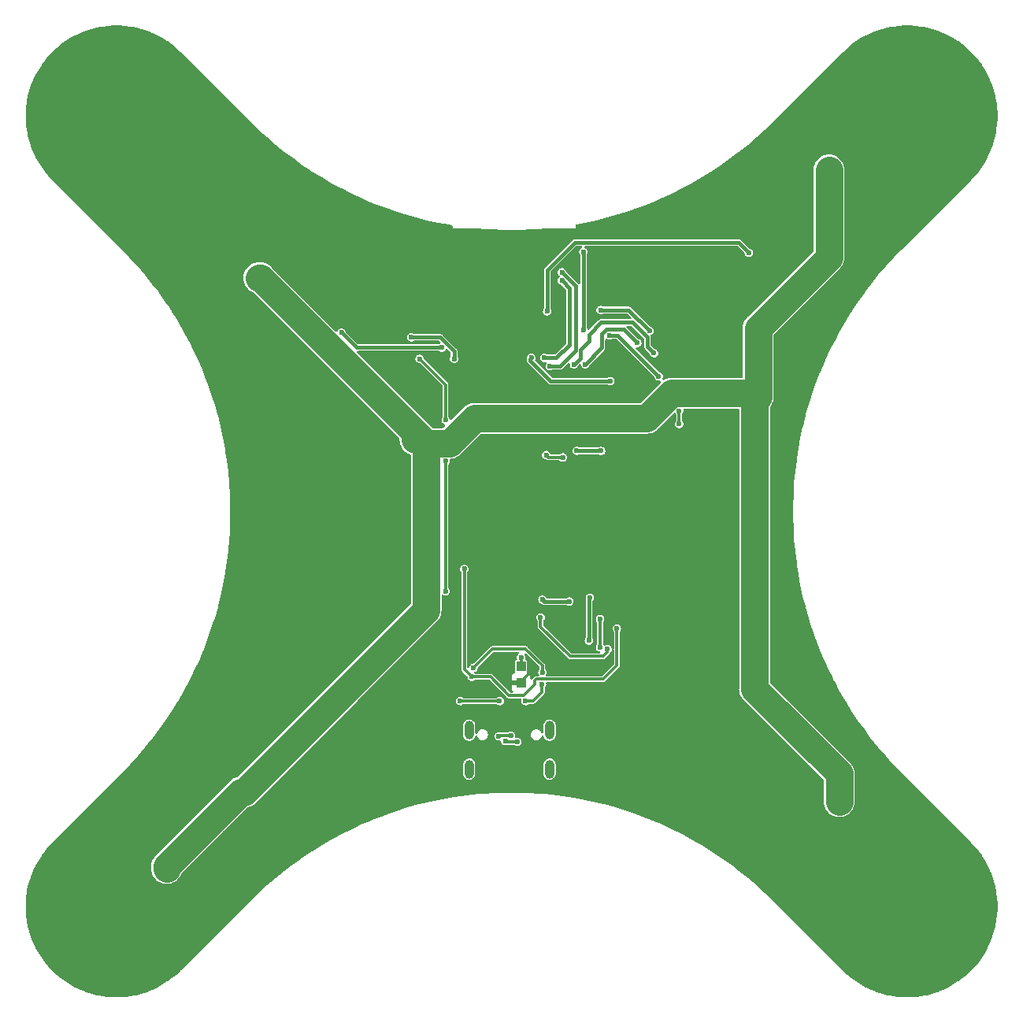
<source format=gbr>
%TF.GenerationSoftware,KiCad,Pcbnew,6.0.9-8da3e8f707~117~ubuntu20.04.1*%
%TF.CreationDate,2022-12-05T22:16:00+00:00*%
%TF.ProjectId,drone,64726f6e-652e-46b6-9963-61645f706362,rev?*%
%TF.SameCoordinates,Original*%
%TF.FileFunction,Copper,L2,Bot*%
%TF.FilePolarity,Positive*%
%FSLAX46Y46*%
G04 Gerber Fmt 4.6, Leading zero omitted, Abs format (unit mm)*
G04 Created by KiCad (PCBNEW 6.0.9-8da3e8f707~117~ubuntu20.04.1) date 2022-12-05 22:16:00*
%MOMM*%
%LPD*%
G01*
G04 APERTURE LIST*
%TA.AperFunction,ComponentPad*%
%ADD10O,1.000000X2.000000*%
%TD*%
%TA.AperFunction,SMDPad,CuDef*%
%ADD11R,1.000000X1.075000*%
%TD*%
%TA.AperFunction,ViaPad*%
%ADD12C,0.600000*%
%TD*%
%TA.AperFunction,Conductor*%
%ADD13C,0.300000*%
%TD*%
%TA.AperFunction,Conductor*%
%ADD14C,0.400000*%
%TD*%
%TA.AperFunction,Conductor*%
%ADD15C,3.000000*%
%TD*%
G04 APERTURE END LIST*
D10*
%TO.P,X6,M1*%
%TO.N,N/C*%
X97930000Y-118530000D03*
%TO.P,X6,M2*%
X106570000Y-118530000D03*
%TO.P,X6,M3*%
X97930000Y-122710000D03*
%TO.P,X6,M4*%
X106570000Y-122710000D03*
%TD*%
D11*
%TO.P,C10,1,1*%
%TO.N,/3.45V*%
X103500000Y-111700000D03*
%TO.P,C10,2,2*%
%TO.N,GND*%
X103500000Y-113400000D03*
%TD*%
D12*
%TO.N,GND*%
X98800000Y-66200000D03*
X102800000Y-66000000D03*
X107600000Y-66200000D03*
X99800000Y-72200000D03*
X102800000Y-73400000D03*
X104800000Y-73400000D03*
X104800000Y-67000000D03*
X102800000Y-67000000D03*
X99600000Y-70200000D03*
X99600000Y-68200000D03*
%TO.N,Net-(R9-Pad4)*%
X92600000Y-78600000D03*
X95400000Y-85200000D03*
X95400000Y-89600000D03*
X95400000Y-103600000D03*
%TO.N,GND*%
X90200000Y-97800000D03*
X90800000Y-98800000D03*
X96100000Y-74200000D03*
X99600000Y-74300000D03*
%TO.N,3.3V*%
X106202632Y-88948349D03*
X108000000Y-89200000D03*
%TO.N,VDD*%
X92100000Y-87300000D03*
%TO.N,3.3V*%
X120500000Y-85600000D03*
X120500000Y-84200000D03*
%TO.N,GND*%
X115800000Y-89600000D03*
X115900000Y-91300000D03*
%TO.N,/SDA*%
X109500000Y-88500000D03*
X112100000Y-88500000D03*
%TO.N,GND*%
X126700000Y-123000000D03*
X133500000Y-124100000D03*
%TO.N,/IO13_A12*%
X91700000Y-76300000D03*
X96300000Y-78600000D03*
%TO.N,/PWM1*%
X113100000Y-81000000D03*
X104600000Y-78500000D03*
%TO.N,/PWM4*%
X95000000Y-77400000D03*
X84200000Y-75800000D03*
%TO.N,/PWM2*%
X128000000Y-67200000D03*
X106300000Y-73500000D03*
%TO.N,/NOT_RESET*%
X110900000Y-104300000D03*
X110800000Y-108900000D03*
X105800000Y-104500000D03*
X108700000Y-104700000D03*
%TO.N,/GYRO_INT*%
X109200000Y-79200000D03*
%TO.N,/CS_ACCEL*%
X110400000Y-79200000D03*
%TO.N,/GYRO_INT*%
X117800000Y-78000000D03*
%TO.N,/TXD0*%
X107900000Y-69300000D03*
X106600000Y-79400000D03*
%TO.N,/RXD0*%
X107900000Y-70200000D03*
X106000000Y-78500000D03*
%TO.N,/SDA*%
X110200000Y-67100000D03*
X110200000Y-75500000D03*
%TO.N,GND*%
X106000000Y-92500000D03*
X107500000Y-94300000D03*
X110800000Y-94300000D03*
X112000000Y-92200000D03*
X107900000Y-76900000D03*
%TO.N,/CS_ACCEL*%
X116000000Y-76900000D03*
%TO.N,/ACCEL_INT*%
X117300000Y-75600000D03*
X112054453Y-73354453D03*
%TO.N,/CS_GYRO*%
X118300000Y-80500000D03*
X113000000Y-76100000D03*
%TO.N,GND*%
X130700000Y-70400000D03*
X131800000Y-63800000D03*
X71700000Y-66700000D03*
X72977681Y-123290320D03*
X71677681Y-129590319D03*
X78700000Y-98300000D03*
X81800000Y-93000000D03*
X76600000Y-90400000D03*
X76000000Y-88100000D03*
X82800000Y-88100000D03*
X82800000Y-89600000D03*
X83000000Y-85600000D03*
X83600000Y-88000000D03*
X122300000Y-79600000D03*
X121200000Y-78400000D03*
X117400000Y-81000000D03*
X103200000Y-116000000D03*
X104400000Y-112400000D03*
X108400000Y-113800000D03*
X107600000Y-116000000D03*
X105800000Y-116800000D03*
X98600000Y-117000000D03*
X91400000Y-117200000D03*
X94600000Y-111600000D03*
X91400000Y-113200000D03*
X95200000Y-116400000D03*
%TO.N,3.3V*%
X97400000Y-101200000D03*
X98200000Y-112800000D03*
X113800000Y-107600000D03*
%TO.N,/DTR*%
X105600000Y-106400000D03*
X112800000Y-109800000D03*
%TO.N,Net-(Q5-Pad5)*%
X112000000Y-106600000D03*
X112000000Y-109600000D03*
%TO.N,GND*%
X104700000Y-105600000D03*
X98800000Y-108600000D03*
X99400000Y-97600000D03*
X99300000Y-99600000D03*
%TO.N,/3.45V*%
X103500000Y-110700000D03*
%TO.N,/VBUS_DET*%
X98400000Y-111800000D03*
X105800000Y-112300000D03*
%TO.N,/CC1*%
X101200000Y-115400000D03*
X96950000Y-115400000D03*
%TO.N,/CC2*%
X105750000Y-113600000D03*
X104000000Y-115400000D03*
%TO.N,/D-*%
X101100000Y-119200000D03*
X102400000Y-119100000D03*
%TO.N,/D+*%
X103100000Y-119800000D03*
X101800000Y-119700000D03*
%TD*%
D13*
%TO.N,Net-(R9-Pad4)*%
X95400000Y-85200000D02*
X95400000Y-81400000D01*
X95400000Y-81400000D02*
X92600000Y-78600000D01*
X95400000Y-103600000D02*
X95400000Y-89600000D01*
D14*
%TO.N,/PWM4*%
X84200000Y-75800000D02*
X85800000Y-77400000D01*
X85800000Y-77400000D02*
X95000000Y-77400000D01*
D15*
%TO.N,VDD*%
X128600000Y-82300000D02*
X128600000Y-114100000D01*
X128600000Y-114100000D02*
X137700000Y-123200000D01*
X93300000Y-87700000D02*
X95800000Y-87700000D01*
X98500000Y-85000000D02*
X117012994Y-85000000D01*
X95800000Y-87700000D02*
X98500000Y-85000000D01*
X117012994Y-85000000D02*
X119712994Y-82300000D01*
X129000000Y-82700000D02*
X129000000Y-75300000D01*
X129000000Y-75300000D02*
X136600000Y-67700000D01*
X119712994Y-82300000D02*
X128600000Y-82300000D01*
X128600000Y-82300000D02*
X129000000Y-82700000D01*
X136600000Y-67700000D02*
X136600000Y-58300000D01*
X65400000Y-133400000D02*
X65400000Y-133180994D01*
X73390674Y-125190320D02*
X73764687Y-125190320D01*
X73764687Y-125190320D02*
X93300000Y-105655007D01*
X65400000Y-133180994D02*
X73390674Y-125190320D01*
X93300000Y-105655007D02*
X93300000Y-87700000D01*
X93300000Y-87700000D02*
X92100000Y-86500000D01*
X137700000Y-123200000D02*
X137700000Y-126200000D01*
X92100000Y-87300000D02*
X92100000Y-86500000D01*
X92100000Y-86500000D02*
X75500000Y-69900000D01*
X75500000Y-69900000D02*
X75300000Y-69900000D01*
D13*
%TO.N,3.3V*%
X106454283Y-89200000D02*
X106202632Y-88948349D01*
X108000000Y-89200000D02*
X106454283Y-89200000D01*
X120500000Y-84200000D02*
X120500000Y-85600000D01*
D14*
%TO.N,/SDA*%
X109500000Y-88500000D02*
X112100000Y-88500000D01*
%TO.N,/NOT_RESET*%
X108700000Y-104700000D02*
X106000000Y-104700000D01*
X106000000Y-104700000D02*
X105800000Y-104500000D01*
%TO.N,/IO13_A12*%
X94800000Y-76300000D02*
X91700000Y-76300000D01*
X96300000Y-77800000D02*
X94800000Y-76300000D01*
X96300000Y-78600000D02*
X96300000Y-77800000D01*
%TO.N,/PWM1*%
X104500000Y-78600000D02*
X104600000Y-78500000D01*
X104500000Y-78800000D02*
X104500000Y-78600000D01*
X113100000Y-81000000D02*
X106700000Y-81000000D01*
X106700000Y-81000000D02*
X104500000Y-78800000D01*
%TO.N,/PWM2*%
X126900000Y-66100000D02*
X128000000Y-67200000D01*
X106300000Y-69100000D02*
X107300000Y-68100000D01*
X111100000Y-66100000D02*
X126900000Y-66100000D01*
X106300000Y-73500000D02*
X106300000Y-69100000D01*
X107300000Y-68100000D02*
X109300000Y-66100000D01*
X109300000Y-66100000D02*
X111100000Y-66100000D01*
%TO.N,/NOT_RESET*%
X110800000Y-104400000D02*
X110900000Y-104300000D01*
X110800000Y-108900000D02*
X110800000Y-104400000D01*
%TO.N,/GYRO_INT*%
X117800000Y-78000000D02*
X117100000Y-77300000D01*
X117100000Y-77300000D02*
X117100000Y-76300000D01*
X110800000Y-76000000D02*
X110800000Y-76700000D01*
X109875000Y-78525000D02*
X109200000Y-79200000D01*
X117100000Y-76300000D02*
X115500000Y-74700000D01*
X115500000Y-74700000D02*
X112100000Y-74700000D01*
X112100000Y-74700000D02*
X110800000Y-76000000D01*
X110800000Y-76700000D02*
X109875000Y-77625000D01*
X109875000Y-77625000D02*
X109875000Y-78525000D01*
%TO.N,/CS_ACCEL*%
X112700000Y-75400000D02*
X114500000Y-75400000D01*
X114500000Y-75400000D02*
X116000000Y-76900000D01*
X110400000Y-79200000D02*
X112200000Y-77400000D01*
X112200000Y-77400000D02*
X112200000Y-75900000D01*
X112200000Y-75900000D02*
X112700000Y-75400000D01*
%TO.N,/TXD0*%
X109400000Y-77700000D02*
X109400000Y-70800000D01*
X106600000Y-79400000D02*
X107700000Y-79400000D01*
X109400000Y-70800000D02*
X107900000Y-69300000D01*
X107700000Y-79400000D02*
X109400000Y-77700000D01*
%TO.N,/RXD0*%
X108700000Y-71000000D02*
X107900000Y-70200000D01*
X108700000Y-77100000D02*
X108700000Y-71000000D01*
X106000000Y-78500000D02*
X107300000Y-78500000D01*
X107300000Y-78500000D02*
X108700000Y-77100000D01*
%TO.N,/SDA*%
X110200000Y-75500000D02*
X110200000Y-67100000D01*
%TO.N,/ACCEL_INT*%
X112054453Y-73354453D02*
X115054453Y-73354453D01*
X115054453Y-73354453D02*
X117300000Y-75600000D01*
%TO.N,/CS_GYRO*%
X113000000Y-76100000D02*
X113900000Y-76100000D01*
X113900000Y-76100000D02*
X118300000Y-80500000D01*
D13*
%TO.N,GND*%
X103200000Y-116000000D02*
X103800000Y-116600000D01*
X103800000Y-116600000D02*
X105600000Y-116600000D01*
X105600000Y-116600000D02*
X105800000Y-116800000D01*
%TO.N,3.3V*%
X113800000Y-107600000D02*
X113800000Y-111600000D01*
X113800000Y-111600000D02*
X112350000Y-113050000D01*
X105000000Y-113600000D02*
X103800000Y-114800000D01*
X112350000Y-113050000D02*
X105150000Y-113050000D01*
X105150000Y-113050000D02*
X105000000Y-113200000D01*
X105000000Y-113200000D02*
X105000000Y-113600000D01*
X103800000Y-114800000D02*
X102200000Y-114800000D01*
X100200000Y-112800000D02*
X98200000Y-112800000D01*
X102200000Y-114800000D02*
X100200000Y-112800000D01*
%TO.N,/CC2*%
X104000000Y-115400000D02*
X104800000Y-115400000D01*
X104800000Y-115400000D02*
X105750000Y-114450000D01*
X105750000Y-114450000D02*
X105750000Y-113600000D01*
%TO.N,GND*%
X103500000Y-113300000D02*
X104400000Y-112400000D01*
X103500000Y-113400000D02*
X103500000Y-113300000D01*
%TO.N,3.3V*%
X97400000Y-112000000D02*
X97400000Y-101200000D01*
X98200000Y-112800000D02*
X97400000Y-112000000D01*
%TO.N,Net-(Q5-Pad5)*%
X112000000Y-106600000D02*
X112000000Y-109600000D01*
%TO.N,/DTR*%
X112800000Y-109800000D02*
X112800000Y-110100000D01*
X112800000Y-110100000D02*
X112300000Y-110600000D01*
X105600000Y-107400000D02*
X105600000Y-106400000D01*
X112300000Y-110600000D02*
X108800000Y-110600000D01*
X108800000Y-110600000D02*
X105600000Y-107400000D01*
%TO.N,/VBUS_DET*%
X105800000Y-112300000D02*
X105800000Y-111600000D01*
X105800000Y-111600000D02*
X104000000Y-109800000D01*
X104000000Y-109800000D02*
X100400000Y-109800000D01*
X100400000Y-109800000D02*
X98400000Y-111800000D01*
%TO.N,/3.45V*%
X103500000Y-110700000D02*
X103500000Y-111700000D01*
%TO.N,/CC1*%
X101200000Y-115400000D02*
X96950000Y-115400000D01*
%TO.N,/D-*%
X102400000Y-119100000D02*
X101200000Y-119100000D01*
X101200000Y-119100000D02*
X101100000Y-119200000D01*
%TO.N,/D+*%
X103100000Y-119800000D02*
X101900000Y-119800000D01*
X101900000Y-119800000D02*
X101800000Y-119700000D01*
%TD*%
%TA.AperFunction,Conductor*%
%TO.N,GND*%
G36*
X60310181Y-42756067D02*
G01*
X60913521Y-42794025D01*
X60921379Y-42794768D01*
X61521156Y-42870537D01*
X61528956Y-42871773D01*
X61825878Y-42928414D01*
X62122791Y-42985053D01*
X62130516Y-42986780D01*
X62716042Y-43137118D01*
X62723642Y-43139326D01*
X63298594Y-43326138D01*
X63306018Y-43328811D01*
X63532805Y-43418602D01*
X63868118Y-43551363D01*
X63875382Y-43554507D01*
X64422358Y-43811894D01*
X64429411Y-43815487D01*
X64959181Y-44106730D01*
X64965994Y-44110760D01*
X65476400Y-44434673D01*
X65482947Y-44439122D01*
X65972023Y-44794456D01*
X65978274Y-44799304D01*
X66444073Y-45184647D01*
X66450011Y-45189882D01*
X66868584Y-45582949D01*
X66871427Y-45585705D01*
X66881531Y-45595810D01*
X66889825Y-45610175D01*
X66904189Y-45618468D01*
X66913143Y-45627422D01*
X66919323Y-45632164D01*
X74367838Y-53080675D01*
X74372575Y-53086848D01*
X74381529Y-53095801D01*
X74389827Y-53110173D01*
X74391941Y-53111393D01*
X74401736Y-53120891D01*
X75056688Y-53755974D01*
X75269222Y-53962061D01*
X76174025Y-54786899D01*
X77103800Y-55583481D01*
X78057665Y-56351054D01*
X78336116Y-56561330D01*
X79033941Y-57088303D01*
X79033962Y-57088318D01*
X79034715Y-57088887D01*
X79035492Y-57089437D01*
X80033248Y-57795735D01*
X80033274Y-57795753D01*
X80034023Y-57796283D01*
X80034823Y-57796813D01*
X80804179Y-58306607D01*
X81054642Y-58472570D01*
X81055464Y-58473079D01*
X81055475Y-58473086D01*
X82094756Y-59116581D01*
X82094777Y-59116593D01*
X82095603Y-59117105D01*
X82096450Y-59117594D01*
X82096455Y-59117597D01*
X83155047Y-59728776D01*
X83155069Y-59728788D01*
X83155919Y-59729279D01*
X83156765Y-59729733D01*
X83156786Y-59729745D01*
X84179376Y-60278863D01*
X84234583Y-60308509D01*
X84235437Y-60308934D01*
X84235452Y-60308942D01*
X85329690Y-60853808D01*
X85330574Y-60854248D01*
X86442851Y-61365976D01*
X86443735Y-61366350D01*
X86443755Y-61366359D01*
X86952075Y-61581513D01*
X87570359Y-61843210D01*
X88712028Y-62285495D01*
X88712934Y-62285814D01*
X88712963Y-62285825D01*
X89300095Y-62492721D01*
X89866777Y-62692412D01*
X90460107Y-62881164D01*
X91032583Y-63063282D01*
X91032599Y-63063287D01*
X91033508Y-63063576D01*
X91034439Y-63063841D01*
X91034446Y-63063843D01*
X92210181Y-63398369D01*
X92210200Y-63398374D01*
X92211117Y-63398635D01*
X92212060Y-63398872D01*
X92212078Y-63398877D01*
X93397554Y-63697036D01*
X93397564Y-63697038D01*
X93398485Y-63697270D01*
X94594486Y-63959198D01*
X94595411Y-63959371D01*
X94595436Y-63959376D01*
X95797031Y-64183993D01*
X95797063Y-64183998D01*
X95797986Y-64184171D01*
X96043328Y-64222255D01*
X96107574Y-64252470D01*
X96145286Y-64312622D01*
X96150000Y-64346764D01*
X96150000Y-64600000D01*
X99054154Y-64600000D01*
X99065780Y-64600537D01*
X99442035Y-64635402D01*
X99442969Y-64635460D01*
X99443000Y-64635462D01*
X100663083Y-64710714D01*
X100663099Y-64710715D01*
X100664060Y-64710774D01*
X101299836Y-64730362D01*
X101886840Y-64748448D01*
X101886864Y-64748448D01*
X101887826Y-64748478D01*
X103112174Y-64748478D01*
X103113136Y-64748448D01*
X103113160Y-64748448D01*
X103700164Y-64730362D01*
X104335940Y-64710774D01*
X104336901Y-64710715D01*
X104336917Y-64710714D01*
X105557000Y-64635462D01*
X105557031Y-64635460D01*
X105557965Y-64635402D01*
X105934220Y-64600537D01*
X105945846Y-64600000D01*
X109350000Y-64600000D01*
X109350000Y-64261137D01*
X109370002Y-64193016D01*
X109423658Y-64146523D01*
X109452845Y-64137283D01*
X109891292Y-64055323D01*
X110404564Y-63959376D01*
X110404589Y-63959371D01*
X110405514Y-63959198D01*
X111601515Y-63697270D01*
X111602436Y-63697038D01*
X111602446Y-63697036D01*
X112787922Y-63398877D01*
X112787940Y-63398872D01*
X112788883Y-63398635D01*
X112789800Y-63398374D01*
X112789819Y-63398369D01*
X113965554Y-63063843D01*
X113965561Y-63063841D01*
X113966492Y-63063576D01*
X113967401Y-63063287D01*
X113967417Y-63063282D01*
X114539893Y-62881164D01*
X115133223Y-62692412D01*
X115699905Y-62492721D01*
X116287037Y-62285825D01*
X116287066Y-62285814D01*
X116287972Y-62285495D01*
X117429641Y-61843210D01*
X118047925Y-61581513D01*
X118556245Y-61366359D01*
X118556265Y-61366350D01*
X118557149Y-61365976D01*
X119669426Y-60854248D01*
X119670310Y-60853808D01*
X120764548Y-60308942D01*
X120764563Y-60308934D01*
X120765417Y-60308509D01*
X120820624Y-60278863D01*
X121843214Y-59729745D01*
X121843235Y-59729733D01*
X121844081Y-59729279D01*
X121844931Y-59728788D01*
X121844953Y-59728776D01*
X122903545Y-59117597D01*
X122903550Y-59117594D01*
X122904397Y-59117105D01*
X122905223Y-59116593D01*
X122905244Y-59116581D01*
X123944525Y-58473086D01*
X123944536Y-58473079D01*
X123945358Y-58472570D01*
X124195822Y-58306607D01*
X124965177Y-57796813D01*
X124965977Y-57796283D01*
X124966726Y-57795753D01*
X124966752Y-57795735D01*
X125964508Y-57089437D01*
X125965285Y-57088887D01*
X125966038Y-57088318D01*
X125966059Y-57088303D01*
X126663884Y-56561330D01*
X126942335Y-56351054D01*
X127896200Y-55583481D01*
X128825975Y-54786899D01*
X129730778Y-53962061D01*
X129943313Y-53755974D01*
X130595101Y-53123958D01*
X130608059Y-53111393D01*
X130610173Y-53110173D01*
X130618471Y-53095801D01*
X130627425Y-53086848D01*
X130632162Y-53080675D01*
X138080677Y-45632164D01*
X138086857Y-45627422D01*
X138095811Y-45618468D01*
X138110175Y-45610175D01*
X138118469Y-45595810D01*
X138128573Y-45585705D01*
X138131416Y-45582949D01*
X138549989Y-45189882D01*
X138555927Y-45184647D01*
X139021726Y-44799304D01*
X139027977Y-44794456D01*
X139517053Y-44439122D01*
X139523600Y-44434673D01*
X140034006Y-44110760D01*
X140040819Y-44106730D01*
X140570589Y-43815487D01*
X140577642Y-43811894D01*
X141124618Y-43554507D01*
X141131882Y-43551363D01*
X141467195Y-43418602D01*
X141693982Y-43328811D01*
X141701406Y-43326138D01*
X142276358Y-43139326D01*
X142283958Y-43137118D01*
X142869484Y-42986780D01*
X142877209Y-42985053D01*
X143174122Y-42928413D01*
X143471044Y-42871773D01*
X143478844Y-42870537D01*
X144078621Y-42794768D01*
X144086479Y-42794025D01*
X144689819Y-42756067D01*
X144697730Y-42755818D01*
X145302270Y-42755818D01*
X145310181Y-42756067D01*
X145913521Y-42794025D01*
X145921379Y-42794768D01*
X146521156Y-42870537D01*
X146528956Y-42871773D01*
X146825878Y-42928414D01*
X147122791Y-42985053D01*
X147130516Y-42986780D01*
X147716042Y-43137118D01*
X147723642Y-43139326D01*
X148298594Y-43326138D01*
X148306018Y-43328811D01*
X148532805Y-43418602D01*
X148868118Y-43551363D01*
X148875382Y-43554507D01*
X149422358Y-43811894D01*
X149429411Y-43815487D01*
X149959181Y-44106730D01*
X149965994Y-44110760D01*
X150476400Y-44434673D01*
X150482947Y-44439122D01*
X150972023Y-44794456D01*
X150978274Y-44799304D01*
X151444073Y-45184647D01*
X151450009Y-45189880D01*
X151890707Y-45603724D01*
X151896276Y-45609293D01*
X152310118Y-46049989D01*
X152315353Y-46055927D01*
X152700693Y-46521723D01*
X152705544Y-46527977D01*
X153060878Y-47017053D01*
X153065327Y-47023600D01*
X153389240Y-47534006D01*
X153393270Y-47540819D01*
X153684513Y-48070589D01*
X153688106Y-48077642D01*
X153945493Y-48624618D01*
X153948637Y-48631882D01*
X154171185Y-49193970D01*
X154173862Y-49201406D01*
X154360674Y-49776357D01*
X154362882Y-49783958D01*
X154513220Y-50369484D01*
X154514947Y-50377209D01*
X154628226Y-50971035D01*
X154629463Y-50978844D01*
X154646142Y-51110871D01*
X154705231Y-51578610D01*
X154705976Y-51586491D01*
X154743933Y-52189819D01*
X154744182Y-52197730D01*
X154744182Y-52802270D01*
X154743933Y-52810181D01*
X154705976Y-53413509D01*
X154705231Y-53421390D01*
X154629464Y-54021147D01*
X154628227Y-54028956D01*
X154571587Y-54325878D01*
X154514947Y-54622791D01*
X154513220Y-54630516D01*
X154362882Y-55216042D01*
X154360674Y-55223642D01*
X154243555Y-55584101D01*
X154173866Y-55798582D01*
X154171185Y-55806030D01*
X153948637Y-56368118D01*
X153945493Y-56375382D01*
X153688106Y-56922358D01*
X153684513Y-56929411D01*
X153393270Y-57459181D01*
X153389240Y-57465994D01*
X153065327Y-57976400D01*
X153060878Y-57982947D01*
X152705544Y-58472023D01*
X152700693Y-58478277D01*
X152315353Y-58944073D01*
X152310118Y-58950011D01*
X151917051Y-59368584D01*
X151914295Y-59371427D01*
X151904190Y-59381531D01*
X151889825Y-59389825D01*
X151881532Y-59404189D01*
X151872578Y-59413143D01*
X151867836Y-59419323D01*
X144419325Y-66867838D01*
X144413152Y-66872575D01*
X144404199Y-66881529D01*
X144389827Y-66889827D01*
X144388607Y-66891941D01*
X144379109Y-66901736D01*
X143600281Y-67704930D01*
X143537939Y-67769222D01*
X142941986Y-68422951D01*
X142717151Y-68669584D01*
X142713102Y-68674025D01*
X141916519Y-69603800D01*
X141148947Y-70557665D01*
X141148353Y-70558452D01*
X141148348Y-70558458D01*
X140533561Y-71372568D01*
X140411113Y-71534715D01*
X139703717Y-72534024D01*
X139345875Y-73074062D01*
X139084881Y-73467942D01*
X139027431Y-73554642D01*
X139026922Y-73555464D01*
X139026915Y-73555475D01*
X138492106Y-74419222D01*
X138382895Y-74595603D01*
X138382406Y-74596450D01*
X138382403Y-74596455D01*
X137781543Y-75637175D01*
X137770721Y-75655919D01*
X137770267Y-75656765D01*
X137770255Y-75656786D01*
X137279468Y-76570749D01*
X137191491Y-76734583D01*
X137191066Y-76735437D01*
X137191058Y-76735452D01*
X136670310Y-77781254D01*
X136645752Y-77830574D01*
X136134024Y-78942851D01*
X136133650Y-78943735D01*
X136133641Y-78943755D01*
X135678876Y-80018182D01*
X135656791Y-80070359D01*
X135656433Y-80071282D01*
X135656431Y-80071288D01*
X135214859Y-81211114D01*
X135214505Y-81212028D01*
X134807588Y-82366777D01*
X134701582Y-82700000D01*
X134439180Y-83524846D01*
X134436424Y-83533508D01*
X134436159Y-83534439D01*
X134436157Y-83534446D01*
X134136414Y-84587934D01*
X134101365Y-84711117D01*
X134101128Y-84712060D01*
X134101123Y-84712078D01*
X133815822Y-85846432D01*
X133802730Y-85898485D01*
X133540802Y-87094486D01*
X133540629Y-87095411D01*
X133540624Y-87095436D01*
X133316007Y-88297031D01*
X133316002Y-88297063D01*
X133315829Y-88297986D01*
X133264364Y-88629526D01*
X133131542Y-89485183D01*
X133128024Y-89507844D01*
X132977566Y-90722911D01*
X132864598Y-91942035D01*
X132864540Y-91942969D01*
X132864538Y-91943000D01*
X132789286Y-93163083D01*
X132789226Y-93164060D01*
X132751522Y-94387826D01*
X132751522Y-95612174D01*
X132789226Y-96835940D01*
X132789285Y-96836901D01*
X132789286Y-96836917D01*
X132828761Y-97476928D01*
X132864598Y-98057965D01*
X132977566Y-99277089D01*
X133128024Y-100492156D01*
X133128170Y-100493094D01*
X133128171Y-100493104D01*
X133173410Y-100784539D01*
X133315829Y-101702014D01*
X133316002Y-101702937D01*
X133316007Y-101702969D01*
X133444757Y-102391720D01*
X133540802Y-102905514D01*
X133802730Y-104101515D01*
X133802962Y-104102436D01*
X133802964Y-104102446D01*
X134066848Y-105151643D01*
X134101365Y-105288883D01*
X134101626Y-105289800D01*
X134101631Y-105289819D01*
X134436157Y-106465554D01*
X134436424Y-106466492D01*
X134436713Y-106467401D01*
X134436718Y-106467417D01*
X134561976Y-106861156D01*
X134807588Y-107633223D01*
X135214505Y-108787972D01*
X135214857Y-108788881D01*
X135214859Y-108788886D01*
X135626426Y-109851259D01*
X135656791Y-109929641D01*
X135657177Y-109930552D01*
X135657177Y-109930553D01*
X136121529Y-111027628D01*
X136134024Y-111057149D01*
X136645752Y-112169426D01*
X136871634Y-112623058D01*
X137183455Y-113249278D01*
X137191491Y-113265417D01*
X137191948Y-113266268D01*
X137769314Y-114341460D01*
X137770721Y-114344081D01*
X137771212Y-114344931D01*
X137771224Y-114344953D01*
X138332116Y-115316445D01*
X138382895Y-115404397D01*
X138383407Y-115405223D01*
X138383419Y-115405244D01*
X139026915Y-116444525D01*
X139027431Y-116445358D01*
X139703717Y-117465976D01*
X140411113Y-118465285D01*
X140411695Y-118466056D01*
X140411704Y-118466068D01*
X141081060Y-119352438D01*
X141148947Y-119442335D01*
X141916519Y-120396200D01*
X142713102Y-121325975D01*
X143537939Y-122230778D01*
X143538581Y-122231440D01*
X143538595Y-122231455D01*
X143981669Y-122688390D01*
X144388607Y-123108059D01*
X144389827Y-123110173D01*
X144404199Y-123118471D01*
X144413152Y-123127425D01*
X144419325Y-123132162D01*
X151867836Y-130580677D01*
X151872578Y-130586857D01*
X151881532Y-130595811D01*
X151889825Y-130610175D01*
X151904190Y-130618469D01*
X151914295Y-130628573D01*
X151917051Y-130631416D01*
X152310118Y-131049989D01*
X152315353Y-131055927D01*
X152700693Y-131521723D01*
X152705544Y-131527977D01*
X153060878Y-132017053D01*
X153065327Y-132023600D01*
X153389240Y-132534006D01*
X153393270Y-132540819D01*
X153684513Y-133070589D01*
X153688106Y-133077642D01*
X153945493Y-133624618D01*
X153948637Y-133631882D01*
X154057485Y-133906798D01*
X154152610Y-134147054D01*
X154171185Y-134193970D01*
X154173862Y-134201406D01*
X154243756Y-134416519D01*
X154360674Y-134776357D01*
X154362882Y-134783958D01*
X154513220Y-135369484D01*
X154514947Y-135377209D01*
X154596527Y-135804862D01*
X154628226Y-135971035D01*
X154629464Y-135978853D01*
X154705231Y-136578610D01*
X154705976Y-136586491D01*
X154743933Y-137189819D01*
X154744182Y-137197730D01*
X154744182Y-137802270D01*
X154743933Y-137810181D01*
X154705976Y-138413509D01*
X154705232Y-138421379D01*
X154629464Y-139021147D01*
X154628226Y-139028965D01*
X154514947Y-139622791D01*
X154513220Y-139630516D01*
X154362882Y-140216042D01*
X154360674Y-140223642D01*
X154207419Y-140695317D01*
X154173866Y-140798582D01*
X154171185Y-140806030D01*
X153948637Y-141368118D01*
X153945493Y-141375382D01*
X153688106Y-141922358D01*
X153684513Y-141929411D01*
X153393270Y-142459181D01*
X153389240Y-142465994D01*
X153065327Y-142976400D01*
X153060878Y-142982947D01*
X152705544Y-143472023D01*
X152700693Y-143478277D01*
X152315353Y-143944073D01*
X152310120Y-143950009D01*
X151896276Y-144390707D01*
X151890707Y-144396276D01*
X151661672Y-144611355D01*
X151450011Y-144810118D01*
X151444076Y-144815350D01*
X151431971Y-144825365D01*
X150978277Y-145200693D01*
X150972023Y-145205544D01*
X150482947Y-145560878D01*
X150476400Y-145565327D01*
X149965994Y-145889240D01*
X149959181Y-145893270D01*
X149429411Y-146184513D01*
X149422358Y-146188106D01*
X148875382Y-146445493D01*
X148868118Y-146448637D01*
X148565121Y-146568603D01*
X148306018Y-146671189D01*
X148298594Y-146673862D01*
X147852700Y-146818741D01*
X147723643Y-146860674D01*
X147716042Y-146862882D01*
X147130516Y-147013220D01*
X147122791Y-147014947D01*
X146825878Y-147071586D01*
X146528956Y-147128227D01*
X146521156Y-147129463D01*
X145921379Y-147205232D01*
X145913521Y-147205975D01*
X145310181Y-147243933D01*
X145302270Y-147244182D01*
X144697730Y-147244182D01*
X144689819Y-147243933D01*
X144086479Y-147205975D01*
X144078621Y-147205232D01*
X143478844Y-147129463D01*
X143471044Y-147128227D01*
X143174122Y-147071586D01*
X142877209Y-147014947D01*
X142869484Y-147013220D01*
X142283958Y-146862882D01*
X142276357Y-146860674D01*
X142147300Y-146818741D01*
X141701406Y-146673862D01*
X141693982Y-146671189D01*
X141434879Y-146568603D01*
X141131882Y-146448637D01*
X141124618Y-146445493D01*
X140577642Y-146188106D01*
X140570589Y-146184513D01*
X140040819Y-145893270D01*
X140034006Y-145889240D01*
X139523600Y-145565327D01*
X139517053Y-145560878D01*
X139027977Y-145205544D01*
X139021723Y-145200693D01*
X138568030Y-144825365D01*
X138555924Y-144815350D01*
X138549989Y-144810118D01*
X138131416Y-144417051D01*
X138128573Y-144414295D01*
X138118469Y-144404190D01*
X138110175Y-144389825D01*
X138095810Y-144381532D01*
X138086866Y-144372587D01*
X138080668Y-144367831D01*
X130632162Y-136919325D01*
X130627425Y-136913152D01*
X130618471Y-136904199D01*
X130610173Y-136889827D01*
X130608059Y-136888607D01*
X130595101Y-136876042D01*
X129731455Y-136038595D01*
X129731440Y-136038581D01*
X129730778Y-136037939D01*
X128825975Y-135213101D01*
X127896200Y-134416519D01*
X126942335Y-133648946D01*
X126197297Y-133086320D01*
X125966059Y-132911697D01*
X125966038Y-132911682D01*
X125965285Y-132911113D01*
X125437299Y-132537359D01*
X124966752Y-132204265D01*
X124966726Y-132204247D01*
X124965977Y-132203717D01*
X123945358Y-131527430D01*
X123936141Y-131521723D01*
X122905244Y-130883419D01*
X122905223Y-130883407D01*
X122904397Y-130882895D01*
X122447931Y-130619354D01*
X121844953Y-130271224D01*
X121844931Y-130271212D01*
X121844081Y-130270721D01*
X121843235Y-130270267D01*
X121843214Y-130270255D01*
X120766268Y-129691948D01*
X120765417Y-129691491D01*
X120764563Y-129691066D01*
X120764548Y-129691058D01*
X119670310Y-129146192D01*
X119670301Y-129146188D01*
X119669426Y-129145752D01*
X118557149Y-128634024D01*
X118556265Y-128633650D01*
X118556245Y-128633641D01*
X117821528Y-128322662D01*
X117429641Y-128156790D01*
X116287972Y-127714505D01*
X116287066Y-127714186D01*
X116287037Y-127714175D01*
X115699905Y-127507279D01*
X115133223Y-127307588D01*
X114428983Y-127083553D01*
X113967417Y-126936718D01*
X113967401Y-126936713D01*
X113966492Y-126936424D01*
X113965554Y-126936157D01*
X112789819Y-126601631D01*
X112789800Y-126601626D01*
X112788883Y-126601365D01*
X112787940Y-126601128D01*
X112787922Y-126601123D01*
X111602446Y-126302964D01*
X111602436Y-126302962D01*
X111601515Y-126302730D01*
X110405514Y-126040802D01*
X110404589Y-126040629D01*
X110404564Y-126040624D01*
X109202969Y-125816007D01*
X109202937Y-125816002D01*
X109202014Y-125815829D01*
X108633576Y-125727591D01*
X107993104Y-125628171D01*
X107993094Y-125628170D01*
X107992156Y-125628024D01*
X106777089Y-125477566D01*
X106776164Y-125477480D01*
X106776143Y-125477478D01*
X106071690Y-125412201D01*
X105557965Y-125364598D01*
X105557031Y-125364540D01*
X105557000Y-125364538D01*
X104336917Y-125289286D01*
X104336901Y-125289285D01*
X104335940Y-125289226D01*
X103700164Y-125269638D01*
X103113160Y-125251552D01*
X103113136Y-125251552D01*
X103112174Y-125251522D01*
X101887826Y-125251522D01*
X101886864Y-125251552D01*
X101886840Y-125251552D01*
X101299836Y-125269638D01*
X100664060Y-125289226D01*
X100663099Y-125289285D01*
X100663083Y-125289286D01*
X99443000Y-125364538D01*
X99442969Y-125364540D01*
X99442035Y-125364598D01*
X98928310Y-125412201D01*
X98223857Y-125477478D01*
X98223836Y-125477480D01*
X98222911Y-125477566D01*
X97007844Y-125628024D01*
X97006906Y-125628170D01*
X97006896Y-125628171D01*
X96366424Y-125727591D01*
X95797986Y-125815829D01*
X95797063Y-125816002D01*
X95797031Y-125816007D01*
X94595436Y-126040624D01*
X94595411Y-126040629D01*
X94594486Y-126040802D01*
X93398485Y-126302730D01*
X93397564Y-126302962D01*
X93397554Y-126302964D01*
X92212078Y-126601123D01*
X92212060Y-126601128D01*
X92211117Y-126601365D01*
X92210200Y-126601626D01*
X92210181Y-126601631D01*
X91034446Y-126936157D01*
X91033508Y-126936424D01*
X91032599Y-126936713D01*
X91032583Y-126936718D01*
X90571017Y-127083553D01*
X89866777Y-127307588D01*
X89300095Y-127507279D01*
X88712963Y-127714175D01*
X88712934Y-127714186D01*
X88712028Y-127714505D01*
X87570359Y-128156790D01*
X87178472Y-128322662D01*
X86443755Y-128633641D01*
X86443735Y-128633650D01*
X86442851Y-128634024D01*
X85330574Y-129145752D01*
X85329699Y-129146188D01*
X85329690Y-129146192D01*
X84235452Y-129691058D01*
X84235437Y-129691066D01*
X84234583Y-129691491D01*
X84233732Y-129691948D01*
X83156786Y-130270255D01*
X83156765Y-130270267D01*
X83155919Y-130270721D01*
X83155069Y-130271212D01*
X83155047Y-130271224D01*
X82552069Y-130619354D01*
X82095603Y-130882895D01*
X82094777Y-130883407D01*
X82094756Y-130883419D01*
X81063859Y-131521723D01*
X81054642Y-131527430D01*
X80034023Y-132203717D01*
X80033274Y-132204247D01*
X80033248Y-132204265D01*
X79562701Y-132537359D01*
X79034715Y-132911113D01*
X79033962Y-132911682D01*
X79033941Y-132911697D01*
X78802703Y-133086320D01*
X78057665Y-133648946D01*
X77103800Y-134416519D01*
X76174025Y-135213101D01*
X75269222Y-136037939D01*
X75268560Y-136038581D01*
X75268545Y-136038595D01*
X74404899Y-136876042D01*
X74391941Y-136888607D01*
X74389827Y-136889827D01*
X74381529Y-136904199D01*
X74372575Y-136913152D01*
X74367838Y-136919325D01*
X66919323Y-144367836D01*
X66913143Y-144372578D01*
X66904189Y-144381532D01*
X66889825Y-144389825D01*
X66881531Y-144404190D01*
X66871427Y-144414295D01*
X66868584Y-144417051D01*
X66450011Y-144810118D01*
X66444076Y-144815350D01*
X66431971Y-144825365D01*
X65978277Y-145200693D01*
X65972023Y-145205544D01*
X65482947Y-145560878D01*
X65476400Y-145565327D01*
X64965994Y-145889240D01*
X64959181Y-145893270D01*
X64429411Y-146184513D01*
X64422358Y-146188106D01*
X63875382Y-146445493D01*
X63868118Y-146448637D01*
X63565121Y-146568603D01*
X63306018Y-146671189D01*
X63298594Y-146673862D01*
X62852700Y-146818741D01*
X62723643Y-146860674D01*
X62716042Y-146862882D01*
X62130516Y-147013220D01*
X62122791Y-147014947D01*
X61825878Y-147071586D01*
X61528956Y-147128227D01*
X61521156Y-147129463D01*
X60921379Y-147205232D01*
X60913521Y-147205975D01*
X60310181Y-147243933D01*
X60302270Y-147244182D01*
X59697730Y-147244182D01*
X59689819Y-147243933D01*
X59086479Y-147205975D01*
X59078621Y-147205232D01*
X58478844Y-147129463D01*
X58471044Y-147128227D01*
X58174122Y-147071586D01*
X57877209Y-147014947D01*
X57869484Y-147013220D01*
X57283958Y-146862882D01*
X57276357Y-146860674D01*
X57147300Y-146818741D01*
X56701406Y-146673862D01*
X56693982Y-146671189D01*
X56434879Y-146568603D01*
X56131882Y-146448637D01*
X56124618Y-146445493D01*
X55577642Y-146188106D01*
X55570589Y-146184513D01*
X55040819Y-145893270D01*
X55034006Y-145889240D01*
X54523600Y-145565327D01*
X54517053Y-145560878D01*
X54027977Y-145205544D01*
X54021723Y-145200693D01*
X53568030Y-144825365D01*
X53555924Y-144815350D01*
X53549989Y-144810118D01*
X53338328Y-144611355D01*
X53109293Y-144396276D01*
X53103724Y-144390707D01*
X52689880Y-143950009D01*
X52684647Y-143944073D01*
X52299307Y-143478277D01*
X52294456Y-143472023D01*
X51939122Y-142982947D01*
X51934673Y-142976400D01*
X51610760Y-142465994D01*
X51606730Y-142459181D01*
X51315487Y-141929411D01*
X51311894Y-141922358D01*
X51054507Y-141375382D01*
X51051363Y-141368118D01*
X50828815Y-140806030D01*
X50826134Y-140798582D01*
X50792582Y-140695317D01*
X50639326Y-140223642D01*
X50637118Y-140216042D01*
X50486780Y-139630516D01*
X50485053Y-139622791D01*
X50371774Y-139028965D01*
X50370536Y-139021147D01*
X50294768Y-138421379D01*
X50294024Y-138413509D01*
X50256067Y-137810181D01*
X50255818Y-137802270D01*
X50255818Y-137197730D01*
X50256067Y-137189819D01*
X50294024Y-136586491D01*
X50294769Y-136578610D01*
X50370536Y-135978853D01*
X50371774Y-135971035D01*
X50403474Y-135804862D01*
X50485053Y-135377209D01*
X50486780Y-135369484D01*
X50637118Y-134783958D01*
X50639326Y-134776357D01*
X50756244Y-134416519D01*
X50826138Y-134201406D01*
X50828815Y-134193970D01*
X50847391Y-134147054D01*
X50942515Y-133906798D01*
X51051363Y-133631882D01*
X51054507Y-133624618D01*
X51263260Y-133180994D01*
X63744396Y-133180994D01*
X63744784Y-133185924D01*
X63749112Y-133240917D01*
X63749500Y-133250803D01*
X63749500Y-133464853D01*
X63764779Y-133658994D01*
X63765933Y-133663801D01*
X63765934Y-133663807D01*
X63804220Y-133823276D01*
X63825427Y-133911610D01*
X63924846Y-134151628D01*
X64060588Y-134373140D01*
X64229311Y-134570689D01*
X64426860Y-134739412D01*
X64648372Y-134875154D01*
X64652942Y-134877047D01*
X64652946Y-134877049D01*
X64883817Y-134972679D01*
X64888390Y-134974573D01*
X64976724Y-134995780D01*
X65136193Y-135034066D01*
X65136199Y-135034067D01*
X65141006Y-135035221D01*
X65400000Y-135055604D01*
X65658994Y-135035221D01*
X65663801Y-135034067D01*
X65663807Y-135034066D01*
X65823276Y-134995780D01*
X65911610Y-134974573D01*
X65916183Y-134972679D01*
X66147054Y-134877049D01*
X66147058Y-134877047D01*
X66151628Y-134875154D01*
X66373140Y-134739412D01*
X66570689Y-134570689D01*
X66739412Y-134373140D01*
X66875154Y-134151628D01*
X66944497Y-133984220D01*
X66971811Y-133943343D01*
X74085314Y-126829840D01*
X74144994Y-126796417D01*
X74271482Y-126766049D01*
X74276297Y-126764893D01*
X74404933Y-126711610D01*
X74511741Y-126667369D01*
X74511745Y-126667367D01*
X74516315Y-126665474D01*
X74737827Y-126529732D01*
X74935376Y-126361009D01*
X74974419Y-126315296D01*
X74981134Y-126308033D01*
X78038242Y-123250925D01*
X97279500Y-123250925D01*
X97294929Y-123373058D01*
X97355432Y-123525871D01*
X97360090Y-123532282D01*
X97360091Y-123532284D01*
X97420730Y-123615747D01*
X97452037Y-123658837D01*
X97578674Y-123763600D01*
X97727387Y-123833579D01*
X97735170Y-123835064D01*
X97735174Y-123835065D01*
X97881044Y-123862891D01*
X97881046Y-123862891D01*
X97888830Y-123864376D01*
X97970845Y-123859216D01*
X98044949Y-123854554D01*
X98044951Y-123854554D01*
X98052860Y-123854056D01*
X98060396Y-123851607D01*
X98060398Y-123851607D01*
X98115882Y-123833579D01*
X98209171Y-123803268D01*
X98347940Y-123715202D01*
X98460448Y-123595393D01*
X98484964Y-123550800D01*
X98535807Y-123458316D01*
X98539627Y-123451368D01*
X98559734Y-123373058D01*
X98578529Y-123299855D01*
X98578529Y-123299852D01*
X98580500Y-123292177D01*
X98580500Y-123250925D01*
X105919500Y-123250925D01*
X105934929Y-123373058D01*
X105995432Y-123525871D01*
X106000090Y-123532282D01*
X106000091Y-123532284D01*
X106060730Y-123615747D01*
X106092037Y-123658837D01*
X106218674Y-123763600D01*
X106367387Y-123833579D01*
X106375170Y-123835064D01*
X106375174Y-123835065D01*
X106521044Y-123862891D01*
X106521046Y-123862891D01*
X106528830Y-123864376D01*
X106610845Y-123859216D01*
X106684949Y-123854554D01*
X106684951Y-123854554D01*
X106692860Y-123854056D01*
X106700396Y-123851607D01*
X106700398Y-123851607D01*
X106755882Y-123833579D01*
X106849171Y-123803268D01*
X106987940Y-123715202D01*
X107100448Y-123595393D01*
X107124964Y-123550800D01*
X107175807Y-123458316D01*
X107179627Y-123451368D01*
X107199734Y-123373058D01*
X107218529Y-123299855D01*
X107218529Y-123299852D01*
X107220500Y-123292177D01*
X107220500Y-122169075D01*
X107205071Y-122046942D01*
X107198091Y-122029311D01*
X107179972Y-121983549D01*
X107144568Y-121894129D01*
X107047963Y-121761163D01*
X106921326Y-121656400D01*
X106772613Y-121586421D01*
X106764830Y-121584936D01*
X106764826Y-121584935D01*
X106618956Y-121557109D01*
X106618954Y-121557109D01*
X106611170Y-121555624D01*
X106529155Y-121560784D01*
X106455051Y-121565446D01*
X106455049Y-121565446D01*
X106447140Y-121565944D01*
X106439604Y-121568393D01*
X106439602Y-121568393D01*
X106397637Y-121582028D01*
X106290829Y-121616732D01*
X106152060Y-121704798D01*
X106039552Y-121824607D01*
X106035735Y-121831551D01*
X106035733Y-121831553D01*
X105994506Y-121906545D01*
X105960373Y-121968632D01*
X105958403Y-121976304D01*
X105958402Y-121976307D01*
X105938247Y-122054807D01*
X105919500Y-122127823D01*
X105919500Y-123250925D01*
X98580500Y-123250925D01*
X98580500Y-122169075D01*
X98565071Y-122046942D01*
X98558091Y-122029311D01*
X98539972Y-121983549D01*
X98504568Y-121894129D01*
X98407963Y-121761163D01*
X98281326Y-121656400D01*
X98132613Y-121586421D01*
X98124830Y-121584936D01*
X98124826Y-121584935D01*
X97978956Y-121557109D01*
X97978954Y-121557109D01*
X97971170Y-121555624D01*
X97889155Y-121560784D01*
X97815051Y-121565446D01*
X97815049Y-121565446D01*
X97807140Y-121565944D01*
X97799604Y-121568393D01*
X97799602Y-121568393D01*
X97757637Y-121582028D01*
X97650829Y-121616732D01*
X97512060Y-121704798D01*
X97399552Y-121824607D01*
X97395735Y-121831551D01*
X97395733Y-121831553D01*
X97354506Y-121906545D01*
X97320373Y-121968632D01*
X97318403Y-121976304D01*
X97318402Y-121976307D01*
X97298247Y-122054807D01*
X97279500Y-122127823D01*
X97279500Y-123250925D01*
X78038242Y-123250925D01*
X82218241Y-119070925D01*
X97279500Y-119070925D01*
X97279997Y-119074856D01*
X97292275Y-119172048D01*
X97294929Y-119193058D01*
X97355432Y-119345871D01*
X97360090Y-119352282D01*
X97360091Y-119352284D01*
X97383330Y-119384270D01*
X97452037Y-119478837D01*
X97578674Y-119583600D01*
X97585847Y-119586975D01*
X97585848Y-119586976D01*
X97614325Y-119600376D01*
X97727387Y-119653579D01*
X97735170Y-119655064D01*
X97735174Y-119655065D01*
X97881044Y-119682891D01*
X97881046Y-119682891D01*
X97888830Y-119684376D01*
X97970845Y-119679216D01*
X98044949Y-119674554D01*
X98044951Y-119674554D01*
X98052860Y-119674056D01*
X98060396Y-119671607D01*
X98060398Y-119671607D01*
X98121841Y-119651643D01*
X98209171Y-119623268D01*
X98347940Y-119535202D01*
X98381467Y-119499500D01*
X98455023Y-119421170D01*
X98460448Y-119415393D01*
X98477411Y-119384539D01*
X98535807Y-119278316D01*
X98539627Y-119271368D01*
X98559753Y-119192982D01*
X98596068Y-119131975D01*
X98659600Y-119100286D01*
X98730179Y-119107976D01*
X98785396Y-119152603D01*
X98798372Y-119180626D01*
X98799313Y-119180236D01*
X98857302Y-119320233D01*
X98949549Y-119440451D01*
X99069767Y-119532698D01*
X99209764Y-119590687D01*
X99322280Y-119605500D01*
X99397720Y-119605500D01*
X99510236Y-119590687D01*
X99650233Y-119532698D01*
X99770451Y-119440451D01*
X99862698Y-119320233D01*
X99912370Y-119200315D01*
X99914804Y-119194440D01*
X100644901Y-119194440D01*
X100646065Y-119203342D01*
X100646065Y-119203345D01*
X100660468Y-119313489D01*
X100660469Y-119313493D01*
X100661633Y-119322394D01*
X100713605Y-119440510D01*
X100719382Y-119447383D01*
X100719383Y-119447384D01*
X100763191Y-119499500D01*
X100796639Y-119539291D01*
X100804116Y-119544268D01*
X100873851Y-119590687D01*
X100904060Y-119610796D01*
X100992938Y-119638564D01*
X101006585Y-119642827D01*
X101027233Y-119649278D01*
X101036203Y-119649442D01*
X101036207Y-119649443D01*
X101094942Y-119650519D01*
X101156255Y-119651643D01*
X101193653Y-119641447D01*
X101264636Y-119642827D01*
X101323605Y-119682364D01*
X101351731Y-119746672D01*
X101361633Y-119822394D01*
X101413605Y-119940510D01*
X101496639Y-120039291D01*
X101604060Y-120110796D01*
X101673754Y-120132570D01*
X101712801Y-120144769D01*
X101727233Y-120149278D01*
X101736203Y-120149442D01*
X101736207Y-120149443D01*
X101794942Y-120150519D01*
X101856255Y-120151643D01*
X101970478Y-120120502D01*
X101972092Y-120120062D01*
X101972093Y-120120062D01*
X101980755Y-120117700D01*
X101988407Y-120113002D01*
X101993349Y-120110863D01*
X102043390Y-120100500D01*
X102707048Y-120100500D01*
X102775169Y-120120502D01*
X102790916Y-120132482D01*
X102796639Y-120139291D01*
X102804110Y-120144264D01*
X102804111Y-120144265D01*
X102811890Y-120149443D01*
X102904060Y-120210796D01*
X103027233Y-120249278D01*
X103036203Y-120249442D01*
X103036207Y-120249443D01*
X103094942Y-120250519D01*
X103156255Y-120251643D01*
X103218505Y-120234672D01*
X103272092Y-120220062D01*
X103272093Y-120220062D01*
X103280755Y-120217700D01*
X103288405Y-120213003D01*
X103288407Y-120213002D01*
X103383072Y-120154878D01*
X103383075Y-120154875D01*
X103390724Y-120150179D01*
X103396750Y-120143522D01*
X103471300Y-120061161D01*
X103471303Y-120061157D01*
X103477322Y-120054507D01*
X103533588Y-119938375D01*
X103554997Y-119811120D01*
X103555133Y-119800000D01*
X103540016Y-119694440D01*
X103538112Y-119681145D01*
X103538111Y-119681142D01*
X103536839Y-119672259D01*
X103533125Y-119664090D01*
X103487145Y-119562962D01*
X103487143Y-119562959D01*
X103483428Y-119554788D01*
X103417985Y-119478837D01*
X103405051Y-119463826D01*
X103405049Y-119463824D01*
X103399193Y-119457028D01*
X103290906Y-119386841D01*
X103282311Y-119384271D01*
X103282310Y-119384270D01*
X103175874Y-119352438D01*
X103175872Y-119352438D01*
X103167273Y-119349866D01*
X103158298Y-119349811D01*
X103158297Y-119349811D01*
X103103641Y-119349477D01*
X103038231Y-119349078D01*
X103029603Y-119351544D01*
X103029602Y-119351544D01*
X103023265Y-119353355D01*
X102995694Y-119361235D01*
X102924702Y-119360723D01*
X102865254Y-119321910D01*
X102836227Y-119257118D01*
X102836817Y-119219182D01*
X102854190Y-119115917D01*
X102854997Y-119111120D01*
X102855133Y-119100000D01*
X102845108Y-119030000D01*
X104559534Y-119030000D01*
X104579313Y-119180236D01*
X104582473Y-119187865D01*
X104587630Y-119200315D01*
X104637302Y-119320233D01*
X104729549Y-119440451D01*
X104849767Y-119532698D01*
X104989764Y-119590687D01*
X105102280Y-119605500D01*
X105177720Y-119605500D01*
X105290236Y-119590687D01*
X105430233Y-119532698D01*
X105550451Y-119440451D01*
X105642698Y-119320233D01*
X105699366Y-119183425D01*
X105743915Y-119128144D01*
X105811278Y-119105723D01*
X105880069Y-119123281D01*
X105928447Y-119175243D01*
X105934839Y-119192344D01*
X105934929Y-119193058D01*
X105995432Y-119345871D01*
X106000090Y-119352282D01*
X106000091Y-119352284D01*
X106023330Y-119384270D01*
X106092037Y-119478837D01*
X106218674Y-119583600D01*
X106225847Y-119586975D01*
X106225848Y-119586976D01*
X106254325Y-119600376D01*
X106367387Y-119653579D01*
X106375170Y-119655064D01*
X106375174Y-119655065D01*
X106521044Y-119682891D01*
X106521046Y-119682891D01*
X106528830Y-119684376D01*
X106610845Y-119679216D01*
X106684949Y-119674554D01*
X106684951Y-119674554D01*
X106692860Y-119674056D01*
X106700396Y-119671607D01*
X106700398Y-119671607D01*
X106761841Y-119651643D01*
X106849171Y-119623268D01*
X106987940Y-119535202D01*
X107021467Y-119499500D01*
X107095023Y-119421170D01*
X107100448Y-119415393D01*
X107117411Y-119384539D01*
X107175807Y-119278316D01*
X107179627Y-119271368D01*
X107181599Y-119263691D01*
X107218529Y-119119855D01*
X107218529Y-119119852D01*
X107220500Y-119112177D01*
X107220500Y-117989075D01*
X107205071Y-117866942D01*
X107144568Y-117714129D01*
X107047963Y-117581163D01*
X106921326Y-117476400D01*
X106772613Y-117406421D01*
X106764830Y-117404936D01*
X106764826Y-117404935D01*
X106618956Y-117377109D01*
X106618954Y-117377109D01*
X106611170Y-117375624D01*
X106529155Y-117380784D01*
X106455051Y-117385446D01*
X106455049Y-117385446D01*
X106447140Y-117385944D01*
X106439604Y-117388393D01*
X106439602Y-117388393D01*
X106397637Y-117402028D01*
X106290829Y-117436732D01*
X106152060Y-117524798D01*
X106039552Y-117644607D01*
X106035735Y-117651551D01*
X106035733Y-117651553D01*
X105994506Y-117726545D01*
X105960373Y-117788632D01*
X105958403Y-117796304D01*
X105958402Y-117796307D01*
X105938247Y-117874807D01*
X105919500Y-117947823D01*
X105919500Y-118774581D01*
X105899498Y-118842702D01*
X105845842Y-118889195D01*
X105775568Y-118899299D01*
X105710988Y-118869805D01*
X105677091Y-118822799D01*
X105662627Y-118787880D01*
X105642698Y-118739767D01*
X105550451Y-118619549D01*
X105430233Y-118527302D01*
X105290236Y-118469313D01*
X105265588Y-118466068D01*
X105181807Y-118455038D01*
X105181806Y-118455038D01*
X105177720Y-118454500D01*
X105102280Y-118454500D01*
X105098194Y-118455038D01*
X105098193Y-118455038D01*
X105014412Y-118466068D01*
X104989764Y-118469313D01*
X104849767Y-118527302D01*
X104729549Y-118619549D01*
X104637302Y-118739767D01*
X104579313Y-118879764D01*
X104559534Y-119030000D01*
X102845108Y-119030000D01*
X102836839Y-118972259D01*
X102798507Y-118887952D01*
X102787145Y-118862962D01*
X102787143Y-118862959D01*
X102783428Y-118854788D01*
X102731676Y-118794726D01*
X102705051Y-118763826D01*
X102705049Y-118763824D01*
X102699193Y-118757028D01*
X102590906Y-118686841D01*
X102582311Y-118684271D01*
X102582310Y-118684270D01*
X102475874Y-118652438D01*
X102475872Y-118652438D01*
X102467273Y-118649866D01*
X102458298Y-118649811D01*
X102458297Y-118649811D01*
X102403641Y-118649477D01*
X102338231Y-118649078D01*
X102326475Y-118652438D01*
X102222786Y-118682072D01*
X102222784Y-118682073D01*
X102214155Y-118684539D01*
X102206565Y-118689328D01*
X102114532Y-118747397D01*
X102105019Y-118753399D01*
X102099075Y-118760129D01*
X102092243Y-118765944D01*
X102090611Y-118764026D01*
X102041835Y-118794726D01*
X102007479Y-118799500D01*
X101342972Y-118799500D01*
X101293735Y-118788675D01*
X101290906Y-118786841D01*
X101274960Y-118782072D01*
X101175874Y-118752438D01*
X101175872Y-118752438D01*
X101167273Y-118749866D01*
X101158298Y-118749811D01*
X101158297Y-118749811D01*
X101103641Y-118749477D01*
X101038231Y-118749078D01*
X100986629Y-118763826D01*
X100922786Y-118782072D01*
X100922784Y-118782073D01*
X100914155Y-118784539D01*
X100906565Y-118789328D01*
X100813600Y-118847985D01*
X100805019Y-118853399D01*
X100799076Y-118860128D01*
X100799075Y-118860129D01*
X100774503Y-118887952D01*
X100719596Y-118950122D01*
X100715782Y-118958245D01*
X100715781Y-118958247D01*
X100705031Y-118981145D01*
X100664754Y-119066932D01*
X100657874Y-119111120D01*
X100646282Y-119185567D01*
X100646282Y-119185571D01*
X100644901Y-119194440D01*
X99914804Y-119194440D01*
X99917527Y-119187865D01*
X99920687Y-119180236D01*
X99940466Y-119030000D01*
X99920687Y-118879764D01*
X99862698Y-118739767D01*
X99770451Y-118619549D01*
X99650233Y-118527302D01*
X99510236Y-118469313D01*
X99485588Y-118466068D01*
X99401807Y-118455038D01*
X99401806Y-118455038D01*
X99397720Y-118454500D01*
X99322280Y-118454500D01*
X99318194Y-118455038D01*
X99318193Y-118455038D01*
X99234412Y-118466068D01*
X99209764Y-118469313D01*
X99069767Y-118527302D01*
X98949549Y-118619549D01*
X98857302Y-118739767D01*
X98837373Y-118787880D01*
X98822909Y-118822799D01*
X98778361Y-118878080D01*
X98710997Y-118900501D01*
X98642206Y-118882943D01*
X98593828Y-118830981D01*
X98580500Y-118774581D01*
X98580500Y-117989075D01*
X98565071Y-117866942D01*
X98504568Y-117714129D01*
X98407963Y-117581163D01*
X98281326Y-117476400D01*
X98132613Y-117406421D01*
X98124830Y-117404936D01*
X98124826Y-117404935D01*
X97978956Y-117377109D01*
X97978954Y-117377109D01*
X97971170Y-117375624D01*
X97889155Y-117380784D01*
X97815051Y-117385446D01*
X97815049Y-117385446D01*
X97807140Y-117385944D01*
X97799604Y-117388393D01*
X97799602Y-117388393D01*
X97757637Y-117402028D01*
X97650829Y-117436732D01*
X97512060Y-117524798D01*
X97399552Y-117644607D01*
X97395735Y-117651551D01*
X97395733Y-117651553D01*
X97354506Y-117726545D01*
X97320373Y-117788632D01*
X97318403Y-117796304D01*
X97318402Y-117796307D01*
X97298247Y-117874807D01*
X97279500Y-117947823D01*
X97279500Y-119070925D01*
X82218241Y-119070925D01*
X85894726Y-115394440D01*
X96494901Y-115394440D01*
X96496065Y-115403342D01*
X96496065Y-115403345D01*
X96510468Y-115513489D01*
X96510469Y-115513493D01*
X96511633Y-115522394D01*
X96563605Y-115640510D01*
X96569382Y-115647383D01*
X96569383Y-115647384D01*
X96615168Y-115701852D01*
X96646639Y-115739291D01*
X96754060Y-115810796D01*
X96877233Y-115849278D01*
X96886203Y-115849442D01*
X96886207Y-115849443D01*
X96944942Y-115850519D01*
X97006255Y-115851643D01*
X97068505Y-115834672D01*
X97122092Y-115820062D01*
X97122093Y-115820062D01*
X97130755Y-115817700D01*
X97138405Y-115813003D01*
X97138407Y-115813002D01*
X97233072Y-115754878D01*
X97233075Y-115754875D01*
X97240724Y-115750179D01*
X97248177Y-115741945D01*
X97249977Y-115740843D01*
X97253655Y-115737789D01*
X97254096Y-115738320D01*
X97308720Y-115704864D01*
X97341592Y-115700500D01*
X100807048Y-115700500D01*
X100875169Y-115720502D01*
X100890916Y-115732482D01*
X100896639Y-115739291D01*
X101004060Y-115810796D01*
X101127233Y-115849278D01*
X101136203Y-115849442D01*
X101136207Y-115849443D01*
X101194942Y-115850519D01*
X101256255Y-115851643D01*
X101318505Y-115834672D01*
X101372092Y-115820062D01*
X101372093Y-115820062D01*
X101380755Y-115817700D01*
X101388405Y-115813003D01*
X101388407Y-115813002D01*
X101483072Y-115754878D01*
X101483075Y-115754875D01*
X101490724Y-115750179D01*
X101499175Y-115740843D01*
X101571300Y-115661161D01*
X101571303Y-115661157D01*
X101577322Y-115654507D01*
X101633588Y-115538375D01*
X101654997Y-115411120D01*
X101655133Y-115400000D01*
X101636839Y-115272259D01*
X101583428Y-115154788D01*
X101538114Y-115102198D01*
X101505051Y-115063826D01*
X101505049Y-115063824D01*
X101499193Y-115057028D01*
X101390906Y-114986841D01*
X101382311Y-114984271D01*
X101382310Y-114984270D01*
X101275874Y-114952438D01*
X101275872Y-114952438D01*
X101267273Y-114949866D01*
X101258298Y-114949811D01*
X101258297Y-114949811D01*
X101203641Y-114949477D01*
X101138231Y-114949078D01*
X101126475Y-114952438D01*
X101022786Y-114982072D01*
X101022784Y-114982073D01*
X101014155Y-114984539D01*
X100905019Y-115053399D01*
X100899075Y-115060129D01*
X100892243Y-115065944D01*
X100890611Y-115064026D01*
X100841835Y-115094726D01*
X100807479Y-115099500D01*
X97343178Y-115099500D01*
X97275057Y-115079498D01*
X97260347Y-115068447D01*
X97255050Y-115063826D01*
X97249193Y-115057028D01*
X97140906Y-114986841D01*
X97132311Y-114984271D01*
X97132310Y-114984270D01*
X97025874Y-114952438D01*
X97025872Y-114952438D01*
X97017273Y-114949866D01*
X97008298Y-114949811D01*
X97008297Y-114949811D01*
X96953641Y-114949477D01*
X96888231Y-114949078D01*
X96876475Y-114952438D01*
X96772786Y-114982072D01*
X96772784Y-114982073D01*
X96764155Y-114984539D01*
X96655019Y-115053399D01*
X96649076Y-115060128D01*
X96649075Y-115060129D01*
X96581351Y-115136812D01*
X96569596Y-115150122D01*
X96565782Y-115158245D01*
X96565781Y-115158247D01*
X96558311Y-115174158D01*
X96514754Y-115266932D01*
X96512541Y-115281145D01*
X96496282Y-115385567D01*
X96496282Y-115385571D01*
X96494901Y-115394440D01*
X85894726Y-115394440D01*
X94417708Y-106871458D01*
X94424973Y-106864742D01*
X94466928Y-106828909D01*
X94466933Y-106828904D01*
X94470689Y-106825696D01*
X94502358Y-106788617D01*
X94636199Y-106631909D01*
X94639412Y-106628147D01*
X94656661Y-106600000D01*
X94775154Y-106406635D01*
X94866196Y-106186841D01*
X94872679Y-106171190D01*
X94872680Y-106171188D01*
X94874573Y-106166617D01*
X94915893Y-105994508D01*
X94935221Y-105914001D01*
X94936662Y-105895688D01*
X94955605Y-105655007D01*
X94950888Y-105595074D01*
X94950500Y-105585188D01*
X94950500Y-104077248D01*
X94970502Y-104009127D01*
X95024158Y-103962634D01*
X95094432Y-103952530D01*
X95146318Y-103972360D01*
X95204060Y-104010796D01*
X95292938Y-104038564D01*
X95308400Y-104043394D01*
X95327233Y-104049278D01*
X95336203Y-104049442D01*
X95336207Y-104049443D01*
X95394942Y-104050519D01*
X95456255Y-104051643D01*
X95518505Y-104034671D01*
X95572092Y-104020062D01*
X95572093Y-104020062D01*
X95580755Y-104017700D01*
X95588405Y-104013003D01*
X95588407Y-104013002D01*
X95683072Y-103954878D01*
X95683075Y-103954875D01*
X95690724Y-103950179D01*
X95696750Y-103943522D01*
X95771300Y-103861161D01*
X95771303Y-103861157D01*
X95777322Y-103854507D01*
X95833588Y-103738375D01*
X95854997Y-103611120D01*
X95855065Y-103605530D01*
X95855074Y-103604859D01*
X95855074Y-103604853D01*
X95855133Y-103600000D01*
X95836839Y-103472259D01*
X95783428Y-103354788D01*
X95731047Y-103293996D01*
X95701733Y-103229334D01*
X95700500Y-103211749D01*
X95700500Y-101194440D01*
X96944901Y-101194440D01*
X96946065Y-101203342D01*
X96946065Y-101203345D01*
X96960468Y-101313489D01*
X96960469Y-101313493D01*
X96961633Y-101322394D01*
X97013605Y-101440510D01*
X97019382Y-101447383D01*
X97019383Y-101447384D01*
X97069951Y-101507542D01*
X97098472Y-101572558D01*
X97099500Y-101588617D01*
X97099500Y-111947634D01*
X97099304Y-111950307D01*
X97097575Y-111955342D01*
X97098011Y-111966964D01*
X97098011Y-111966966D01*
X97099411Y-112004255D01*
X97099500Y-112008981D01*
X97099500Y-112027948D01*
X97100382Y-112032683D01*
X97100610Y-112036209D01*
X97101774Y-112067208D01*
X97106364Y-112077893D01*
X97107401Y-112082493D01*
X97110962Y-112094214D01*
X97112661Y-112098617D01*
X97114791Y-112110053D01*
X97120895Y-112119955D01*
X97127727Y-112131039D01*
X97136231Y-112147411D01*
X97142451Y-112161888D01*
X97142453Y-112161892D01*
X97145964Y-112170063D01*
X97149978Y-112174949D01*
X97152163Y-112177134D01*
X97154215Y-112179397D01*
X97154055Y-112179542D01*
X97161175Y-112188549D01*
X97167427Y-112195444D01*
X97173532Y-112205348D01*
X97195320Y-112221916D01*
X97208139Y-112233110D01*
X97710918Y-112735889D01*
X97744944Y-112798201D01*
X97746758Y-112808642D01*
X97761633Y-112922394D01*
X97813605Y-113040510D01*
X97819382Y-113047383D01*
X97819383Y-113047384D01*
X97880845Y-113120502D01*
X97896639Y-113139291D01*
X98004060Y-113210796D01*
X98127233Y-113249278D01*
X98136203Y-113249442D01*
X98136207Y-113249443D01*
X98194942Y-113250519D01*
X98256255Y-113251643D01*
X98318505Y-113234671D01*
X98372092Y-113220062D01*
X98372093Y-113220062D01*
X98380755Y-113217700D01*
X98388405Y-113213003D01*
X98388407Y-113213002D01*
X98483072Y-113154878D01*
X98483075Y-113154875D01*
X98490724Y-113150179D01*
X98498177Y-113141945D01*
X98499977Y-113140843D01*
X98503655Y-113137789D01*
X98504096Y-113138320D01*
X98558720Y-113104864D01*
X98591592Y-113100500D01*
X100023339Y-113100500D01*
X100091460Y-113120502D01*
X100112434Y-113137405D01*
X101950481Y-114975452D01*
X101952237Y-114977486D01*
X101954575Y-114982269D01*
X101963104Y-114990181D01*
X101963105Y-114990182D01*
X101990477Y-115015573D01*
X101993882Y-115018853D01*
X102007277Y-115032248D01*
X102011247Y-115034972D01*
X102013895Y-115037297D01*
X102028119Y-115050492D01*
X102028122Y-115050494D01*
X102036646Y-115058401D01*
X102047450Y-115062711D01*
X102051439Y-115065233D01*
X102062227Y-115070994D01*
X102066552Y-115072911D01*
X102076146Y-115079492D01*
X102087465Y-115082178D01*
X102087467Y-115082179D01*
X102100127Y-115085183D01*
X102117724Y-115090748D01*
X102132362Y-115096588D01*
X102132365Y-115096589D01*
X102140622Y-115099883D01*
X102146915Y-115100500D01*
X102149994Y-115100500D01*
X102153067Y-115100650D01*
X102153056Y-115100866D01*
X102164431Y-115102198D01*
X102173746Y-115102654D01*
X102185066Y-115105340D01*
X102196595Y-115103771D01*
X102196596Y-115103771D01*
X102212173Y-115101651D01*
X102229164Y-115100500D01*
X103446689Y-115100500D01*
X103514810Y-115120502D01*
X103561303Y-115174158D01*
X103571407Y-115244432D01*
X103567857Y-115260323D01*
X103564754Y-115266932D01*
X103563374Y-115275798D01*
X103563373Y-115275801D01*
X103546282Y-115385567D01*
X103546282Y-115385571D01*
X103544901Y-115394440D01*
X103546065Y-115403342D01*
X103546065Y-115403345D01*
X103560468Y-115513489D01*
X103560469Y-115513493D01*
X103561633Y-115522394D01*
X103613605Y-115640510D01*
X103619382Y-115647383D01*
X103619383Y-115647384D01*
X103665168Y-115701852D01*
X103696639Y-115739291D01*
X103804060Y-115810796D01*
X103927233Y-115849278D01*
X103936203Y-115849442D01*
X103936207Y-115849443D01*
X103994942Y-115850519D01*
X104056255Y-115851643D01*
X104118505Y-115834672D01*
X104172092Y-115820062D01*
X104172093Y-115820062D01*
X104180755Y-115817700D01*
X104188405Y-115813003D01*
X104188407Y-115813002D01*
X104283072Y-115754878D01*
X104283075Y-115754875D01*
X104290724Y-115750179D01*
X104298177Y-115741945D01*
X104299977Y-115740843D01*
X104303655Y-115737789D01*
X104304096Y-115738320D01*
X104358720Y-115704864D01*
X104391592Y-115700500D01*
X104747634Y-115700500D01*
X104750307Y-115700696D01*
X104755342Y-115702425D01*
X104766964Y-115701989D01*
X104766966Y-115701989D01*
X104804255Y-115700589D01*
X104808981Y-115700500D01*
X104827948Y-115700500D01*
X104832683Y-115699618D01*
X104836209Y-115699390D01*
X104839949Y-115699249D01*
X104867208Y-115698226D01*
X104877893Y-115693636D01*
X104882493Y-115692599D01*
X104894214Y-115689038D01*
X104898617Y-115687339D01*
X104910053Y-115685209D01*
X104931041Y-115672272D01*
X104947411Y-115663769D01*
X104961888Y-115657549D01*
X104961892Y-115657547D01*
X104970063Y-115654036D01*
X104974949Y-115650022D01*
X104977134Y-115647837D01*
X104979397Y-115645785D01*
X104979542Y-115645945D01*
X104988549Y-115638825D01*
X104995444Y-115632573D01*
X105005348Y-115626468D01*
X105021916Y-115604680D01*
X105033110Y-115591861D01*
X105925452Y-114699519D01*
X105927486Y-114697763D01*
X105932269Y-114695425D01*
X105965573Y-114659523D01*
X105968853Y-114656118D01*
X105982248Y-114642723D01*
X105984972Y-114638753D01*
X105987297Y-114636105D01*
X106000490Y-114621882D01*
X106008401Y-114613354D01*
X106012713Y-114602547D01*
X106015232Y-114598562D01*
X106021004Y-114587753D01*
X106022911Y-114583448D01*
X106029493Y-114573854D01*
X106035186Y-114549864D01*
X106040751Y-114532268D01*
X106046586Y-114517642D01*
X106049883Y-114509378D01*
X106050500Y-114503085D01*
X106050500Y-114500003D01*
X106050650Y-114496933D01*
X106050866Y-114496944D01*
X106052198Y-114485569D01*
X106052653Y-114476255D01*
X106055340Y-114464934D01*
X106051651Y-114437827D01*
X106050500Y-114420836D01*
X106050500Y-113987934D01*
X106070502Y-113919813D01*
X106083078Y-113903388D01*
X106127322Y-113854507D01*
X106183588Y-113738375D01*
X106204997Y-113611120D01*
X106205133Y-113600000D01*
X106190004Y-113494361D01*
X106200146Y-113424095D01*
X106246669Y-113370465D01*
X106314731Y-113350500D01*
X112297634Y-113350500D01*
X112300307Y-113350696D01*
X112305342Y-113352425D01*
X112316964Y-113351989D01*
X112316966Y-113351989D01*
X112354255Y-113350589D01*
X112358981Y-113350500D01*
X112377948Y-113350500D01*
X112382683Y-113349618D01*
X112386209Y-113349390D01*
X112389949Y-113349249D01*
X112417208Y-113348226D01*
X112427893Y-113343636D01*
X112432493Y-113342599D01*
X112444214Y-113339038D01*
X112448617Y-113337339D01*
X112460053Y-113335209D01*
X112481041Y-113322272D01*
X112497411Y-113313769D01*
X112511888Y-113307549D01*
X112511892Y-113307547D01*
X112520063Y-113304036D01*
X112524949Y-113300022D01*
X112527134Y-113297837D01*
X112529397Y-113295785D01*
X112529542Y-113295945D01*
X112538549Y-113288825D01*
X112545444Y-113282573D01*
X112555348Y-113276468D01*
X112571916Y-113254680D01*
X112583110Y-113241861D01*
X113975452Y-111849519D01*
X113977486Y-111847763D01*
X113982269Y-111845425D01*
X114015573Y-111809523D01*
X114018853Y-111806118D01*
X114032248Y-111792723D01*
X114034972Y-111788753D01*
X114037297Y-111786105D01*
X114050490Y-111771882D01*
X114058401Y-111763354D01*
X114062713Y-111752547D01*
X114065232Y-111748562D01*
X114071004Y-111737753D01*
X114072911Y-111733448D01*
X114079493Y-111723854D01*
X114085186Y-111699864D01*
X114090751Y-111682268D01*
X114096586Y-111667642D01*
X114099883Y-111659378D01*
X114100500Y-111653085D01*
X114100500Y-111650003D01*
X114100650Y-111646933D01*
X114100866Y-111646944D01*
X114102198Y-111635569D01*
X114102653Y-111626255D01*
X114105340Y-111614934D01*
X114101651Y-111587827D01*
X114100500Y-111570836D01*
X114100500Y-107987934D01*
X114120502Y-107919813D01*
X114133078Y-107903388D01*
X114177322Y-107854507D01*
X114233588Y-107738375D01*
X114251279Y-107633223D01*
X114254190Y-107615917D01*
X114254997Y-107611120D01*
X114255133Y-107600000D01*
X114242252Y-107510053D01*
X114238112Y-107481145D01*
X114238111Y-107481142D01*
X114236839Y-107472259D01*
X114216692Y-107427948D01*
X114187145Y-107362962D01*
X114187143Y-107362959D01*
X114183428Y-107354788D01*
X114146934Y-107312434D01*
X114105051Y-107263826D01*
X114105049Y-107263824D01*
X114099193Y-107257028D01*
X113990906Y-107186841D01*
X113982311Y-107184271D01*
X113982310Y-107184270D01*
X113875874Y-107152438D01*
X113875872Y-107152438D01*
X113867273Y-107149866D01*
X113858298Y-107149811D01*
X113858297Y-107149811D01*
X113803641Y-107149477D01*
X113738231Y-107149078D01*
X113726475Y-107152438D01*
X113622786Y-107182072D01*
X113622784Y-107182073D01*
X113614155Y-107184539D01*
X113505019Y-107253399D01*
X113419596Y-107350122D01*
X113415782Y-107358245D01*
X113415781Y-107358247D01*
X113391962Y-107408981D01*
X113364754Y-107466932D01*
X113361489Y-107487905D01*
X113346282Y-107585567D01*
X113346282Y-107585571D01*
X113344901Y-107594440D01*
X113346065Y-107603342D01*
X113346065Y-107603345D01*
X113360468Y-107713489D01*
X113360469Y-107713493D01*
X113361633Y-107722394D01*
X113413605Y-107840510D01*
X113419382Y-107847383D01*
X113419383Y-107847384D01*
X113469951Y-107907542D01*
X113498472Y-107972558D01*
X113499500Y-107988617D01*
X113499500Y-109737728D01*
X113479498Y-109805849D01*
X113479258Y-109806057D01*
X113498610Y-109851259D01*
X113499500Y-109866208D01*
X113499500Y-111423338D01*
X113479498Y-111491459D01*
X113462595Y-111512433D01*
X112262434Y-112712595D01*
X112200122Y-112746620D01*
X112173339Y-112749500D01*
X106281234Y-112749500D01*
X106213113Y-112729498D01*
X106166620Y-112675842D01*
X106156516Y-112605568D01*
X106175386Y-112556646D01*
X106177322Y-112554507D01*
X106233588Y-112438375D01*
X106248479Y-112349866D01*
X106254190Y-112315917D01*
X106254997Y-112311120D01*
X106255133Y-112300000D01*
X106236839Y-112172259D01*
X106230724Y-112158809D01*
X106187145Y-112062962D01*
X106187143Y-112062959D01*
X106183428Y-112054788D01*
X106131047Y-111993996D01*
X106101733Y-111929334D01*
X106100500Y-111911749D01*
X106100500Y-111652366D01*
X106100696Y-111649693D01*
X106102425Y-111644658D01*
X106100589Y-111595744D01*
X106100500Y-111591018D01*
X106100500Y-111572052D01*
X106099619Y-111567317D01*
X106099390Y-111563790D01*
X106099182Y-111558247D01*
X106098226Y-111532791D01*
X106093634Y-111522104D01*
X106092595Y-111517492D01*
X106089043Y-111505800D01*
X106087339Y-111501383D01*
X106085209Y-111489947D01*
X106072272Y-111468959D01*
X106063769Y-111452589D01*
X106057549Y-111438112D01*
X106057547Y-111438108D01*
X106054036Y-111429937D01*
X106050022Y-111425051D01*
X106047837Y-111422866D01*
X106045785Y-111420603D01*
X106045945Y-111420458D01*
X106038825Y-111411451D01*
X106032573Y-111404556D01*
X106026468Y-111394652D01*
X106004680Y-111378084D01*
X105991861Y-111366890D01*
X104249519Y-109624548D01*
X104247763Y-109622514D01*
X104245425Y-109617731D01*
X104209523Y-109584427D01*
X104206118Y-109581147D01*
X104192723Y-109567752D01*
X104188753Y-109565028D01*
X104186105Y-109562703D01*
X104171881Y-109549508D01*
X104171878Y-109549506D01*
X104163354Y-109541599D01*
X104152550Y-109537289D01*
X104148561Y-109534767D01*
X104137773Y-109529006D01*
X104133448Y-109527089D01*
X104123854Y-109520508D01*
X104112535Y-109517822D01*
X104112533Y-109517821D01*
X104099873Y-109514817D01*
X104082276Y-109509252D01*
X104067638Y-109503412D01*
X104067635Y-109503411D01*
X104059378Y-109500117D01*
X104053085Y-109499500D01*
X104050006Y-109499500D01*
X104046933Y-109499350D01*
X104046944Y-109499134D01*
X104035569Y-109497802D01*
X104026254Y-109497346D01*
X104014934Y-109494660D01*
X104003405Y-109496229D01*
X104003404Y-109496229D01*
X103987827Y-109498349D01*
X103970836Y-109499500D01*
X100452366Y-109499500D01*
X100449693Y-109499304D01*
X100444658Y-109497575D01*
X100433036Y-109498011D01*
X100433034Y-109498011D01*
X100395745Y-109499411D01*
X100391019Y-109499500D01*
X100372052Y-109499500D01*
X100367317Y-109500382D01*
X100363791Y-109500610D01*
X100360051Y-109500751D01*
X100332792Y-109501774D01*
X100322107Y-109506364D01*
X100317507Y-109507401D01*
X100305786Y-109510962D01*
X100301383Y-109512661D01*
X100289947Y-109514791D01*
X100277509Y-109522458D01*
X100268961Y-109527727D01*
X100252589Y-109536231D01*
X100238112Y-109542451D01*
X100238108Y-109542453D01*
X100229937Y-109545964D01*
X100225051Y-109549978D01*
X100222866Y-109552163D01*
X100220603Y-109554215D01*
X100220458Y-109554055D01*
X100211451Y-109561175D01*
X100204556Y-109567427D01*
X100194652Y-109573532D01*
X100178084Y-109595320D01*
X100166890Y-109608139D01*
X98462643Y-111312386D01*
X98400331Y-111346412D01*
X98372780Y-111349289D01*
X98338231Y-111349078D01*
X98276193Y-111366809D01*
X98222786Y-111382072D01*
X98222784Y-111382073D01*
X98214155Y-111384539D01*
X98206565Y-111389328D01*
X98152663Y-111423338D01*
X98105019Y-111453399D01*
X98019596Y-111550122D01*
X98015782Y-111558245D01*
X98015781Y-111558247D01*
X97994580Y-111603404D01*
X97964754Y-111666932D01*
X97952476Y-111745787D01*
X97951000Y-111755269D01*
X97920756Y-111819501D01*
X97860586Y-111857186D01*
X97789595Y-111856358D01*
X97730320Y-111817281D01*
X97701582Y-111752360D01*
X97700500Y-111735884D01*
X97700500Y-106394440D01*
X105144901Y-106394440D01*
X105146065Y-106403342D01*
X105146065Y-106403345D01*
X105160468Y-106513489D01*
X105160469Y-106513493D01*
X105161633Y-106522394D01*
X105213605Y-106640510D01*
X105219382Y-106647383D01*
X105219383Y-106647384D01*
X105269951Y-106707542D01*
X105298472Y-106772558D01*
X105299500Y-106788617D01*
X105299500Y-107347634D01*
X105299304Y-107350307D01*
X105297575Y-107355342D01*
X105298011Y-107366964D01*
X105298011Y-107366966D01*
X105299411Y-107404255D01*
X105299500Y-107408981D01*
X105299500Y-107427948D01*
X105300382Y-107432683D01*
X105300610Y-107436209D01*
X105301774Y-107467208D01*
X105306364Y-107477893D01*
X105307401Y-107482493D01*
X105310962Y-107494214D01*
X105312661Y-107498617D01*
X105314791Y-107510053D01*
X105320895Y-107519955D01*
X105327727Y-107531039D01*
X105336231Y-107547411D01*
X105342451Y-107561888D01*
X105342453Y-107561892D01*
X105345964Y-107570063D01*
X105349978Y-107574949D01*
X105352163Y-107577134D01*
X105354215Y-107579397D01*
X105354055Y-107579542D01*
X105361175Y-107588549D01*
X105367427Y-107595444D01*
X105373532Y-107605348D01*
X105395320Y-107621916D01*
X105408139Y-107633110D01*
X108550484Y-110775456D01*
X108552238Y-110777487D01*
X108554575Y-110782269D01*
X108563104Y-110790181D01*
X108563105Y-110790182D01*
X108590463Y-110815560D01*
X108593868Y-110818840D01*
X108607276Y-110832248D01*
X108611255Y-110834978D01*
X108613884Y-110837286D01*
X108636646Y-110858401D01*
X108647453Y-110862712D01*
X108651448Y-110865238D01*
X108662242Y-110871001D01*
X108666554Y-110872912D01*
X108676146Y-110879492D01*
X108687463Y-110882178D01*
X108687464Y-110882178D01*
X108700127Y-110885183D01*
X108717724Y-110890748D01*
X108732362Y-110896588D01*
X108732365Y-110896589D01*
X108740622Y-110899883D01*
X108746915Y-110900500D01*
X108749994Y-110900500D01*
X108753067Y-110900650D01*
X108753056Y-110900866D01*
X108764431Y-110902198D01*
X108773746Y-110902654D01*
X108785066Y-110905340D01*
X108796595Y-110903771D01*
X108796596Y-110903771D01*
X108812173Y-110901651D01*
X108829164Y-110900500D01*
X112247634Y-110900500D01*
X112250307Y-110900696D01*
X112255342Y-110902425D01*
X112266964Y-110901989D01*
X112266966Y-110901989D01*
X112304255Y-110900589D01*
X112308981Y-110900500D01*
X112327948Y-110900500D01*
X112332683Y-110899618D01*
X112336209Y-110899390D01*
X112339949Y-110899249D01*
X112367208Y-110898226D01*
X112377893Y-110893636D01*
X112382493Y-110892599D01*
X112394214Y-110889038D01*
X112398617Y-110887339D01*
X112410053Y-110885209D01*
X112431041Y-110872272D01*
X112447411Y-110863769D01*
X112461888Y-110857549D01*
X112461892Y-110857547D01*
X112470063Y-110854036D01*
X112474949Y-110850022D01*
X112477134Y-110847837D01*
X112479397Y-110845785D01*
X112479542Y-110845945D01*
X112488549Y-110838825D01*
X112495444Y-110832573D01*
X112505348Y-110826468D01*
X112521916Y-110804680D01*
X112533110Y-110791861D01*
X112975452Y-110349519D01*
X112977486Y-110347763D01*
X112982269Y-110345425D01*
X112993738Y-110333062D01*
X113015573Y-110309523D01*
X113018853Y-110306118D01*
X113032248Y-110292723D01*
X113034972Y-110288753D01*
X113037297Y-110286105D01*
X113044285Y-110278572D01*
X113058401Y-110263354D01*
X113062713Y-110252547D01*
X113065232Y-110248562D01*
X113071004Y-110237753D01*
X113072911Y-110233448D01*
X113079493Y-110223854D01*
X113085186Y-110199864D01*
X113090751Y-110182268D01*
X113096589Y-110167635D01*
X113096589Y-110167634D01*
X113099883Y-110159378D01*
X113100378Y-110159576D01*
X113126007Y-110111200D01*
X113171299Y-110061161D01*
X113177322Y-110054507D01*
X113233588Y-109938375D01*
X113249246Y-109845304D01*
X113270635Y-109801282D01*
X113252604Y-109773226D01*
X113248773Y-109755590D01*
X113238112Y-109681145D01*
X113238111Y-109681142D01*
X113236839Y-109672259D01*
X113208449Y-109609818D01*
X113187145Y-109562962D01*
X113187143Y-109562959D01*
X113183428Y-109554788D01*
X113139160Y-109503412D01*
X113105051Y-109463826D01*
X113105049Y-109463824D01*
X113099193Y-109457028D01*
X112990906Y-109386841D01*
X112982311Y-109384271D01*
X112982310Y-109384270D01*
X112875874Y-109352438D01*
X112875872Y-109352438D01*
X112867273Y-109349866D01*
X112858298Y-109349811D01*
X112858297Y-109349811D01*
X112803641Y-109349477D01*
X112738231Y-109349078D01*
X112676193Y-109366808D01*
X112622786Y-109382072D01*
X112622784Y-109382073D01*
X112614155Y-109384539D01*
X112606565Y-109389328D01*
X112567529Y-109413958D01*
X112499244Y-109433392D01*
X112431292Y-109412823D01*
X112393934Y-109369274D01*
X112391980Y-109370523D01*
X112387145Y-109362962D01*
X112383428Y-109354788D01*
X112331047Y-109293996D01*
X112301733Y-109229334D01*
X112300500Y-109211749D01*
X112300500Y-106987934D01*
X112320502Y-106919813D01*
X112333078Y-106903388D01*
X112377322Y-106854507D01*
X112433588Y-106738375D01*
X112454997Y-106611120D01*
X112455133Y-106600000D01*
X112436839Y-106472259D01*
X112409041Y-106411120D01*
X112387145Y-106362962D01*
X112387143Y-106362959D01*
X112383428Y-106354788D01*
X112357625Y-106324842D01*
X112305051Y-106263826D01*
X112305049Y-106263824D01*
X112299193Y-106257028D01*
X112190906Y-106186841D01*
X112182311Y-106184271D01*
X112182310Y-106184270D01*
X112075874Y-106152438D01*
X112075872Y-106152438D01*
X112067273Y-106149866D01*
X112058298Y-106149811D01*
X112058297Y-106149811D01*
X112003641Y-106149477D01*
X111938231Y-106149078D01*
X111893700Y-106161805D01*
X111822786Y-106182072D01*
X111822784Y-106182073D01*
X111814155Y-106184539D01*
X111705019Y-106253399D01*
X111699076Y-106260128D01*
X111699075Y-106260129D01*
X111631351Y-106336812D01*
X111619596Y-106350122D01*
X111615782Y-106358245D01*
X111615781Y-106358247D01*
X111596178Y-106400000D01*
X111564754Y-106466932D01*
X111563374Y-106475798D01*
X111546282Y-106585567D01*
X111546282Y-106585571D01*
X111544901Y-106594440D01*
X111546065Y-106603342D01*
X111546065Y-106603345D01*
X111560468Y-106713489D01*
X111560469Y-106713493D01*
X111561633Y-106722394D01*
X111613605Y-106840510D01*
X111619382Y-106847383D01*
X111619383Y-106847384D01*
X111669951Y-106907542D01*
X111698472Y-106972558D01*
X111699500Y-106988617D01*
X111699500Y-109211974D01*
X111679498Y-109280095D01*
X111667942Y-109295380D01*
X111619596Y-109350122D01*
X111615782Y-109358245D01*
X111615781Y-109358247D01*
X111601189Y-109389328D01*
X111564754Y-109466932D01*
X111559397Y-109501338D01*
X111546282Y-109585567D01*
X111546282Y-109585571D01*
X111544901Y-109594440D01*
X111546065Y-109603342D01*
X111546065Y-109603345D01*
X111560468Y-109713489D01*
X111560469Y-109713493D01*
X111561633Y-109722394D01*
X111613605Y-109840510D01*
X111619382Y-109847383D01*
X111619383Y-109847384D01*
X111687746Y-109928712D01*
X111696639Y-109939291D01*
X111804060Y-110010796D01*
X111892938Y-110038564D01*
X111918124Y-110046432D01*
X111927233Y-110049278D01*
X111934843Y-110049417D01*
X111998269Y-110079757D01*
X112035585Y-110140156D01*
X112034323Y-110211142D01*
X111994884Y-110270176D01*
X111929789Y-110298517D01*
X111914077Y-110299500D01*
X108976661Y-110299500D01*
X108908540Y-110279498D01*
X108887566Y-110262595D01*
X107519411Y-108894440D01*
X110344901Y-108894440D01*
X110346065Y-108903342D01*
X110346065Y-108903345D01*
X110360468Y-109013489D01*
X110360469Y-109013493D01*
X110361633Y-109022394D01*
X110413605Y-109140510D01*
X110419382Y-109147383D01*
X110419383Y-109147384D01*
X110473677Y-109211974D01*
X110496639Y-109239291D01*
X110604060Y-109310796D01*
X110692938Y-109338564D01*
X110708400Y-109343394D01*
X110727233Y-109349278D01*
X110736203Y-109349442D01*
X110736207Y-109349443D01*
X110794942Y-109350519D01*
X110856255Y-109351643D01*
X110918505Y-109334672D01*
X110972092Y-109320062D01*
X110972093Y-109320062D01*
X110980755Y-109317700D01*
X110988405Y-109313003D01*
X110988407Y-109313002D01*
X111083072Y-109254878D01*
X111083075Y-109254875D01*
X111090724Y-109250179D01*
X111096750Y-109243522D01*
X111171300Y-109161161D01*
X111171303Y-109161157D01*
X111177322Y-109154507D01*
X111233588Y-109038375D01*
X111254997Y-108911120D01*
X111255133Y-108900000D01*
X111247748Y-108848433D01*
X111238112Y-108781145D01*
X111238111Y-108781142D01*
X111236839Y-108772259D01*
X111183428Y-108654788D01*
X111177567Y-108647986D01*
X111172732Y-108640426D01*
X111175102Y-108638910D01*
X111151734Y-108587369D01*
X111150500Y-108569777D01*
X111150500Y-104741076D01*
X111170502Y-104672955D01*
X111190589Y-104650262D01*
X111190724Y-104650179D01*
X111227045Y-104610052D01*
X111271300Y-104561161D01*
X111271303Y-104561157D01*
X111277322Y-104554507D01*
X111333588Y-104438375D01*
X111338368Y-104409966D01*
X111354190Y-104315917D01*
X111354997Y-104311120D01*
X111355133Y-104300000D01*
X111336839Y-104172259D01*
X111304674Y-104101515D01*
X111287145Y-104062962D01*
X111287143Y-104062959D01*
X111283428Y-104054788D01*
X111244084Y-104009127D01*
X111205051Y-103963826D01*
X111205049Y-103963824D01*
X111199193Y-103957028D01*
X111090906Y-103886841D01*
X111082311Y-103884271D01*
X111082310Y-103884270D01*
X110975874Y-103852438D01*
X110975872Y-103852438D01*
X110967273Y-103849866D01*
X110958298Y-103849811D01*
X110958297Y-103849811D01*
X110903641Y-103849477D01*
X110838231Y-103849078D01*
X110776193Y-103866809D01*
X110722786Y-103882072D01*
X110722784Y-103882073D01*
X110714155Y-103884539D01*
X110605019Y-103953399D01*
X110519596Y-104050122D01*
X110515782Y-104058245D01*
X110515781Y-104058247D01*
X110501189Y-104089328D01*
X110464754Y-104166932D01*
X110463374Y-104175798D01*
X110446282Y-104285567D01*
X110446282Y-104285571D01*
X110444901Y-104294440D01*
X110448639Y-104323025D01*
X110449534Y-104343647D01*
X110449500Y-104344044D01*
X110449500Y-104346775D01*
X110449406Y-104348943D01*
X110449242Y-104349492D01*
X110449217Y-104349491D01*
X110449210Y-104349598D01*
X110447456Y-104355464D01*
X110447865Y-104365872D01*
X110449403Y-104405019D01*
X110449500Y-104409966D01*
X110449500Y-108569234D01*
X110428811Y-108638413D01*
X110425543Y-108643389D01*
X110419596Y-108650122D01*
X110364754Y-108766932D01*
X110361478Y-108787972D01*
X110346282Y-108885567D01*
X110346282Y-108885571D01*
X110344901Y-108894440D01*
X107519411Y-108894440D01*
X105937405Y-107312434D01*
X105903379Y-107250122D01*
X105900500Y-107223339D01*
X105900500Y-106787934D01*
X105920502Y-106719813D01*
X105933078Y-106703388D01*
X105977322Y-106654507D01*
X106033588Y-106538375D01*
X106045682Y-106466492D01*
X106054190Y-106415917D01*
X106054997Y-106411120D01*
X106055133Y-106400000D01*
X106036839Y-106272259D01*
X106026086Y-106248608D01*
X105987145Y-106162962D01*
X105987143Y-106162959D01*
X105983428Y-106154788D01*
X105899193Y-106057028D01*
X105790906Y-105986841D01*
X105782311Y-105984271D01*
X105782310Y-105984270D01*
X105675874Y-105952438D01*
X105675872Y-105952438D01*
X105667273Y-105949866D01*
X105658298Y-105949811D01*
X105658297Y-105949811D01*
X105603641Y-105949477D01*
X105538231Y-105949078D01*
X105526475Y-105952438D01*
X105422786Y-105982072D01*
X105422784Y-105982073D01*
X105414155Y-105984539D01*
X105305019Y-106053399D01*
X105219596Y-106150122D01*
X105215782Y-106158245D01*
X105215781Y-106158247D01*
X105201189Y-106189328D01*
X105164754Y-106266932D01*
X105163374Y-106275798D01*
X105146282Y-106385567D01*
X105146282Y-106385571D01*
X105144901Y-106394440D01*
X97700500Y-106394440D01*
X97700500Y-104494440D01*
X105344901Y-104494440D01*
X105346065Y-104503342D01*
X105346065Y-104503345D01*
X105360468Y-104613489D01*
X105360469Y-104613493D01*
X105361633Y-104622394D01*
X105413605Y-104740510D01*
X105496639Y-104839291D01*
X105604060Y-104910796D01*
X105659283Y-104928049D01*
X105718669Y-104946603D01*
X105718673Y-104946604D01*
X105721985Y-104947638D01*
X105721984Y-104947638D01*
X105727233Y-104949278D01*
X105727089Y-104949739D01*
X105773093Y-104968677D01*
X105787075Y-104978668D01*
X105791826Y-104982236D01*
X105820631Y-105004944D01*
X105820634Y-105004945D01*
X105828811Y-105011392D01*
X105836789Y-105014194D01*
X105843670Y-105019111D01*
X105888843Y-105032621D01*
X105894440Y-105034440D01*
X105938906Y-105050055D01*
X105944044Y-105050500D01*
X105946749Y-105050500D01*
X105948946Y-105050595D01*
X105949480Y-105050755D01*
X105949479Y-105050782D01*
X105949597Y-105050789D01*
X105955464Y-105052544D01*
X106005019Y-105050597D01*
X106009966Y-105050500D01*
X108375378Y-105050500D01*
X108445195Y-105071612D01*
X108504060Y-105110796D01*
X108627233Y-105149278D01*
X108636203Y-105149442D01*
X108636207Y-105149443D01*
X108694942Y-105150519D01*
X108756255Y-105151643D01*
X108818505Y-105134671D01*
X108872092Y-105120062D01*
X108872093Y-105120062D01*
X108880755Y-105117700D01*
X108888405Y-105113003D01*
X108888407Y-105113002D01*
X108983072Y-105054878D01*
X108983075Y-105054875D01*
X108990724Y-105050179D01*
X108996750Y-105043522D01*
X109071300Y-104961161D01*
X109071303Y-104961157D01*
X109077322Y-104954507D01*
X109133588Y-104838375D01*
X109154997Y-104711120D01*
X109155133Y-104700000D01*
X109136839Y-104572259D01*
X109101457Y-104494440D01*
X109087145Y-104462962D01*
X109087143Y-104462959D01*
X109083428Y-104454788D01*
X109042672Y-104407488D01*
X109005051Y-104363826D01*
X109005049Y-104363824D01*
X108999193Y-104357028D01*
X108890906Y-104286841D01*
X108882311Y-104284271D01*
X108882310Y-104284270D01*
X108775874Y-104252438D01*
X108775872Y-104252438D01*
X108767273Y-104249866D01*
X108758298Y-104249811D01*
X108758297Y-104249811D01*
X108703641Y-104249477D01*
X108638231Y-104249078D01*
X108514155Y-104284539D01*
X108442900Y-104329498D01*
X108442008Y-104330061D01*
X108374772Y-104349500D01*
X106307615Y-104349500D01*
X106239494Y-104329498D01*
X106192915Y-104275652D01*
X106187147Y-104262965D01*
X106187143Y-104262959D01*
X106183428Y-104254788D01*
X106157625Y-104224842D01*
X106105051Y-104163826D01*
X106105049Y-104163824D01*
X106099193Y-104157028D01*
X105990906Y-104086841D01*
X105982311Y-104084271D01*
X105982310Y-104084270D01*
X105875874Y-104052438D01*
X105875872Y-104052438D01*
X105867273Y-104049866D01*
X105858298Y-104049811D01*
X105858297Y-104049811D01*
X105803641Y-104049477D01*
X105738231Y-104049078D01*
X105689652Y-104062962D01*
X105622786Y-104082072D01*
X105622784Y-104082073D01*
X105614155Y-104084539D01*
X105505019Y-104153399D01*
X105499076Y-104160128D01*
X105499075Y-104160129D01*
X105431351Y-104236812D01*
X105419596Y-104250122D01*
X105415782Y-104258245D01*
X105415781Y-104258247D01*
X105396178Y-104300000D01*
X105364754Y-104366932D01*
X105358054Y-104409966D01*
X105346282Y-104485567D01*
X105346282Y-104485571D01*
X105344901Y-104494440D01*
X97700500Y-104494440D01*
X97700500Y-101587934D01*
X97720502Y-101519813D01*
X97733078Y-101503388D01*
X97777322Y-101454507D01*
X97833588Y-101338375D01*
X97854997Y-101211120D01*
X97855133Y-101200000D01*
X97836839Y-101072259D01*
X97783428Y-100954788D01*
X97699193Y-100857028D01*
X97590906Y-100786841D01*
X97582311Y-100784271D01*
X97582310Y-100784270D01*
X97475874Y-100752438D01*
X97475872Y-100752438D01*
X97467273Y-100749866D01*
X97458298Y-100749811D01*
X97458297Y-100749811D01*
X97403641Y-100749477D01*
X97338231Y-100749078D01*
X97326475Y-100752438D01*
X97222786Y-100782072D01*
X97222784Y-100782073D01*
X97214155Y-100784539D01*
X97105019Y-100853399D01*
X97019596Y-100950122D01*
X97015782Y-100958245D01*
X97015781Y-100958247D01*
X96989794Y-101013598D01*
X96964754Y-101066932D01*
X96963374Y-101075798D01*
X96946282Y-101185567D01*
X96946282Y-101185571D01*
X96944901Y-101194440D01*
X95700500Y-101194440D01*
X95700500Y-89987934D01*
X95720502Y-89919813D01*
X95733078Y-89903388D01*
X95777322Y-89854507D01*
X95833588Y-89738375D01*
X95848578Y-89649278D01*
X95854190Y-89615917D01*
X95854997Y-89611120D01*
X95855133Y-89600000D01*
X95838946Y-89486974D01*
X95849088Y-89416708D01*
X95895611Y-89363078D01*
X95953787Y-89343501D01*
X95987053Y-89340883D01*
X96058994Y-89335221D01*
X96063801Y-89334067D01*
X96063807Y-89334066D01*
X96223276Y-89295780D01*
X96311610Y-89274573D01*
X96476537Y-89206258D01*
X96547054Y-89177049D01*
X96547058Y-89177047D01*
X96551628Y-89175154D01*
X96773140Y-89039412D01*
X96886271Y-88942789D01*
X105747533Y-88942789D01*
X105748697Y-88951691D01*
X105748697Y-88951694D01*
X105763100Y-89061838D01*
X105763101Y-89061842D01*
X105764265Y-89070743D01*
X105767882Y-89078963D01*
X105811041Y-89177049D01*
X105816237Y-89188859D01*
X105822014Y-89195732D01*
X105822015Y-89195733D01*
X105886695Y-89272679D01*
X105899271Y-89287640D01*
X105906748Y-89292617D01*
X105975490Y-89338375D01*
X106006692Y-89359145D01*
X106129865Y-89397627D01*
X106138837Y-89397791D01*
X106138840Y-89397792D01*
X106178572Y-89398520D01*
X106246314Y-89419768D01*
X106256783Y-89427585D01*
X106257451Y-89428140D01*
X106261559Y-89432248D01*
X106265537Y-89434976D01*
X106268167Y-89437286D01*
X106290929Y-89458401D01*
X106301736Y-89462712D01*
X106305731Y-89465238D01*
X106316525Y-89471001D01*
X106320837Y-89472912D01*
X106330429Y-89479492D01*
X106341746Y-89482178D01*
X106341747Y-89482178D01*
X106354410Y-89485183D01*
X106372007Y-89490748D01*
X106386645Y-89496588D01*
X106386648Y-89496589D01*
X106394905Y-89499883D01*
X106401198Y-89500500D01*
X106404277Y-89500500D01*
X106407350Y-89500650D01*
X106407339Y-89500866D01*
X106418714Y-89502198D01*
X106428029Y-89502654D01*
X106439349Y-89505340D01*
X106450878Y-89503771D01*
X106450879Y-89503771D01*
X106466456Y-89501651D01*
X106483447Y-89500500D01*
X107607048Y-89500500D01*
X107675169Y-89520502D01*
X107690916Y-89532482D01*
X107696639Y-89539291D01*
X107804060Y-89610796D01*
X107927233Y-89649278D01*
X107936203Y-89649442D01*
X107936207Y-89649443D01*
X107994942Y-89650519D01*
X108056255Y-89651643D01*
X108118505Y-89634672D01*
X108172092Y-89620062D01*
X108172093Y-89620062D01*
X108180755Y-89617700D01*
X108188405Y-89613003D01*
X108188407Y-89613002D01*
X108283072Y-89554878D01*
X108283075Y-89554875D01*
X108290724Y-89550179D01*
X108296750Y-89543522D01*
X108371300Y-89461161D01*
X108371303Y-89461157D01*
X108377322Y-89454507D01*
X108433588Y-89338375D01*
X108444641Y-89272679D01*
X108454190Y-89215917D01*
X108454997Y-89211120D01*
X108455133Y-89200000D01*
X108436839Y-89072259D01*
X108432101Y-89061838D01*
X108387145Y-88962962D01*
X108387143Y-88962959D01*
X108383428Y-88954788D01*
X108345522Y-88910796D01*
X108305051Y-88863826D01*
X108305049Y-88863824D01*
X108299193Y-88857028D01*
X108190906Y-88786841D01*
X108182311Y-88784271D01*
X108182310Y-88784270D01*
X108075874Y-88752438D01*
X108075872Y-88752438D01*
X108067273Y-88749866D01*
X108058298Y-88749811D01*
X108058297Y-88749811D01*
X108003641Y-88749477D01*
X107938231Y-88749078D01*
X107876193Y-88766809D01*
X107822786Y-88782072D01*
X107822784Y-88782073D01*
X107814155Y-88784539D01*
X107806565Y-88789328D01*
X107719491Y-88844268D01*
X107705019Y-88853399D01*
X107699075Y-88860129D01*
X107692243Y-88865944D01*
X107690611Y-88864026D01*
X107641835Y-88894726D01*
X107607479Y-88899500D01*
X106755647Y-88899500D01*
X106687526Y-88879498D01*
X106641033Y-88825842D01*
X106639713Y-88822296D01*
X106639471Y-88820608D01*
X106624118Y-88786841D01*
X106589777Y-88711311D01*
X106589775Y-88711308D01*
X106586060Y-88703137D01*
X106533376Y-88641994D01*
X106507683Y-88612175D01*
X106507681Y-88612173D01*
X106501825Y-88605377D01*
X106393538Y-88535190D01*
X106384943Y-88532620D01*
X106384942Y-88532619D01*
X106278506Y-88500787D01*
X106278504Y-88500787D01*
X106269905Y-88498215D01*
X106260930Y-88498160D01*
X106260929Y-88498160D01*
X106206273Y-88497826D01*
X106140863Y-88497427D01*
X106114859Y-88504859D01*
X106025418Y-88530421D01*
X106025416Y-88530422D01*
X106016787Y-88532888D01*
X105907651Y-88601748D01*
X105901708Y-88608477D01*
X105901707Y-88608478D01*
X105889417Y-88622394D01*
X105822228Y-88698471D01*
X105818414Y-88706594D01*
X105818413Y-88706596D01*
X105806350Y-88732290D01*
X105767386Y-88815281D01*
X105758759Y-88870689D01*
X105748914Y-88933916D01*
X105748914Y-88933920D01*
X105747533Y-88942789D01*
X96886271Y-88942789D01*
X96960375Y-88879498D01*
X96966933Y-88873897D01*
X96970689Y-88870689D01*
X96973897Y-88866933D01*
X96973902Y-88866928D01*
X97009729Y-88824980D01*
X97016445Y-88817715D01*
X97339720Y-88494440D01*
X109044901Y-88494440D01*
X109046065Y-88503342D01*
X109046065Y-88503345D01*
X109060468Y-88613489D01*
X109060469Y-88613493D01*
X109061633Y-88622394D01*
X109065250Y-88630614D01*
X109098683Y-88706596D01*
X109113605Y-88740510D01*
X109119382Y-88747383D01*
X109119383Y-88747384D01*
X109180934Y-88820608D01*
X109196639Y-88839291D01*
X109304060Y-88910796D01*
X109427233Y-88949278D01*
X109436203Y-88949442D01*
X109436207Y-88949443D01*
X109494942Y-88950519D01*
X109556255Y-88951643D01*
X109621276Y-88933916D01*
X109672096Y-88920061D01*
X109672098Y-88920060D01*
X109680755Y-88917700D01*
X109759867Y-88869125D01*
X109825796Y-88850500D01*
X111775378Y-88850500D01*
X111845195Y-88871612D01*
X111904060Y-88910796D01*
X112027233Y-88949278D01*
X112036203Y-88949442D01*
X112036207Y-88949443D01*
X112094942Y-88950519D01*
X112156255Y-88951643D01*
X112221276Y-88933916D01*
X112272092Y-88920062D01*
X112272093Y-88920062D01*
X112280755Y-88917700D01*
X112288405Y-88913003D01*
X112288407Y-88913002D01*
X112383072Y-88854878D01*
X112383075Y-88854875D01*
X112390724Y-88850179D01*
X112396750Y-88843522D01*
X112471300Y-88761161D01*
X112471303Y-88761157D01*
X112477322Y-88754507D01*
X112533588Y-88638375D01*
X112539140Y-88605377D01*
X112554190Y-88515917D01*
X112554997Y-88511120D01*
X112555133Y-88500000D01*
X112536839Y-88372259D01*
X112502635Y-88297031D01*
X112487145Y-88262962D01*
X112487143Y-88262959D01*
X112483428Y-88254788D01*
X112399193Y-88157028D01*
X112290906Y-88086841D01*
X112282311Y-88084271D01*
X112282310Y-88084270D01*
X112175874Y-88052438D01*
X112175872Y-88052438D01*
X112167273Y-88049866D01*
X112158298Y-88049811D01*
X112158297Y-88049811D01*
X112103641Y-88049477D01*
X112038231Y-88049078D01*
X111914155Y-88084539D01*
X111843320Y-88129233D01*
X111842008Y-88130061D01*
X111774772Y-88149500D01*
X109824841Y-88149500D01*
X109756310Y-88129233D01*
X109698439Y-88091723D01*
X109698435Y-88091721D01*
X109690906Y-88086841D01*
X109674957Y-88082071D01*
X109575874Y-88052438D01*
X109575872Y-88052438D01*
X109567273Y-88049866D01*
X109558298Y-88049811D01*
X109558297Y-88049811D01*
X109503641Y-88049477D01*
X109438231Y-88049078D01*
X109376193Y-88066808D01*
X109322786Y-88082072D01*
X109322784Y-88082073D01*
X109314155Y-88084539D01*
X109306565Y-88089328D01*
X109243320Y-88129233D01*
X109205019Y-88153399D01*
X109119596Y-88250122D01*
X109115782Y-88258245D01*
X109115781Y-88258247D01*
X109108789Y-88273140D01*
X109064754Y-88366932D01*
X109063374Y-88375798D01*
X109046282Y-88485567D01*
X109046282Y-88485571D01*
X109044901Y-88494440D01*
X97339720Y-88494440D01*
X99146754Y-86687405D01*
X99209066Y-86653380D01*
X99235849Y-86650500D01*
X116943185Y-86650500D01*
X116953071Y-86650888D01*
X117012994Y-86655604D01*
X117017924Y-86655216D01*
X117077847Y-86650500D01*
X117271988Y-86635221D01*
X117276795Y-86634067D01*
X117276801Y-86634066D01*
X117436270Y-86595780D01*
X117524604Y-86574573D01*
X117529177Y-86572679D01*
X117760048Y-86477049D01*
X117760052Y-86477047D01*
X117764622Y-86475154D01*
X117986134Y-86339412D01*
X118183683Y-86170689D01*
X118222726Y-86124976D01*
X118229441Y-86117713D01*
X119922920Y-84424234D01*
X119985232Y-84390208D01*
X120056047Y-84395273D01*
X120112195Y-84437305D01*
X120113605Y-84440510D01*
X120119382Y-84447382D01*
X120169951Y-84507542D01*
X120198472Y-84572558D01*
X120199500Y-84588617D01*
X120199500Y-85211974D01*
X120179498Y-85280095D01*
X120167942Y-85295380D01*
X120119596Y-85350122D01*
X120115782Y-85358245D01*
X120115781Y-85358247D01*
X120089794Y-85413598D01*
X120064754Y-85466932D01*
X120063374Y-85475798D01*
X120046282Y-85585567D01*
X120046282Y-85585571D01*
X120044901Y-85594440D01*
X120046065Y-85603342D01*
X120046065Y-85603345D01*
X120060468Y-85713489D01*
X120060469Y-85713493D01*
X120061633Y-85722394D01*
X120113605Y-85840510D01*
X120196639Y-85939291D01*
X120304060Y-86010796D01*
X120427233Y-86049278D01*
X120436203Y-86049442D01*
X120436207Y-86049443D01*
X120494942Y-86050519D01*
X120556255Y-86051643D01*
X120637481Y-86029498D01*
X120672092Y-86020062D01*
X120672093Y-86020062D01*
X120680755Y-86017700D01*
X120688405Y-86013003D01*
X120688407Y-86013002D01*
X120783072Y-85954878D01*
X120783075Y-85954875D01*
X120790724Y-85950179D01*
X120796750Y-85943522D01*
X120871300Y-85861161D01*
X120871303Y-85861157D01*
X120877322Y-85854507D01*
X120933588Y-85738375D01*
X120948578Y-85649278D01*
X120954190Y-85615917D01*
X120954997Y-85611120D01*
X120955133Y-85600000D01*
X120936839Y-85472259D01*
X120918666Y-85432290D01*
X120887145Y-85362962D01*
X120887143Y-85362959D01*
X120883428Y-85354788D01*
X120831047Y-85293996D01*
X120801733Y-85229334D01*
X120800500Y-85211749D01*
X120800500Y-84587934D01*
X120820502Y-84519813D01*
X120833078Y-84503388D01*
X120877322Y-84454507D01*
X120933588Y-84338375D01*
X120954997Y-84211120D01*
X120955133Y-84200000D01*
X120940004Y-84094361D01*
X120950146Y-84024095D01*
X120996669Y-83970465D01*
X121064731Y-83950500D01*
X126823500Y-83950500D01*
X126891621Y-83970502D01*
X126938114Y-84024158D01*
X126949500Y-84076500D01*
X126949500Y-114030191D01*
X126949112Y-114040077D01*
X126944396Y-114100000D01*
X126949500Y-114164853D01*
X126964779Y-114358994D01*
X126965933Y-114363801D01*
X126965934Y-114363807D01*
X126994803Y-114484054D01*
X127025427Y-114611610D01*
X127027320Y-114616181D01*
X127027321Y-114616183D01*
X127110352Y-114816636D01*
X127124846Y-114851628D01*
X127260588Y-115073140D01*
X127263795Y-115076895D01*
X127263798Y-115076899D01*
X127319058Y-115141599D01*
X127384080Y-115217730D01*
X127384081Y-115217731D01*
X127419165Y-115258809D01*
X127429311Y-115270689D01*
X127433067Y-115273897D01*
X127433072Y-115273902D01*
X127475020Y-115309729D01*
X127482285Y-115316445D01*
X131757606Y-119591765D01*
X136012595Y-123846754D01*
X136046621Y-123909066D01*
X136049500Y-123935849D01*
X136049500Y-126264853D01*
X136064779Y-126458994D01*
X136065933Y-126463801D01*
X136065934Y-126463807D01*
X136098901Y-126601123D01*
X136125427Y-126711610D01*
X136127320Y-126716181D01*
X136127321Y-126716183D01*
X136218438Y-126936157D01*
X136224846Y-126951628D01*
X136360588Y-127173140D01*
X136529311Y-127370689D01*
X136726860Y-127539412D01*
X136948372Y-127675154D01*
X136952942Y-127677047D01*
X136952946Y-127677049D01*
X137043373Y-127714505D01*
X137188390Y-127774573D01*
X137276724Y-127795780D01*
X137436193Y-127834066D01*
X137436199Y-127834067D01*
X137441006Y-127835221D01*
X137700000Y-127855604D01*
X137958994Y-127835221D01*
X137963801Y-127834067D01*
X137963807Y-127834066D01*
X138123276Y-127795780D01*
X138211610Y-127774573D01*
X138356627Y-127714505D01*
X138447054Y-127677049D01*
X138447058Y-127677047D01*
X138451628Y-127675154D01*
X138673140Y-127539412D01*
X138870689Y-127370689D01*
X139039412Y-127173140D01*
X139175154Y-126951628D01*
X139181563Y-126936157D01*
X139272679Y-126716183D01*
X139272680Y-126716181D01*
X139274573Y-126711610D01*
X139301099Y-126601123D01*
X139334066Y-126463807D01*
X139334067Y-126463801D01*
X139335221Y-126458994D01*
X139350500Y-126264853D01*
X139350500Y-123269809D01*
X139350888Y-123259923D01*
X139355216Y-123204930D01*
X139355604Y-123200000D01*
X139335221Y-122941006D01*
X139322933Y-122889825D01*
X139274573Y-122688390D01*
X139175154Y-122448372D01*
X139175154Y-122448371D01*
X139039412Y-122226860D01*
X139036200Y-122223100D01*
X139036197Y-122223095D01*
X138990059Y-122169075D01*
X138873907Y-122033079D01*
X138870689Y-122029311D01*
X138866927Y-122026098D01*
X138866919Y-122026090D01*
X138824973Y-121990265D01*
X138817708Y-121983549D01*
X130287405Y-113453245D01*
X130253379Y-113390933D01*
X130250500Y-113364150D01*
X130250500Y-83823726D01*
X130270502Y-83755605D01*
X130280689Y-83741895D01*
X130336202Y-83676899D01*
X130336205Y-83676895D01*
X130339412Y-83673140D01*
X130475154Y-83451628D01*
X130485223Y-83427321D01*
X130572679Y-83216183D01*
X130572680Y-83216181D01*
X130574573Y-83211610D01*
X130595780Y-83123276D01*
X130634066Y-82963807D01*
X130634067Y-82963801D01*
X130635221Y-82958994D01*
X130650500Y-82764853D01*
X130655604Y-82700000D01*
X130650888Y-82640077D01*
X130650500Y-82630191D01*
X130650500Y-76035850D01*
X130670502Y-75967729D01*
X130687405Y-75946755D01*
X137717715Y-68916445D01*
X137724980Y-68909729D01*
X137766928Y-68873902D01*
X137766933Y-68873897D01*
X137770689Y-68870689D01*
X137773912Y-68866916D01*
X137809111Y-68825703D01*
X137939412Y-68673140D01*
X138075154Y-68451628D01*
X138085177Y-68427432D01*
X138172679Y-68216183D01*
X138172680Y-68216181D01*
X138174573Y-68211610D01*
X138195780Y-68123276D01*
X138234066Y-67963807D01*
X138234067Y-67963801D01*
X138235221Y-67958994D01*
X138250500Y-67764853D01*
X138255604Y-67700000D01*
X138250888Y-67640077D01*
X138250500Y-67630191D01*
X138250500Y-58235147D01*
X138235221Y-58041006D01*
X138234067Y-58036199D01*
X138234066Y-58036193D01*
X138175728Y-57793202D01*
X138174573Y-57788390D01*
X138121756Y-57660878D01*
X138077049Y-57552946D01*
X138077047Y-57552942D01*
X138075154Y-57548372D01*
X137939412Y-57326860D01*
X137770689Y-57129311D01*
X137573140Y-56960588D01*
X137351628Y-56824846D01*
X137347058Y-56822953D01*
X137347054Y-56822951D01*
X137116183Y-56727321D01*
X137116181Y-56727320D01*
X137111610Y-56725427D01*
X137023276Y-56704220D01*
X136863807Y-56665934D01*
X136863801Y-56665933D01*
X136858994Y-56664779D01*
X136600000Y-56644396D01*
X136341006Y-56664779D01*
X136336199Y-56665933D01*
X136336193Y-56665934D01*
X136176724Y-56704220D01*
X136088390Y-56725427D01*
X136083819Y-56727320D01*
X136083817Y-56727321D01*
X135852946Y-56822951D01*
X135852942Y-56822953D01*
X135848372Y-56824846D01*
X135626860Y-56960588D01*
X135429311Y-57129311D01*
X135260588Y-57326860D01*
X135124846Y-57548372D01*
X135122953Y-57552942D01*
X135122951Y-57552946D01*
X135078244Y-57660878D01*
X135025427Y-57788390D01*
X135024272Y-57793202D01*
X134965934Y-58036193D01*
X134965933Y-58036199D01*
X134964779Y-58041006D01*
X134949500Y-58235147D01*
X134949500Y-66964150D01*
X134929498Y-67032271D01*
X134912595Y-67053245D01*
X127882285Y-74083555D01*
X127875020Y-74090271D01*
X127833072Y-74126098D01*
X127833067Y-74126103D01*
X127829311Y-74129311D01*
X127660588Y-74326860D01*
X127524846Y-74548372D01*
X127425427Y-74788390D01*
X127424272Y-74793202D01*
X127365934Y-75036193D01*
X127365933Y-75036199D01*
X127364779Y-75041006D01*
X127357651Y-75131572D01*
X127344396Y-75300000D01*
X127344784Y-75304930D01*
X127349112Y-75359923D01*
X127349500Y-75369809D01*
X127349500Y-80523500D01*
X127329498Y-80591621D01*
X127275842Y-80638114D01*
X127223500Y-80649500D01*
X119782813Y-80649500D01*
X119772927Y-80649112D01*
X119717924Y-80644783D01*
X119712994Y-80644395D01*
X119708064Y-80644783D01*
X119472313Y-80663338D01*
X119472312Y-80663338D01*
X119466111Y-80663826D01*
X119454000Y-80664779D01*
X119354746Y-80688608D01*
X119201384Y-80725427D01*
X119196813Y-80727320D01*
X119196811Y-80727321D01*
X119131179Y-80754507D01*
X118961366Y-80824846D01*
X118957146Y-80827432D01*
X118875705Y-80877338D01*
X118807171Y-80895876D01*
X118739495Y-80874419D01*
X118694162Y-80819779D01*
X118685566Y-80749305D01*
X118696478Y-80714970D01*
X118721257Y-80663826D01*
X118729676Y-80646450D01*
X118729677Y-80646448D01*
X118733588Y-80638375D01*
X118735082Y-80629498D01*
X118754190Y-80515917D01*
X118754997Y-80511120D01*
X118755133Y-80500000D01*
X118736839Y-80372259D01*
X118683428Y-80254788D01*
X118599193Y-80157028D01*
X118490906Y-80086841D01*
X118482311Y-80084271D01*
X118482310Y-80084270D01*
X118367273Y-80049866D01*
X118368346Y-80046279D01*
X118319990Y-80023914D01*
X118313864Y-80018182D01*
X115860486Y-77564804D01*
X115826460Y-77502492D01*
X115831525Y-77431677D01*
X115874072Y-77374841D01*
X115940592Y-77350030D01*
X115951890Y-77349730D01*
X115958241Y-77349846D01*
X116056255Y-77351643D01*
X116169139Y-77320867D01*
X116172092Y-77320062D01*
X116172093Y-77320062D01*
X116180755Y-77317700D01*
X116188405Y-77313003D01*
X116188407Y-77313002D01*
X116283072Y-77254878D01*
X116283075Y-77254875D01*
X116290724Y-77250179D01*
X116296750Y-77243522D01*
X116371300Y-77161161D01*
X116371303Y-77161157D01*
X116377322Y-77154507D01*
X116433588Y-77038375D01*
X116435082Y-77029498D01*
X116454190Y-76915917D01*
X116454997Y-76911120D01*
X116455133Y-76900000D01*
X116436839Y-76772259D01*
X116431763Y-76761094D01*
X116387145Y-76662962D01*
X116387143Y-76662959D01*
X116383428Y-76654788D01*
X116299193Y-76557028D01*
X116190906Y-76486841D01*
X116182311Y-76484271D01*
X116182310Y-76484270D01*
X116067273Y-76449866D01*
X116068346Y-76446279D01*
X116019990Y-76423914D01*
X116013864Y-76418182D01*
X114861277Y-75265595D01*
X114827251Y-75203283D01*
X114832316Y-75132468D01*
X114874863Y-75075632D01*
X114941383Y-75050821D01*
X114950372Y-75050500D01*
X115302628Y-75050500D01*
X115370749Y-75070502D01*
X115391723Y-75087405D01*
X116712595Y-76408277D01*
X116746621Y-76470589D01*
X116749500Y-76497372D01*
X116749500Y-77249176D01*
X116747467Y-77268275D01*
X116747240Y-77273083D01*
X116745049Y-77283261D01*
X116746273Y-77293600D01*
X116748627Y-77313491D01*
X116748937Y-77318746D01*
X116749072Y-77318735D01*
X116749500Y-77323914D01*
X116749500Y-77329115D01*
X116750354Y-77334243D01*
X116750354Y-77334249D01*
X116752389Y-77346473D01*
X116753226Y-77352349D01*
X116758764Y-77399138D01*
X116762423Y-77406758D01*
X116763812Y-77415103D01*
X116768757Y-77424267D01*
X116786192Y-77456580D01*
X116788884Y-77461865D01*
X116809274Y-77504326D01*
X116812592Y-77508274D01*
X116814525Y-77510207D01*
X116815990Y-77511804D01*
X116816254Y-77512294D01*
X116816234Y-77512313D01*
X116816313Y-77512402D01*
X116819222Y-77517794D01*
X116826870Y-77524864D01*
X116826871Y-77524865D01*
X116855636Y-77551455D01*
X116859202Y-77554884D01*
X117321556Y-78017238D01*
X117355582Y-78079550D01*
X117357393Y-78089971D01*
X117361633Y-78122394D01*
X117376872Y-78157028D01*
X117391085Y-78189328D01*
X117413605Y-78240510D01*
X117419382Y-78247383D01*
X117419383Y-78247384D01*
X117490859Y-78332415D01*
X117496639Y-78339291D01*
X117604060Y-78410796D01*
X117727233Y-78449278D01*
X117736203Y-78449442D01*
X117736207Y-78449443D01*
X117794942Y-78450519D01*
X117856255Y-78451643D01*
X117918505Y-78434672D01*
X117972092Y-78420062D01*
X117972093Y-78420062D01*
X117980755Y-78417700D01*
X117988405Y-78413003D01*
X117988407Y-78413002D01*
X118083072Y-78354878D01*
X118083075Y-78354875D01*
X118090724Y-78350179D01*
X118096750Y-78343522D01*
X118171300Y-78261161D01*
X118171303Y-78261157D01*
X118177322Y-78254507D01*
X118233588Y-78138375D01*
X118242691Y-78084270D01*
X118254190Y-78015917D01*
X118254997Y-78011120D01*
X118255133Y-78000000D01*
X118236839Y-77872259D01*
X118233125Y-77864090D01*
X118187145Y-77762962D01*
X118187143Y-77762959D01*
X118183428Y-77754788D01*
X118136962Y-77700861D01*
X118105051Y-77663826D01*
X118105049Y-77663824D01*
X118099193Y-77657028D01*
X117990906Y-77586841D01*
X117982311Y-77584271D01*
X117982310Y-77584270D01*
X117867273Y-77549866D01*
X117868346Y-77546279D01*
X117819990Y-77523914D01*
X117813863Y-77518182D01*
X117487404Y-77191722D01*
X117453379Y-77129410D01*
X117450500Y-77102627D01*
X117450500Y-76350826D01*
X117452533Y-76331727D01*
X117452760Y-76326923D01*
X117454952Y-76316740D01*
X117451373Y-76286501D01*
X117451064Y-76281253D01*
X117450928Y-76281264D01*
X117450500Y-76276085D01*
X117450500Y-76270885D01*
X117449647Y-76265759D01*
X117449646Y-76265750D01*
X117447613Y-76253537D01*
X117446776Y-76247661D01*
X117442461Y-76211203D01*
X117442461Y-76211202D01*
X117441237Y-76200862D01*
X117437576Y-76193239D01*
X117436188Y-76184897D01*
X117431242Y-76175731D01*
X117427868Y-76165876D01*
X117431818Y-76164523D01*
X117421341Y-76115384D01*
X117446426Y-76048967D01*
X117481053Y-76017517D01*
X117536845Y-75983261D01*
X117583072Y-75954878D01*
X117583075Y-75954875D01*
X117590724Y-75950179D01*
X117600928Y-75938906D01*
X117671300Y-75861161D01*
X117671303Y-75861157D01*
X117677322Y-75854507D01*
X117733588Y-75738375D01*
X117736673Y-75720042D01*
X117754190Y-75615917D01*
X117754997Y-75611120D01*
X117755133Y-75600000D01*
X117747026Y-75543394D01*
X117738112Y-75481145D01*
X117738111Y-75481142D01*
X117736839Y-75472259D01*
X117728264Y-75453399D01*
X117687145Y-75362962D01*
X117687143Y-75362959D01*
X117683428Y-75354788D01*
X117599193Y-75257028D01*
X117490906Y-75186841D01*
X117482311Y-75184271D01*
X117482310Y-75184270D01*
X117367273Y-75149866D01*
X117368346Y-75146279D01*
X117319990Y-75123914D01*
X117313864Y-75118182D01*
X115338236Y-73142554D01*
X115326158Y-73127600D01*
X115322926Y-73124048D01*
X115317278Y-73115301D01*
X115293367Y-73096451D01*
X115289432Y-73092954D01*
X115289344Y-73093058D01*
X115285385Y-73089703D01*
X115281707Y-73086025D01*
X115277482Y-73083006D01*
X115277474Y-73082999D01*
X115267373Y-73075781D01*
X115262626Y-73072217D01*
X115252171Y-73063975D01*
X115225642Y-73043061D01*
X115217666Y-73040260D01*
X115210784Y-73035342D01*
X115165617Y-73021834D01*
X115160011Y-73020012D01*
X115123030Y-73007025D01*
X115123024Y-73007024D01*
X115115547Y-73004398D01*
X115110409Y-73003953D01*
X115107690Y-73003953D01*
X115105508Y-73003858D01*
X115104973Y-73003698D01*
X115104974Y-73003671D01*
X115104856Y-73003664D01*
X115098989Y-73001909D01*
X115049434Y-73003856D01*
X115044487Y-73003953D01*
X112379294Y-73003953D01*
X112310763Y-72983686D01*
X112252892Y-72946176D01*
X112252889Y-72946175D01*
X112245359Y-72941294D01*
X112229413Y-72936525D01*
X112130327Y-72906891D01*
X112130325Y-72906891D01*
X112121726Y-72904319D01*
X112112751Y-72904264D01*
X112112750Y-72904264D01*
X112058094Y-72903930D01*
X111992684Y-72903531D01*
X111980928Y-72906891D01*
X111877239Y-72936525D01*
X111877237Y-72936526D01*
X111868608Y-72938992D01*
X111861018Y-72943781D01*
X111797773Y-72983686D01*
X111759472Y-73007852D01*
X111753529Y-73014581D01*
X111753528Y-73014582D01*
X111722683Y-73049507D01*
X111674049Y-73104575D01*
X111670235Y-73112698D01*
X111670234Y-73112700D01*
X111656218Y-73142554D01*
X111619207Y-73221385D01*
X111610079Y-73280011D01*
X111600735Y-73340020D01*
X111600735Y-73340024D01*
X111599354Y-73348893D01*
X111600518Y-73357795D01*
X111600518Y-73357798D01*
X111614921Y-73467942D01*
X111614922Y-73467946D01*
X111616086Y-73476847D01*
X111668058Y-73594963D01*
X111673835Y-73601836D01*
X111673836Y-73601837D01*
X111711337Y-73646450D01*
X111751092Y-73693744D01*
X111858513Y-73765249D01*
X111981686Y-73803731D01*
X111990656Y-73803895D01*
X111990660Y-73803896D01*
X112049395Y-73804972D01*
X112110708Y-73806096D01*
X112161531Y-73792240D01*
X112226549Y-73774514D01*
X112226551Y-73774513D01*
X112235208Y-73772153D01*
X112314320Y-73723578D01*
X112380249Y-73704953D01*
X114857081Y-73704953D01*
X114925202Y-73724955D01*
X114946176Y-73741858D01*
X115338723Y-74134405D01*
X115372749Y-74196717D01*
X115367684Y-74267532D01*
X115325137Y-74324368D01*
X115258617Y-74349179D01*
X115249628Y-74349500D01*
X112150826Y-74349500D01*
X112131727Y-74347467D01*
X112126923Y-74347240D01*
X112116740Y-74345048D01*
X112106398Y-74346272D01*
X112086501Y-74348627D01*
X112081253Y-74348936D01*
X112081264Y-74349072D01*
X112076085Y-74349500D01*
X112070885Y-74349500D01*
X112065759Y-74350353D01*
X112065750Y-74350354D01*
X112053537Y-74352387D01*
X112047661Y-74353224D01*
X112011203Y-74357539D01*
X112011202Y-74357539D01*
X112000862Y-74358763D01*
X111993239Y-74362424D01*
X111984897Y-74363812D01*
X111943416Y-74386194D01*
X111938169Y-74388867D01*
X111895674Y-74409273D01*
X111891726Y-74412592D01*
X111889797Y-74414521D01*
X111888196Y-74415990D01*
X111887719Y-74416247D01*
X111887698Y-74416224D01*
X111887597Y-74416313D01*
X111882206Y-74419222D01*
X111875136Y-74426870D01*
X111875135Y-74426871D01*
X111848545Y-74455636D01*
X111845116Y-74459202D01*
X110851934Y-75452384D01*
X110789622Y-75486410D01*
X110718807Y-75481345D01*
X110661971Y-75438798D01*
X110641563Y-75389485D01*
X110640630Y-75389758D01*
X110638113Y-75381150D01*
X110638112Y-75381147D01*
X110636839Y-75372259D01*
X110631230Y-75359923D01*
X110587145Y-75262962D01*
X110587143Y-75262959D01*
X110583428Y-75254788D01*
X110577567Y-75247986D01*
X110572732Y-75240426D01*
X110575102Y-75238910D01*
X110551734Y-75187369D01*
X110550500Y-75169777D01*
X110550500Y-67430519D01*
X110571911Y-67360485D01*
X110577322Y-67354507D01*
X110633588Y-67238375D01*
X110637367Y-67215917D01*
X110654190Y-67115917D01*
X110654997Y-67111120D01*
X110655133Y-67100000D01*
X110647748Y-67048433D01*
X110638112Y-66981145D01*
X110638111Y-66981142D01*
X110636839Y-66972259D01*
X110630724Y-66958809D01*
X110587145Y-66862962D01*
X110587143Y-66862959D01*
X110583428Y-66854788D01*
X110557625Y-66824842D01*
X110505051Y-66763826D01*
X110505049Y-66763824D01*
X110499193Y-66757028D01*
X110395119Y-66689572D01*
X110395117Y-66689570D01*
X110390906Y-66686841D01*
X110391300Y-66686233D01*
X110343166Y-66644151D01*
X110323466Y-66575942D01*
X110343770Y-66507911D01*
X110397631Y-66461656D01*
X110449465Y-66450500D01*
X126702627Y-66450500D01*
X126770748Y-66470502D01*
X126791722Y-66487404D01*
X127521556Y-67217237D01*
X127555581Y-67279550D01*
X127557394Y-67289972D01*
X127561633Y-67322394D01*
X127613605Y-67440510D01*
X127696639Y-67539291D01*
X127804060Y-67610796D01*
X127927233Y-67649278D01*
X127936203Y-67649442D01*
X127936207Y-67649443D01*
X127994942Y-67650519D01*
X128056255Y-67651643D01*
X128134939Y-67630191D01*
X128172092Y-67620062D01*
X128172093Y-67620062D01*
X128180755Y-67617700D01*
X128188405Y-67613003D01*
X128188407Y-67613002D01*
X128283072Y-67554878D01*
X128283075Y-67554875D01*
X128290724Y-67550179D01*
X128296750Y-67543522D01*
X128371300Y-67461161D01*
X128371303Y-67461157D01*
X128377322Y-67454507D01*
X128433588Y-67338375D01*
X128454997Y-67211120D01*
X128455133Y-67200000D01*
X128447748Y-67148433D01*
X128438112Y-67081145D01*
X128438111Y-67081142D01*
X128436839Y-67072259D01*
X128428194Y-67053245D01*
X128387145Y-66962962D01*
X128387143Y-66962959D01*
X128383428Y-66954788D01*
X128329276Y-66891941D01*
X128305051Y-66863826D01*
X128305049Y-66863824D01*
X128299193Y-66857028D01*
X128190906Y-66786841D01*
X128182311Y-66784271D01*
X128182310Y-66784270D01*
X128067273Y-66749866D01*
X128068346Y-66746279D01*
X128019990Y-66723914D01*
X128013864Y-66718182D01*
X127183783Y-65888101D01*
X127171705Y-65873147D01*
X127168473Y-65869595D01*
X127162825Y-65860848D01*
X127138914Y-65841998D01*
X127134979Y-65838501D01*
X127134891Y-65838605D01*
X127130932Y-65835250D01*
X127127254Y-65831572D01*
X127123029Y-65828553D01*
X127123021Y-65828546D01*
X127112920Y-65821328D01*
X127108173Y-65817764D01*
X127093056Y-65805847D01*
X127071189Y-65788608D01*
X127063213Y-65785807D01*
X127056331Y-65780889D01*
X127011164Y-65767381D01*
X127005558Y-65765559D01*
X126968577Y-65752572D01*
X126968571Y-65752571D01*
X126961094Y-65749945D01*
X126955956Y-65749500D01*
X126953237Y-65749500D01*
X126951055Y-65749405D01*
X126950520Y-65749245D01*
X126950521Y-65749218D01*
X126950403Y-65749211D01*
X126944536Y-65747456D01*
X126894981Y-65749403D01*
X126890034Y-65749500D01*
X109350824Y-65749500D01*
X109331725Y-65747467D01*
X109326917Y-65747240D01*
X109316739Y-65745049D01*
X109287523Y-65748507D01*
X109286509Y-65748627D01*
X109281254Y-65748937D01*
X109281265Y-65749072D01*
X109276087Y-65749500D01*
X109270885Y-65749500D01*
X109253515Y-65752391D01*
X109247645Y-65753227D01*
X109200861Y-65758764D01*
X109193241Y-65762423D01*
X109184897Y-65763812D01*
X109175732Y-65768757D01*
X109175730Y-65768758D01*
X109143441Y-65786181D01*
X109138162Y-65788872D01*
X109095674Y-65809274D01*
X109091726Y-65812592D01*
X109089787Y-65814531D01*
X109088196Y-65815990D01*
X109087706Y-65816254D01*
X109087687Y-65816234D01*
X109087598Y-65816313D01*
X109082206Y-65819222D01*
X109075136Y-65826870D01*
X109075135Y-65826871D01*
X109048545Y-65855636D01*
X109045116Y-65859202D01*
X106088101Y-68816217D01*
X106073147Y-68828295D01*
X106069595Y-68831527D01*
X106060848Y-68837175D01*
X106051421Y-68849133D01*
X106041998Y-68861086D01*
X106038501Y-68865021D01*
X106038605Y-68865109D01*
X106035250Y-68869068D01*
X106031572Y-68872746D01*
X106028553Y-68876971D01*
X106028546Y-68876979D01*
X106021328Y-68887080D01*
X106017764Y-68891827D01*
X105988608Y-68928811D01*
X105985807Y-68936787D01*
X105980889Y-68943669D01*
X105967381Y-68988836D01*
X105965559Y-68994442D01*
X105952572Y-69031423D01*
X105952571Y-69031429D01*
X105949945Y-69038906D01*
X105949500Y-69044044D01*
X105949500Y-69046763D01*
X105949405Y-69048945D01*
X105949245Y-69049480D01*
X105949218Y-69049479D01*
X105949211Y-69049597D01*
X105947456Y-69055464D01*
X105947865Y-69065872D01*
X105949403Y-69105019D01*
X105949500Y-69109966D01*
X105949500Y-73169234D01*
X105928811Y-73238413D01*
X105925543Y-73243389D01*
X105919596Y-73250122D01*
X105864754Y-73366932D01*
X105863374Y-73375798D01*
X105846282Y-73485567D01*
X105846282Y-73485571D01*
X105844901Y-73494440D01*
X105846065Y-73503342D01*
X105846065Y-73503345D01*
X105860468Y-73613489D01*
X105860469Y-73613493D01*
X105861633Y-73622394D01*
X105865250Y-73630614D01*
X105895218Y-73698721D01*
X105913605Y-73740510D01*
X105919382Y-73747383D01*
X105919383Y-73747384D01*
X105940204Y-73772153D01*
X105996639Y-73839291D01*
X106104060Y-73910796D01*
X106227233Y-73949278D01*
X106236203Y-73949442D01*
X106236207Y-73949443D01*
X106294942Y-73950519D01*
X106356255Y-73951643D01*
X106418505Y-73934672D01*
X106472092Y-73920062D01*
X106472093Y-73920062D01*
X106480755Y-73917700D01*
X106488405Y-73913003D01*
X106488407Y-73913002D01*
X106583072Y-73854878D01*
X106583075Y-73854875D01*
X106590724Y-73850179D01*
X106596750Y-73843522D01*
X106671300Y-73761161D01*
X106671303Y-73761157D01*
X106677322Y-73754507D01*
X106733588Y-73638375D01*
X106742275Y-73586743D01*
X106754190Y-73515917D01*
X106754997Y-73511120D01*
X106755133Y-73500000D01*
X106736839Y-73372259D01*
X106683428Y-73254788D01*
X106677567Y-73247986D01*
X106672732Y-73240426D01*
X106675102Y-73238910D01*
X106651734Y-73187369D01*
X106650500Y-73169777D01*
X106650500Y-69297372D01*
X106670502Y-69229251D01*
X106687405Y-69208277D01*
X109408277Y-66487405D01*
X109470589Y-66453379D01*
X109497372Y-66450500D01*
X109950221Y-66450500D01*
X110018342Y-66470502D01*
X110064835Y-66524158D01*
X110074939Y-66594432D01*
X110045445Y-66659012D01*
X110013170Y-66682978D01*
X110014155Y-66684539D01*
X109905019Y-66753399D01*
X109899076Y-66760128D01*
X109899075Y-66760129D01*
X109875484Y-66786841D01*
X109819596Y-66850122D01*
X109815782Y-66858245D01*
X109815781Y-66858247D01*
X109799962Y-66891941D01*
X109764754Y-66966932D01*
X109763374Y-66975798D01*
X109746282Y-67085567D01*
X109746282Y-67085571D01*
X109744901Y-67094440D01*
X109746065Y-67103342D01*
X109746065Y-67103345D01*
X109760468Y-67213489D01*
X109760469Y-67213493D01*
X109761633Y-67222394D01*
X109813605Y-67340510D01*
X109819380Y-67347380D01*
X109819383Y-67347385D01*
X109819948Y-67348057D01*
X109820298Y-67348855D01*
X109824126Y-67355005D01*
X109823239Y-67355557D01*
X109848472Y-67413071D01*
X109849500Y-67429135D01*
X109849500Y-70449628D01*
X109829498Y-70517749D01*
X109775842Y-70564242D01*
X109705568Y-70574346D01*
X109640988Y-70544852D01*
X109634405Y-70538723D01*
X108378036Y-69282354D01*
X108344010Y-69220042D01*
X108342409Y-69211154D01*
X108336839Y-69172259D01*
X108325978Y-69148372D01*
X108287145Y-69062962D01*
X108287143Y-69062959D01*
X108283428Y-69054788D01*
X108231431Y-68994442D01*
X108205051Y-68963826D01*
X108205049Y-68963824D01*
X108199193Y-68957028D01*
X108090906Y-68886841D01*
X108082311Y-68884271D01*
X108082310Y-68884270D01*
X107975874Y-68852438D01*
X107975872Y-68852438D01*
X107967273Y-68849866D01*
X107958298Y-68849811D01*
X107958297Y-68849811D01*
X107903641Y-68849477D01*
X107838231Y-68849078D01*
X107776193Y-68866808D01*
X107722786Y-68882072D01*
X107722784Y-68882073D01*
X107714155Y-68884539D01*
X107706565Y-68889328D01*
X107616689Y-68946036D01*
X107605019Y-68953399D01*
X107599076Y-68960128D01*
X107599075Y-68960129D01*
X107568771Y-68994442D01*
X107519596Y-69050122D01*
X107515782Y-69058245D01*
X107515781Y-69058247D01*
X107512201Y-69065872D01*
X107464754Y-69166932D01*
X107458317Y-69208277D01*
X107446282Y-69285567D01*
X107446282Y-69285571D01*
X107444901Y-69294440D01*
X107446065Y-69303342D01*
X107446065Y-69303345D01*
X107460468Y-69413489D01*
X107460469Y-69413493D01*
X107461633Y-69422394D01*
X107513605Y-69540510D01*
X107596639Y-69639291D01*
X107604116Y-69644268D01*
X107604544Y-69644553D01*
X107604872Y-69644944D01*
X107610804Y-69650248D01*
X107610038Y-69651104D01*
X107650167Y-69698950D01*
X107659138Y-69769378D01*
X107628608Y-69833475D01*
X107616389Y-69845393D01*
X107612609Y-69848610D01*
X107605019Y-69853399D01*
X107519596Y-69950122D01*
X107464754Y-70066932D01*
X107463374Y-70075798D01*
X107446282Y-70185567D01*
X107446282Y-70185571D01*
X107444901Y-70194440D01*
X107446065Y-70203342D01*
X107446065Y-70203345D01*
X107460468Y-70313489D01*
X107460469Y-70313493D01*
X107461633Y-70322394D01*
X107513605Y-70440510D01*
X107596639Y-70539291D01*
X107704060Y-70610796D01*
X107827233Y-70649278D01*
X107826615Y-70651256D01*
X107885932Y-70681613D01*
X108312595Y-71108276D01*
X108346621Y-71170588D01*
X108349500Y-71197371D01*
X108349500Y-76902628D01*
X108329498Y-76970749D01*
X108312595Y-76991723D01*
X107191723Y-78112595D01*
X107129411Y-78146621D01*
X107102628Y-78149500D01*
X106324841Y-78149500D01*
X106256310Y-78129233D01*
X106198439Y-78091723D01*
X106198435Y-78091721D01*
X106190906Y-78086841D01*
X106166527Y-78079550D01*
X106075874Y-78052438D01*
X106075872Y-78052438D01*
X106067273Y-78049866D01*
X106058298Y-78049811D01*
X106058297Y-78049811D01*
X106003641Y-78049477D01*
X105938231Y-78049078D01*
X105926475Y-78052438D01*
X105822786Y-78082072D01*
X105822784Y-78082073D01*
X105814155Y-78084539D01*
X105806565Y-78089328D01*
X105743320Y-78129233D01*
X105705019Y-78153399D01*
X105699076Y-78160128D01*
X105699075Y-78160129D01*
X105671174Y-78191721D01*
X105619596Y-78250122D01*
X105615782Y-78258245D01*
X105615781Y-78258247D01*
X105589794Y-78313598D01*
X105564754Y-78366932D01*
X105557581Y-78413002D01*
X105546282Y-78485567D01*
X105546282Y-78485571D01*
X105544901Y-78494440D01*
X105546065Y-78503342D01*
X105546065Y-78503345D01*
X105560468Y-78613489D01*
X105560469Y-78613493D01*
X105561633Y-78622394D01*
X105565250Y-78630614D01*
X105601716Y-78713489D01*
X105613605Y-78740510D01*
X105619382Y-78747383D01*
X105619383Y-78747384D01*
X105674036Y-78812402D01*
X105696639Y-78839291D01*
X105804060Y-78910796D01*
X105927233Y-78949278D01*
X105936203Y-78949442D01*
X105936207Y-78949443D01*
X105994942Y-78950519D01*
X106056255Y-78951643D01*
X106095802Y-78940861D01*
X106166785Y-78942240D01*
X106225754Y-78981777D01*
X106253986Y-79046919D01*
X106242519Y-79116983D01*
X106230126Y-79135668D01*
X106230466Y-79135892D01*
X106225538Y-79143394D01*
X106219596Y-79150122D01*
X106164754Y-79266932D01*
X106157505Y-79313489D01*
X106146282Y-79385567D01*
X106146282Y-79385571D01*
X106144901Y-79394440D01*
X106146065Y-79403342D01*
X106146065Y-79403345D01*
X106160468Y-79513489D01*
X106160469Y-79513493D01*
X106161633Y-79522394D01*
X106171258Y-79544268D01*
X106201709Y-79613473D01*
X106213605Y-79640510D01*
X106219382Y-79647383D01*
X106219383Y-79647384D01*
X106222963Y-79651643D01*
X106296639Y-79739291D01*
X106404060Y-79810796D01*
X106527233Y-79849278D01*
X106536203Y-79849442D01*
X106536207Y-79849443D01*
X106594942Y-79850519D01*
X106656255Y-79851643D01*
X106707078Y-79837787D01*
X106772096Y-79820061D01*
X106772098Y-79820060D01*
X106780755Y-79817700D01*
X106859867Y-79769125D01*
X106925796Y-79750500D01*
X107649176Y-79750500D01*
X107668275Y-79752533D01*
X107673083Y-79752760D01*
X107683261Y-79754951D01*
X107713491Y-79751373D01*
X107718746Y-79751063D01*
X107718735Y-79750928D01*
X107723914Y-79750500D01*
X107729115Y-79750500D01*
X107734243Y-79749646D01*
X107734249Y-79749646D01*
X107746473Y-79747611D01*
X107752349Y-79746774D01*
X107788799Y-79742460D01*
X107788801Y-79742460D01*
X107799138Y-79741236D01*
X107806758Y-79737577D01*
X107815103Y-79736188D01*
X107856584Y-79713806D01*
X107861870Y-79711113D01*
X107904326Y-79690726D01*
X107908274Y-79687408D01*
X107910207Y-79685475D01*
X107911804Y-79684010D01*
X107912294Y-79683746D01*
X107912313Y-79683766D01*
X107912402Y-79683687D01*
X107917794Y-79680778D01*
X107951455Y-79644364D01*
X107954884Y-79640798D01*
X108535286Y-79060396D01*
X108597598Y-79026370D01*
X108668413Y-79031435D01*
X108725249Y-79073982D01*
X108750060Y-79140502D01*
X108748881Y-79168874D01*
X108746282Y-79185564D01*
X108746282Y-79185571D01*
X108744901Y-79194440D01*
X108746065Y-79203342D01*
X108746065Y-79203345D01*
X108760468Y-79313489D01*
X108760469Y-79313493D01*
X108761633Y-79322394D01*
X108813605Y-79440510D01*
X108819382Y-79447383D01*
X108819383Y-79447384D01*
X108889345Y-79530614D01*
X108896639Y-79539291D01*
X109004060Y-79610796D01*
X109127233Y-79649278D01*
X109136203Y-79649442D01*
X109136207Y-79649443D01*
X109194942Y-79650519D01*
X109256255Y-79651643D01*
X109327240Y-79632290D01*
X109372092Y-79620062D01*
X109372093Y-79620062D01*
X109380755Y-79617700D01*
X109388405Y-79613003D01*
X109388407Y-79613002D01*
X109483072Y-79554878D01*
X109483075Y-79554875D01*
X109490724Y-79550179D01*
X109496750Y-79543522D01*
X109571300Y-79461161D01*
X109571303Y-79461157D01*
X109577322Y-79454507D01*
X109633588Y-79338375D01*
X109642336Y-79286377D01*
X109677495Y-79218187D01*
X109735858Y-79159824D01*
X109798170Y-79125798D01*
X109868985Y-79130863D01*
X109925821Y-79173410D01*
X109949889Y-79232581D01*
X109961633Y-79322394D01*
X110013605Y-79440510D01*
X110019382Y-79447383D01*
X110019383Y-79447384D01*
X110089345Y-79530614D01*
X110096639Y-79539291D01*
X110204060Y-79610796D01*
X110327233Y-79649278D01*
X110336203Y-79649442D01*
X110336207Y-79649443D01*
X110394942Y-79650519D01*
X110456255Y-79651643D01*
X110527240Y-79632290D01*
X110572092Y-79620062D01*
X110572093Y-79620062D01*
X110580755Y-79617700D01*
X110588405Y-79613003D01*
X110588407Y-79613002D01*
X110683072Y-79554878D01*
X110683075Y-79554875D01*
X110690724Y-79550179D01*
X110696750Y-79543522D01*
X110771300Y-79461161D01*
X110771303Y-79461157D01*
X110777322Y-79454507D01*
X110833588Y-79338375D01*
X110842336Y-79286377D01*
X110877495Y-79218187D01*
X112411899Y-77683783D01*
X112426853Y-77671705D01*
X112430405Y-77668473D01*
X112439152Y-77662825D01*
X112458002Y-77638914D01*
X112461499Y-77634979D01*
X112461395Y-77634891D01*
X112464750Y-77630932D01*
X112468428Y-77627254D01*
X112471447Y-77623029D01*
X112471454Y-77623021D01*
X112478672Y-77612920D01*
X112482236Y-77608173D01*
X112495202Y-77591726D01*
X112511392Y-77571189D01*
X112514193Y-77563213D01*
X112519111Y-77556331D01*
X112528806Y-77523914D01*
X112532605Y-77511209D01*
X112534439Y-77505563D01*
X112547429Y-77468573D01*
X112547430Y-77468570D01*
X112550055Y-77461094D01*
X112550500Y-77455956D01*
X112550500Y-77453251D01*
X112550595Y-77451052D01*
X112550754Y-77450520D01*
X112550781Y-77450521D01*
X112550788Y-77450405D01*
X112552543Y-77444537D01*
X112550597Y-77394996D01*
X112550500Y-77390050D01*
X112550500Y-76577248D01*
X112570502Y-76509127D01*
X112624158Y-76462634D01*
X112694432Y-76452530D01*
X112746318Y-76472360D01*
X112804060Y-76510796D01*
X112927233Y-76549278D01*
X112936203Y-76549442D01*
X112936207Y-76549443D01*
X112994942Y-76550519D01*
X113056255Y-76551643D01*
X113127240Y-76532290D01*
X113172096Y-76520061D01*
X113172098Y-76520060D01*
X113180755Y-76517700D01*
X113259867Y-76469125D01*
X113325796Y-76450500D01*
X113702628Y-76450500D01*
X113770749Y-76470502D01*
X113791723Y-76487405D01*
X117821556Y-80517238D01*
X117855582Y-80579550D01*
X117857393Y-80589971D01*
X117861633Y-80622394D01*
X117913605Y-80740510D01*
X117996639Y-80839291D01*
X118104060Y-80910796D01*
X118227233Y-80949278D01*
X118236203Y-80949442D01*
X118236207Y-80949443D01*
X118294942Y-80950519D01*
X118356255Y-80951643D01*
X118402041Y-80939160D01*
X118473024Y-80940539D01*
X118531993Y-80980076D01*
X118560225Y-81045218D01*
X118548758Y-81115282D01*
X118530995Y-81142553D01*
X118505054Y-81172927D01*
X118503260Y-81175027D01*
X118496543Y-81182292D01*
X116366239Y-83312595D01*
X116303927Y-83346621D01*
X116277144Y-83349500D01*
X98569819Y-83349500D01*
X98559933Y-83349112D01*
X98504930Y-83344783D01*
X98500000Y-83344395D01*
X98495070Y-83344783D01*
X98259319Y-83363338D01*
X98259318Y-83363338D01*
X98252910Y-83363842D01*
X98241006Y-83364779D01*
X98005909Y-83421221D01*
X97988390Y-83425427D01*
X97748372Y-83524846D01*
X97526861Y-83660587D01*
X97501824Y-83681971D01*
X97329311Y-83829311D01*
X97326098Y-83833073D01*
X97326090Y-83833081D01*
X97290265Y-83875027D01*
X97283549Y-83882292D01*
X96044255Y-85121585D01*
X95981943Y-85155611D01*
X95911127Y-85150546D01*
X95854292Y-85107999D01*
X95837004Y-85073411D01*
X95836839Y-85072259D01*
X95783428Y-84954788D01*
X95731047Y-84893996D01*
X95701733Y-84829334D01*
X95700500Y-84811749D01*
X95700500Y-81452366D01*
X95700696Y-81449693D01*
X95702425Y-81444658D01*
X95701255Y-81413473D01*
X95700589Y-81395745D01*
X95700500Y-81391019D01*
X95700500Y-81372052D01*
X95699618Y-81367317D01*
X95699390Y-81363791D01*
X95699055Y-81354878D01*
X95698226Y-81332792D01*
X95693636Y-81322107D01*
X95692599Y-81317507D01*
X95689038Y-81305786D01*
X95687339Y-81301383D01*
X95685209Y-81289947D01*
X95672272Y-81268959D01*
X95663769Y-81252589D01*
X95657549Y-81238112D01*
X95657547Y-81238108D01*
X95654036Y-81229937D01*
X95650022Y-81225051D01*
X95647837Y-81222866D01*
X95645785Y-81220603D01*
X95645945Y-81220458D01*
X95638825Y-81211451D01*
X95632573Y-81204556D01*
X95626468Y-81194652D01*
X95604680Y-81178084D01*
X95591861Y-81166890D01*
X93089856Y-78664885D01*
X93055830Y-78602573D01*
X93054224Y-78593653D01*
X93050245Y-78565872D01*
X93036839Y-78472259D01*
X93030724Y-78458809D01*
X92987145Y-78362962D01*
X92987143Y-78362959D01*
X92983428Y-78354788D01*
X92950232Y-78316262D01*
X92905051Y-78263826D01*
X92905049Y-78263824D01*
X92899193Y-78257028D01*
X92790906Y-78186841D01*
X92782311Y-78184271D01*
X92782310Y-78184270D01*
X92675874Y-78152438D01*
X92675872Y-78152438D01*
X92667273Y-78149866D01*
X92658298Y-78149811D01*
X92658297Y-78149811D01*
X92603641Y-78149477D01*
X92538231Y-78149078D01*
X92486629Y-78163826D01*
X92422786Y-78182072D01*
X92422784Y-78182073D01*
X92414155Y-78184539D01*
X92406565Y-78189328D01*
X92313600Y-78247985D01*
X92305019Y-78253399D01*
X92299076Y-78260128D01*
X92299075Y-78260129D01*
X92235234Y-78332415D01*
X92219596Y-78350122D01*
X92215782Y-78358245D01*
X92215781Y-78358247D01*
X92207541Y-78375798D01*
X92164754Y-78466932D01*
X92158849Y-78504859D01*
X92146282Y-78585567D01*
X92146282Y-78585571D01*
X92144901Y-78594440D01*
X92146065Y-78603342D01*
X92146065Y-78603345D01*
X92160468Y-78713489D01*
X92160469Y-78713493D01*
X92161633Y-78722394D01*
X92213605Y-78840510D01*
X92219382Y-78847383D01*
X92219383Y-78847384D01*
X92269292Y-78906758D01*
X92296639Y-78939291D01*
X92404060Y-79010796D01*
X92527233Y-79049278D01*
X92536205Y-79049442D01*
X92536208Y-79049443D01*
X92573252Y-79050122D01*
X92575287Y-79050159D01*
X92643029Y-79071407D01*
X92662072Y-79087043D01*
X95062595Y-81487566D01*
X95096621Y-81549878D01*
X95099500Y-81576661D01*
X95099500Y-84811974D01*
X95079498Y-84880095D01*
X95067942Y-84895380D01*
X95019596Y-84950122D01*
X95015782Y-84958245D01*
X95015781Y-84958247D01*
X94989794Y-85013598D01*
X94964754Y-85066932D01*
X94963374Y-85075798D01*
X94946282Y-85185567D01*
X94946282Y-85185571D01*
X94944901Y-85194440D01*
X94946065Y-85203342D01*
X94946065Y-85203345D01*
X94960468Y-85313489D01*
X94960469Y-85313493D01*
X94961633Y-85322394D01*
X95013605Y-85440510D01*
X95019382Y-85447383D01*
X95019383Y-85447384D01*
X95047762Y-85481145D01*
X95096639Y-85539291D01*
X95204060Y-85610796D01*
X95212630Y-85613473D01*
X95212631Y-85613474D01*
X95272711Y-85632244D01*
X95331768Y-85671649D01*
X95360146Y-85736728D01*
X95348834Y-85806818D01*
X95324233Y-85841606D01*
X95153244Y-86012595D01*
X95090932Y-86046621D01*
X95064149Y-86049500D01*
X94035850Y-86049500D01*
X93967729Y-86029498D01*
X93946755Y-86012595D01*
X93316445Y-85382285D01*
X93309729Y-85375020D01*
X93273902Y-85333072D01*
X93273897Y-85333067D01*
X93270689Y-85329311D01*
X93224977Y-85290269D01*
X93217714Y-85283554D01*
X85899755Y-77965595D01*
X85865729Y-77903283D01*
X85870794Y-77832468D01*
X85913341Y-77775632D01*
X85979861Y-77750821D01*
X85988850Y-77750500D01*
X94675378Y-77750500D01*
X94745195Y-77771612D01*
X94804060Y-77810796D01*
X94927233Y-77849278D01*
X94936203Y-77849442D01*
X94936207Y-77849443D01*
X94994942Y-77850519D01*
X95056255Y-77851643D01*
X95129313Y-77831725D01*
X95172092Y-77820062D01*
X95172093Y-77820062D01*
X95180755Y-77817700D01*
X95188405Y-77813003D01*
X95188407Y-77813002D01*
X95283072Y-77754878D01*
X95283075Y-77754875D01*
X95290724Y-77750179D01*
X95296750Y-77743522D01*
X95371300Y-77661161D01*
X95371303Y-77661157D01*
X95377322Y-77654507D01*
X95381234Y-77646434D01*
X95381236Y-77646430D01*
X95391963Y-77624289D01*
X95439665Y-77571706D01*
X95508224Y-77553260D01*
X95575871Y-77574807D01*
X95594450Y-77590132D01*
X95912595Y-77908277D01*
X95946621Y-77970589D01*
X95949500Y-77997372D01*
X95949500Y-78269234D01*
X95928811Y-78338413D01*
X95925543Y-78343389D01*
X95919596Y-78350122D01*
X95864754Y-78466932D01*
X95858849Y-78504859D01*
X95846282Y-78585567D01*
X95846282Y-78585571D01*
X95844901Y-78594440D01*
X95846065Y-78603342D01*
X95846065Y-78603345D01*
X95860468Y-78713489D01*
X95860469Y-78713493D01*
X95861633Y-78722394D01*
X95913605Y-78840510D01*
X95919382Y-78847383D01*
X95919383Y-78847384D01*
X95969292Y-78906758D01*
X95996639Y-78939291D01*
X96104060Y-79010796D01*
X96227233Y-79049278D01*
X96236203Y-79049442D01*
X96236207Y-79049443D01*
X96294942Y-79050519D01*
X96356255Y-79051643D01*
X96430376Y-79031435D01*
X96472092Y-79020062D01*
X96472093Y-79020062D01*
X96480755Y-79017700D01*
X96488405Y-79013003D01*
X96488407Y-79013002D01*
X96583072Y-78954878D01*
X96583075Y-78954875D01*
X96590724Y-78950179D01*
X96598153Y-78941972D01*
X96671300Y-78861161D01*
X96671303Y-78861157D01*
X96677322Y-78854507D01*
X96733588Y-78738375D01*
X96751259Y-78633342D01*
X96754190Y-78615917D01*
X96754997Y-78611120D01*
X96755133Y-78600000D01*
X96746155Y-78537307D01*
X96740016Y-78494440D01*
X104144901Y-78494440D01*
X104148639Y-78523025D01*
X104149534Y-78543647D01*
X104149500Y-78544044D01*
X104149500Y-78546775D01*
X104149406Y-78548943D01*
X104149242Y-78549492D01*
X104149217Y-78549491D01*
X104149210Y-78549598D01*
X104147456Y-78555464D01*
X104148458Y-78580956D01*
X104149403Y-78605019D01*
X104149500Y-78609966D01*
X104149500Y-78749176D01*
X104147467Y-78768275D01*
X104147240Y-78773083D01*
X104145049Y-78783261D01*
X104146273Y-78793600D01*
X104148627Y-78813491D01*
X104148937Y-78818746D01*
X104149072Y-78818735D01*
X104149500Y-78823914D01*
X104149500Y-78829115D01*
X104150354Y-78834243D01*
X104150354Y-78834249D01*
X104152389Y-78846473D01*
X104153226Y-78852349D01*
X104158764Y-78899138D01*
X104162423Y-78906758D01*
X104163812Y-78915103D01*
X104182144Y-78949078D01*
X104186192Y-78956580D01*
X104188884Y-78961865D01*
X104209274Y-79004326D01*
X104212592Y-79008274D01*
X104214525Y-79010207D01*
X104215990Y-79011804D01*
X104216254Y-79012294D01*
X104216234Y-79012313D01*
X104216313Y-79012402D01*
X104219222Y-79017794D01*
X104226870Y-79024863D01*
X104226871Y-79024865D01*
X104255637Y-79051455D01*
X104259204Y-79054885D01*
X106416215Y-81211896D01*
X106428297Y-81226855D01*
X106431527Y-81230404D01*
X106437175Y-81239152D01*
X106445352Y-81245598D01*
X106461090Y-81258005D01*
X106465020Y-81261498D01*
X106465108Y-81261394D01*
X106469072Y-81264753D01*
X106472747Y-81268428D01*
X106476972Y-81271448D01*
X106476974Y-81271449D01*
X106487059Y-81278656D01*
X106491805Y-81282219D01*
X106528811Y-81311392D01*
X106536787Y-81314193D01*
X106543669Y-81319111D01*
X106588836Y-81332619D01*
X106594442Y-81334441D01*
X106631423Y-81347428D01*
X106631429Y-81347429D01*
X106638906Y-81350055D01*
X106644044Y-81350500D01*
X106646763Y-81350500D01*
X106648945Y-81350595D01*
X106649480Y-81350755D01*
X106649479Y-81350782D01*
X106649597Y-81350789D01*
X106655464Y-81352544D01*
X106705019Y-81350597D01*
X106709966Y-81350500D01*
X112775378Y-81350500D01*
X112845195Y-81371612D01*
X112904060Y-81410796D01*
X113027233Y-81449278D01*
X113036203Y-81449442D01*
X113036207Y-81449443D01*
X113094942Y-81450519D01*
X113156255Y-81451643D01*
X113224511Y-81433034D01*
X113272092Y-81420062D01*
X113272093Y-81420062D01*
X113280755Y-81417700D01*
X113288405Y-81413003D01*
X113288407Y-81413002D01*
X113383072Y-81354878D01*
X113383075Y-81354875D01*
X113390724Y-81350179D01*
X113396750Y-81343522D01*
X113471300Y-81261161D01*
X113471303Y-81261157D01*
X113477322Y-81254507D01*
X113533588Y-81138375D01*
X113549261Y-81045218D01*
X113554190Y-81015917D01*
X113554997Y-81011120D01*
X113555133Y-81000000D01*
X113547486Y-80946601D01*
X113538112Y-80881145D01*
X113538111Y-80881142D01*
X113536839Y-80872259D01*
X113526800Y-80850179D01*
X113487145Y-80762962D01*
X113487143Y-80762959D01*
X113483428Y-80754788D01*
X113405872Y-80664779D01*
X113405051Y-80663826D01*
X113405049Y-80663824D01*
X113399193Y-80657028D01*
X113290906Y-80586841D01*
X113282311Y-80584271D01*
X113282310Y-80584270D01*
X113175874Y-80552438D01*
X113175872Y-80552438D01*
X113167273Y-80549866D01*
X113158298Y-80549811D01*
X113158297Y-80549811D01*
X113103641Y-80549477D01*
X113038231Y-80549078D01*
X112914155Y-80584539D01*
X112868263Y-80613495D01*
X112842008Y-80630061D01*
X112774772Y-80649500D01*
X106897372Y-80649500D01*
X106829251Y-80629498D01*
X106808277Y-80612595D01*
X105031842Y-78836160D01*
X104997816Y-78773848D01*
X105002881Y-78703033D01*
X105007537Y-78692144D01*
X105033588Y-78638375D01*
X105037367Y-78615917D01*
X105054190Y-78515917D01*
X105054997Y-78511120D01*
X105055133Y-78500000D01*
X105043347Y-78417700D01*
X105038112Y-78381145D01*
X105038111Y-78381142D01*
X105036839Y-78372259D01*
X105030468Y-78358247D01*
X104987145Y-78262962D01*
X104987143Y-78262959D01*
X104983428Y-78254788D01*
X104939736Y-78204081D01*
X104905051Y-78163826D01*
X104905049Y-78163824D01*
X104899193Y-78157028D01*
X104790906Y-78086841D01*
X104782311Y-78084271D01*
X104782310Y-78084270D01*
X104675874Y-78052438D01*
X104675872Y-78052438D01*
X104667273Y-78049866D01*
X104658298Y-78049811D01*
X104658297Y-78049811D01*
X104603641Y-78049477D01*
X104538231Y-78049078D01*
X104526475Y-78052438D01*
X104422786Y-78082072D01*
X104422784Y-78082073D01*
X104414155Y-78084539D01*
X104406565Y-78089328D01*
X104343320Y-78129233D01*
X104305019Y-78153399D01*
X104299076Y-78160128D01*
X104299075Y-78160129D01*
X104271174Y-78191721D01*
X104219596Y-78250122D01*
X104215782Y-78258245D01*
X104215781Y-78258247D01*
X104189794Y-78313598D01*
X104164754Y-78366932D01*
X104157581Y-78413002D01*
X104146282Y-78485567D01*
X104146282Y-78485571D01*
X104144901Y-78494440D01*
X96740016Y-78494440D01*
X96738112Y-78481145D01*
X96738111Y-78481142D01*
X96736839Y-78472259D01*
X96730724Y-78458809D01*
X96687145Y-78362962D01*
X96687143Y-78362959D01*
X96683428Y-78354788D01*
X96677566Y-78347985D01*
X96672732Y-78340426D01*
X96675102Y-78338910D01*
X96651734Y-78287369D01*
X96650500Y-78269777D01*
X96650500Y-77850824D01*
X96652533Y-77831725D01*
X96652760Y-77826917D01*
X96654951Y-77816739D01*
X96651373Y-77786509D01*
X96651063Y-77781254D01*
X96650928Y-77781265D01*
X96650500Y-77776087D01*
X96650500Y-77770885D01*
X96647609Y-77753515D01*
X96646773Y-77747644D01*
X96642460Y-77711200D01*
X96642459Y-77711198D01*
X96641236Y-77700861D01*
X96637577Y-77693240D01*
X96636188Y-77684897D01*
X96631243Y-77675732D01*
X96613813Y-77643428D01*
X96611118Y-77638138D01*
X96594159Y-77602820D01*
X96594155Y-77602813D01*
X96590726Y-77595673D01*
X96587408Y-77591726D01*
X96585473Y-77589791D01*
X96584010Y-77588196D01*
X96583746Y-77587706D01*
X96583766Y-77587687D01*
X96583687Y-77587598D01*
X96580778Y-77582206D01*
X96569420Y-77571706D01*
X96544364Y-77548545D01*
X96540798Y-77545116D01*
X95083783Y-76088101D01*
X95071705Y-76073147D01*
X95068473Y-76069595D01*
X95062825Y-76060848D01*
X95038914Y-76041998D01*
X95034979Y-76038501D01*
X95034891Y-76038605D01*
X95030932Y-76035250D01*
X95027254Y-76031572D01*
X95023029Y-76028553D01*
X95023021Y-76028546D01*
X95012920Y-76021328D01*
X95008173Y-76017764D01*
X94980607Y-75996033D01*
X94971189Y-75988608D01*
X94963213Y-75985807D01*
X94956331Y-75980889D01*
X94911164Y-75967381D01*
X94905558Y-75965559D01*
X94868577Y-75952572D01*
X94868571Y-75952571D01*
X94861094Y-75949945D01*
X94855956Y-75949500D01*
X94853237Y-75949500D01*
X94851055Y-75949405D01*
X94850520Y-75949245D01*
X94850521Y-75949218D01*
X94850403Y-75949211D01*
X94844536Y-75947456D01*
X94794981Y-75949403D01*
X94790034Y-75949500D01*
X92024841Y-75949500D01*
X91956310Y-75929233D01*
X91898439Y-75891723D01*
X91898436Y-75891722D01*
X91890906Y-75886841D01*
X91842486Y-75872360D01*
X91775874Y-75852438D01*
X91775872Y-75852438D01*
X91767273Y-75849866D01*
X91758298Y-75849811D01*
X91758297Y-75849811D01*
X91703641Y-75849477D01*
X91638231Y-75849078D01*
X91579470Y-75865872D01*
X91522786Y-75882072D01*
X91522784Y-75882073D01*
X91514155Y-75884539D01*
X91506565Y-75889328D01*
X91419846Y-75944044D01*
X91405019Y-75953399D01*
X91399076Y-75960128D01*
X91399075Y-75960129D01*
X91368230Y-75995054D01*
X91319596Y-76050122D01*
X91315782Y-76058245D01*
X91315781Y-76058247D01*
X91300063Y-76091726D01*
X91264754Y-76166932D01*
X91257861Y-76211203D01*
X91246282Y-76285567D01*
X91246282Y-76285571D01*
X91244901Y-76294440D01*
X91246065Y-76303342D01*
X91246065Y-76303345D01*
X91260468Y-76413489D01*
X91260469Y-76413493D01*
X91261633Y-76422394D01*
X91265250Y-76430614D01*
X91301709Y-76513473D01*
X91313605Y-76540510D01*
X91319382Y-76547383D01*
X91319383Y-76547384D01*
X91344486Y-76577248D01*
X91396639Y-76639291D01*
X91404116Y-76644268D01*
X91472870Y-76690034D01*
X91504060Y-76710796D01*
X91582979Y-76735452D01*
X91612055Y-76744536D01*
X91627233Y-76749278D01*
X91636203Y-76749442D01*
X91636207Y-76749443D01*
X91694663Y-76750514D01*
X91756255Y-76751643D01*
X91821951Y-76733732D01*
X91872096Y-76720061D01*
X91872098Y-76720060D01*
X91880755Y-76717700D01*
X91959867Y-76669125D01*
X92025796Y-76650500D01*
X94602628Y-76650500D01*
X94670749Y-76670502D01*
X94691723Y-76687405D01*
X94809764Y-76805446D01*
X94843790Y-76867758D01*
X94838725Y-76938573D01*
X94796178Y-76995409D01*
X94787928Y-77001087D01*
X94742004Y-77030063D01*
X94674772Y-77049500D01*
X85997372Y-77049500D01*
X85929251Y-77029498D01*
X85908277Y-77012595D01*
X84678036Y-75782354D01*
X84644010Y-75720042D01*
X84642409Y-75711154D01*
X84636839Y-75672259D01*
X84621433Y-75638375D01*
X84587145Y-75562962D01*
X84587143Y-75562959D01*
X84583428Y-75554788D01*
X84557625Y-75524842D01*
X84505051Y-75463826D01*
X84505049Y-75463824D01*
X84499193Y-75457028D01*
X84390906Y-75386841D01*
X84382311Y-75384271D01*
X84382310Y-75384270D01*
X84275874Y-75352438D01*
X84275872Y-75352438D01*
X84267273Y-75349866D01*
X84258298Y-75349811D01*
X84258297Y-75349811D01*
X84203641Y-75349477D01*
X84138231Y-75349078D01*
X84100285Y-75359923D01*
X84022786Y-75382072D01*
X84022784Y-75382073D01*
X84014155Y-75384539D01*
X83905019Y-75453399D01*
X83899076Y-75460128D01*
X83899075Y-75460129D01*
X83863862Y-75500000D01*
X83819596Y-75550122D01*
X83815782Y-75558245D01*
X83815781Y-75558247D01*
X83788727Y-75615871D01*
X83741671Y-75669033D01*
X83673343Y-75688315D01*
X83605437Y-75667595D01*
X83585577Y-75651417D01*
X76716445Y-68782285D01*
X76709729Y-68775020D01*
X76673902Y-68733072D01*
X76673897Y-68733067D01*
X76670689Y-68729311D01*
X76605958Y-68674025D01*
X76600755Y-68669581D01*
X76473140Y-68560588D01*
X76251628Y-68424846D01*
X76247058Y-68422953D01*
X76247054Y-68422951D01*
X76016183Y-68327321D01*
X76016181Y-68327320D01*
X76011610Y-68325427D01*
X75923276Y-68304220D01*
X75763807Y-68265934D01*
X75763801Y-68265933D01*
X75758994Y-68264779D01*
X75564853Y-68249500D01*
X75500000Y-68244396D01*
X75495070Y-68244784D01*
X75440077Y-68249112D01*
X75430191Y-68249500D01*
X75235147Y-68249500D01*
X75232699Y-68249693D01*
X75232690Y-68249693D01*
X75131191Y-68257681D01*
X75041006Y-68264779D01*
X75036199Y-68265933D01*
X75036193Y-68265934D01*
X74876724Y-68304220D01*
X74788390Y-68325427D01*
X74783819Y-68327320D01*
X74783817Y-68327321D01*
X74552946Y-68422951D01*
X74552942Y-68422953D01*
X74548372Y-68424846D01*
X74326860Y-68560588D01*
X74129311Y-68729311D01*
X73960588Y-68926860D01*
X73824846Y-69148372D01*
X73822953Y-69152942D01*
X73822951Y-69152946D01*
X73768018Y-69285567D01*
X73725427Y-69388390D01*
X73724272Y-69393202D01*
X73665934Y-69636193D01*
X73665933Y-69636199D01*
X73664779Y-69641006D01*
X73644396Y-69900000D01*
X73664779Y-70158994D01*
X73665933Y-70163801D01*
X73665934Y-70163807D01*
X73701870Y-70313489D01*
X73725427Y-70411610D01*
X73727320Y-70416181D01*
X73727321Y-70416183D01*
X73809042Y-70613473D01*
X73824846Y-70651628D01*
X73960588Y-70873140D01*
X74129311Y-71070689D01*
X74326860Y-71239412D01*
X74548372Y-71375154D01*
X74552942Y-71377047D01*
X74552946Y-71377049D01*
X74629424Y-71408727D01*
X74683335Y-71431058D01*
X74724211Y-71458371D01*
X90412595Y-87146755D01*
X90446621Y-87209067D01*
X90449500Y-87235850D01*
X90449500Y-87364853D01*
X90464779Y-87558994D01*
X90465933Y-87563801D01*
X90465934Y-87563807D01*
X90504220Y-87723276D01*
X90525427Y-87811610D01*
X90624846Y-88051628D01*
X90760588Y-88273140D01*
X90929311Y-88470689D01*
X91126860Y-88639412D01*
X91348372Y-88775154D01*
X91352942Y-88777047D01*
X91352946Y-88777049D01*
X91425636Y-88807158D01*
X91571719Y-88867667D01*
X91626999Y-88912215D01*
X91649500Y-88984076D01*
X91649500Y-104919158D01*
X91629498Y-104987279D01*
X91612595Y-105008253D01*
X73070047Y-123550800D01*
X73010367Y-123584223D01*
X72939780Y-123601170D01*
X72879064Y-123615747D01*
X72639046Y-123715166D01*
X72417535Y-123850907D01*
X72417533Y-123850908D01*
X72417534Y-123850908D01*
X72219985Y-124019631D01*
X72216777Y-124023387D01*
X72216772Y-124023392D01*
X72180939Y-124065347D01*
X72174223Y-124072612D01*
X64282285Y-131964549D01*
X64275020Y-131971265D01*
X64233072Y-132007092D01*
X64233067Y-132007097D01*
X64229311Y-132010305D01*
X64060588Y-132207854D01*
X63958923Y-132373757D01*
X63924846Y-132429366D01*
X63922953Y-132433936D01*
X63922951Y-132433940D01*
X63827321Y-132664811D01*
X63825427Y-132669384D01*
X63824272Y-132674196D01*
X63767253Y-132911697D01*
X63764779Y-132922001D01*
X63744396Y-133180994D01*
X51263260Y-133180994D01*
X51311894Y-133077642D01*
X51315487Y-133070589D01*
X51606730Y-132540819D01*
X51610760Y-132534006D01*
X51934673Y-132023600D01*
X51939122Y-132017053D01*
X52294456Y-131527977D01*
X52299307Y-131521723D01*
X52684647Y-131055927D01*
X52689882Y-131049989D01*
X53082949Y-130631416D01*
X53085705Y-130628573D01*
X53095810Y-130618469D01*
X53110175Y-130610175D01*
X53118468Y-130595811D01*
X53127422Y-130586857D01*
X53132164Y-130580677D01*
X60580675Y-123132162D01*
X60586848Y-123127425D01*
X60595801Y-123118471D01*
X60610173Y-123110173D01*
X60611393Y-123108059D01*
X60768594Y-122945940D01*
X61461405Y-122231455D01*
X61461419Y-122231440D01*
X61462061Y-122230778D01*
X62286898Y-121325975D01*
X63083481Y-120396200D01*
X63851053Y-119442335D01*
X63918940Y-119352438D01*
X64588296Y-118466068D01*
X64588305Y-118466056D01*
X64588887Y-118465285D01*
X65296283Y-117465976D01*
X65972569Y-116445358D01*
X65973085Y-116444525D01*
X66616581Y-115405244D01*
X66616593Y-115405223D01*
X66617105Y-115404397D01*
X66667884Y-115316445D01*
X67228776Y-114344953D01*
X67228788Y-114344931D01*
X67229279Y-114344081D01*
X67230687Y-114341460D01*
X67808052Y-113266268D01*
X67808509Y-113265417D01*
X67816546Y-113249278D01*
X68128366Y-112623058D01*
X68354248Y-112169426D01*
X68865976Y-111057149D01*
X68878472Y-111027628D01*
X69342823Y-109930553D01*
X69342823Y-109930552D01*
X69343209Y-109929641D01*
X69373575Y-109851259D01*
X69785141Y-108788886D01*
X69785143Y-108788881D01*
X69785495Y-108787972D01*
X70192412Y-107633223D01*
X70438024Y-106861156D01*
X70563282Y-106467417D01*
X70563287Y-106467401D01*
X70563576Y-106466492D01*
X70563843Y-106465554D01*
X70898369Y-105289819D01*
X70898374Y-105289800D01*
X70898635Y-105288883D01*
X70933153Y-105151643D01*
X71197036Y-104102446D01*
X71197038Y-104102436D01*
X71197270Y-104101515D01*
X71459198Y-102905514D01*
X71555243Y-102391720D01*
X71683993Y-101702969D01*
X71683998Y-101702937D01*
X71684171Y-101702014D01*
X71826590Y-100784539D01*
X71871829Y-100493104D01*
X71871830Y-100493094D01*
X71871976Y-100492156D01*
X72022434Y-99277089D01*
X72135402Y-98057965D01*
X72171240Y-97476928D01*
X72210714Y-96836917D01*
X72210715Y-96836901D01*
X72210774Y-96835940D01*
X72248478Y-95612174D01*
X72248478Y-94387826D01*
X72210774Y-93164060D01*
X72210714Y-93163083D01*
X72135462Y-91943000D01*
X72135460Y-91942969D01*
X72135402Y-91942035D01*
X72022434Y-90722911D01*
X71871976Y-89507844D01*
X71868459Y-89485183D01*
X71735636Y-88629526D01*
X71684171Y-88297986D01*
X71683998Y-88297063D01*
X71683993Y-88297031D01*
X71459376Y-87095436D01*
X71459371Y-87095411D01*
X71459198Y-87094486D01*
X71197270Y-85898485D01*
X71184178Y-85846432D01*
X70898877Y-84712078D01*
X70898872Y-84712060D01*
X70898635Y-84711117D01*
X70863587Y-84587934D01*
X70563843Y-83534446D01*
X70563841Y-83534439D01*
X70563576Y-83533508D01*
X70560821Y-83524846D01*
X70298418Y-82700000D01*
X70192412Y-82366777D01*
X69785495Y-81212028D01*
X69785141Y-81211114D01*
X69343569Y-80071288D01*
X69343567Y-80071282D01*
X69343209Y-80070359D01*
X69321124Y-80018182D01*
X68866359Y-78943755D01*
X68866350Y-78943735D01*
X68865976Y-78942851D01*
X68354248Y-77830574D01*
X68329690Y-77781254D01*
X67808942Y-76735452D01*
X67808934Y-76735437D01*
X67808509Y-76734583D01*
X67720532Y-76570749D01*
X67229745Y-75656786D01*
X67229733Y-75656765D01*
X67229279Y-75655919D01*
X67218458Y-75637175D01*
X66617597Y-74596455D01*
X66617594Y-74596450D01*
X66617105Y-74595603D01*
X66507895Y-74419222D01*
X65973085Y-73555475D01*
X65973078Y-73555464D01*
X65972569Y-73554642D01*
X65915120Y-73467942D01*
X65654125Y-73074062D01*
X65296283Y-72534024D01*
X64588887Y-71534715D01*
X64466440Y-71372568D01*
X63851652Y-70558458D01*
X63851647Y-70558452D01*
X63851053Y-70557665D01*
X63083481Y-69603800D01*
X62286898Y-68674025D01*
X62282850Y-68669584D01*
X62058014Y-68422951D01*
X61462061Y-67769222D01*
X61399720Y-67704930D01*
X60623958Y-66904899D01*
X60611393Y-66891941D01*
X60610173Y-66889827D01*
X60595801Y-66881529D01*
X60586848Y-66872575D01*
X60580675Y-66867838D01*
X53132164Y-59419323D01*
X53127422Y-59413143D01*
X53118468Y-59404189D01*
X53110175Y-59389825D01*
X53095810Y-59381531D01*
X53085705Y-59371427D01*
X53082949Y-59368584D01*
X52689882Y-58950011D01*
X52684647Y-58944073D01*
X52299307Y-58478277D01*
X52294456Y-58472023D01*
X51939122Y-57982947D01*
X51934673Y-57976400D01*
X51610760Y-57465994D01*
X51606730Y-57459181D01*
X51315487Y-56929411D01*
X51311894Y-56922358D01*
X51054507Y-56375382D01*
X51051363Y-56368118D01*
X50828815Y-55806030D01*
X50826134Y-55798582D01*
X50756446Y-55584101D01*
X50639326Y-55223642D01*
X50637118Y-55216042D01*
X50486780Y-54630516D01*
X50485053Y-54622791D01*
X50428413Y-54325878D01*
X50371773Y-54028956D01*
X50370536Y-54021147D01*
X50294769Y-53421390D01*
X50294024Y-53413509D01*
X50256067Y-52810181D01*
X50255818Y-52802270D01*
X50255818Y-52197730D01*
X50256067Y-52189819D01*
X50294024Y-51586491D01*
X50294769Y-51578610D01*
X50353859Y-51110871D01*
X50370537Y-50978844D01*
X50371774Y-50971035D01*
X50485053Y-50377209D01*
X50486780Y-50369484D01*
X50637118Y-49783958D01*
X50639326Y-49776357D01*
X50826138Y-49201406D01*
X50828815Y-49193970D01*
X51051363Y-48631882D01*
X51054507Y-48624618D01*
X51311894Y-48077642D01*
X51315487Y-48070589D01*
X51606730Y-47540819D01*
X51610760Y-47534006D01*
X51934673Y-47023600D01*
X51939122Y-47017053D01*
X52294456Y-46527977D01*
X52299307Y-46521723D01*
X52684647Y-46055927D01*
X52689882Y-46049989D01*
X53103724Y-45609293D01*
X53109293Y-45603724D01*
X53549991Y-45189880D01*
X53555927Y-45184647D01*
X54021726Y-44799304D01*
X54027977Y-44794456D01*
X54517053Y-44439122D01*
X54523600Y-44434673D01*
X55034006Y-44110760D01*
X55040819Y-44106730D01*
X55570589Y-43815487D01*
X55577642Y-43811894D01*
X56124618Y-43554507D01*
X56131882Y-43551363D01*
X56467195Y-43418602D01*
X56693982Y-43328811D01*
X56701406Y-43326138D01*
X57276358Y-43139326D01*
X57283958Y-43137118D01*
X57869484Y-42986780D01*
X57877209Y-42985053D01*
X58174122Y-42928413D01*
X58471044Y-42871773D01*
X58478844Y-42870537D01*
X59078621Y-42794768D01*
X59086479Y-42794025D01*
X59689819Y-42756067D01*
X59697730Y-42755818D01*
X60302270Y-42755818D01*
X60310181Y-42756067D01*
G37*
%TD.AperFunction*%
%TA.AperFunction,Conductor*%
G36*
X103238136Y-110120502D02*
G01*
X103284629Y-110174158D01*
X103294733Y-110244432D01*
X103265239Y-110309012D01*
X103237251Y-110333062D01*
X103205019Y-110353399D01*
X103119596Y-110450122D01*
X103064754Y-110566932D01*
X103063374Y-110575798D01*
X103046282Y-110685567D01*
X103046282Y-110685571D01*
X103044901Y-110694440D01*
X103046065Y-110703342D01*
X103046065Y-110703345D01*
X103060468Y-110813489D01*
X103060469Y-110813493D01*
X103061633Y-110822394D01*
X103068266Y-110837468D01*
X103068967Y-110839061D01*
X103078093Y-110909469D01*
X103047706Y-110973634D01*
X102987452Y-111011184D01*
X102978221Y-111013384D01*
X102941278Y-111020733D01*
X102930960Y-111027627D01*
X102930958Y-111027628D01*
X102901815Y-111047101D01*
X102891496Y-111053996D01*
X102884601Y-111064315D01*
X102865128Y-111093458D01*
X102865127Y-111093460D01*
X102858233Y-111103778D01*
X102849500Y-111147680D01*
X102849500Y-112252320D01*
X102851577Y-112262761D01*
X102845247Y-112333475D01*
X102801691Y-112389542D01*
X102772225Y-112405322D01*
X102761950Y-112409174D01*
X102746351Y-112417714D01*
X102644276Y-112494215D01*
X102631715Y-112506776D01*
X102555214Y-112608851D01*
X102546676Y-112624446D01*
X102501522Y-112744894D01*
X102497895Y-112760149D01*
X102492369Y-112811014D01*
X102492000Y-112817828D01*
X102492000Y-113127885D01*
X102496475Y-113143124D01*
X102497865Y-113144329D01*
X102505548Y-113146000D01*
X103628000Y-113146000D01*
X103696121Y-113166002D01*
X103742614Y-113219658D01*
X103754000Y-113272000D01*
X103754000Y-113528000D01*
X103733998Y-113596121D01*
X103680342Y-113642614D01*
X103628000Y-113654000D01*
X102510116Y-113654000D01*
X102494877Y-113658475D01*
X102493672Y-113659865D01*
X102492001Y-113667548D01*
X102492001Y-113982169D01*
X102492371Y-113988990D01*
X102497895Y-114039852D01*
X102501521Y-114055104D01*
X102546676Y-114175554D01*
X102555214Y-114191148D01*
X102635246Y-114297935D01*
X102660094Y-114364441D01*
X102645041Y-114433824D01*
X102594867Y-114484054D01*
X102534420Y-114499500D01*
X102376661Y-114499500D01*
X102308540Y-114479498D01*
X102287566Y-114462595D01*
X100449519Y-112624548D01*
X100447763Y-112622514D01*
X100445425Y-112617731D01*
X100435853Y-112608851D01*
X100409523Y-112584427D01*
X100406118Y-112581147D01*
X100392723Y-112567752D01*
X100388753Y-112565028D01*
X100386105Y-112562703D01*
X100371881Y-112549508D01*
X100371878Y-112549506D01*
X100363354Y-112541599D01*
X100352550Y-112537289D01*
X100348561Y-112534767D01*
X100337773Y-112529006D01*
X100333448Y-112527089D01*
X100323854Y-112520508D01*
X100312535Y-112517822D01*
X100312533Y-112517821D01*
X100299873Y-112514817D01*
X100282276Y-112509252D01*
X100267638Y-112503412D01*
X100267635Y-112503411D01*
X100259378Y-112500117D01*
X100253085Y-112499500D01*
X100250006Y-112499500D01*
X100246933Y-112499350D01*
X100246944Y-112499134D01*
X100235569Y-112497802D01*
X100226254Y-112497346D01*
X100214934Y-112494660D01*
X100203405Y-112496229D01*
X100203404Y-112496229D01*
X100187827Y-112498349D01*
X100170836Y-112499500D01*
X98593178Y-112499500D01*
X98525057Y-112479498D01*
X98510347Y-112468447D01*
X98505052Y-112463828D01*
X98499193Y-112457028D01*
X98491664Y-112452148D01*
X98485380Y-112446666D01*
X98447197Y-112386812D01*
X98447435Y-112315816D01*
X98486018Y-112256218D01*
X98535068Y-112230156D01*
X98565320Y-112221908D01*
X98580755Y-112217700D01*
X98588405Y-112213003D01*
X98588407Y-112213002D01*
X98683072Y-112154878D01*
X98683075Y-112154875D01*
X98690724Y-112150179D01*
X98696750Y-112143522D01*
X98771300Y-112061161D01*
X98771303Y-112061157D01*
X98777322Y-112054507D01*
X98833588Y-111938375D01*
X98838068Y-111911749D01*
X98848537Y-111849519D01*
X98854997Y-111811120D01*
X98855002Y-111810712D01*
X98880566Y-111745787D01*
X98890956Y-111734015D01*
X100487566Y-110137405D01*
X100549878Y-110103379D01*
X100576661Y-110100500D01*
X103170015Y-110100500D01*
X103238136Y-110120502D01*
G37*
%TD.AperFunction*%
%TA.AperFunction,Conductor*%
G36*
X104078450Y-110303849D02*
G01*
X104084834Y-110309806D01*
X105462595Y-111687567D01*
X105496621Y-111749879D01*
X105499500Y-111776662D01*
X105499500Y-111911974D01*
X105479498Y-111980095D01*
X105467942Y-111995380D01*
X105419596Y-112050122D01*
X105415782Y-112058245D01*
X105415781Y-112058247D01*
X105411574Y-112067208D01*
X105364754Y-112166932D01*
X105357677Y-112212386D01*
X105346282Y-112285567D01*
X105346282Y-112285571D01*
X105344901Y-112294440D01*
X105346065Y-112303342D01*
X105346065Y-112303345D01*
X105360468Y-112413489D01*
X105360469Y-112413493D01*
X105361633Y-112422394D01*
X105365250Y-112430614D01*
X105401360Y-112512680D01*
X105413605Y-112540510D01*
X105419383Y-112547384D01*
X105424125Y-112555002D01*
X105421459Y-112556662D01*
X105443735Y-112607430D01*
X105432584Y-112677545D01*
X105385297Y-112730502D01*
X105318764Y-112749500D01*
X105202366Y-112749500D01*
X105199693Y-112749304D01*
X105194658Y-112747575D01*
X105183036Y-112748011D01*
X105183034Y-112748011D01*
X105145745Y-112749411D01*
X105141019Y-112749500D01*
X105122052Y-112749500D01*
X105117317Y-112750382D01*
X105113791Y-112750610D01*
X105110051Y-112750751D01*
X105082792Y-112751774D01*
X105072107Y-112756364D01*
X105067507Y-112757401D01*
X105055786Y-112760962D01*
X105051383Y-112762661D01*
X105039947Y-112764791D01*
X105018961Y-112777727D01*
X105002589Y-112786231D01*
X104988112Y-112792451D01*
X104988108Y-112792453D01*
X104979937Y-112795964D01*
X104975051Y-112799978D01*
X104972866Y-112802163D01*
X104970603Y-112804215D01*
X104970458Y-112804055D01*
X104961451Y-112811175D01*
X104954556Y-112817427D01*
X104944652Y-112823532D01*
X104928084Y-112845320D01*
X104916890Y-112858139D01*
X104824548Y-112950481D01*
X104822514Y-112952237D01*
X104817731Y-112954575D01*
X104809819Y-112963104D01*
X104809818Y-112963105D01*
X104784427Y-112990477D01*
X104781147Y-112993882D01*
X104767752Y-113007277D01*
X104765028Y-113011247D01*
X104762703Y-113013895D01*
X104741599Y-113036646D01*
X104738676Y-113043972D01*
X104687195Y-113089258D01*
X104616998Y-113099886D01*
X104552199Y-113070875D01*
X104513371Y-113011437D01*
X104507999Y-112975038D01*
X104507999Y-112817831D01*
X104507629Y-112811010D01*
X104502105Y-112760148D01*
X104498479Y-112744896D01*
X104453324Y-112624446D01*
X104444786Y-112608851D01*
X104368285Y-112506776D01*
X104355724Y-112494215D01*
X104253649Y-112417714D01*
X104238050Y-112409174D01*
X104227775Y-112405322D01*
X104171010Y-112362681D01*
X104146309Y-112296120D01*
X104148423Y-112262761D01*
X104150500Y-112252320D01*
X104150500Y-111147680D01*
X104141767Y-111103778D01*
X104134873Y-111093460D01*
X104134872Y-111093458D01*
X104115399Y-111064315D01*
X104108504Y-111053996D01*
X104098185Y-111047101D01*
X104069042Y-111027628D01*
X104069040Y-111027627D01*
X104058722Y-111020733D01*
X104023414Y-111013710D01*
X103960505Y-110980803D01*
X103925373Y-110919108D01*
X103927961Y-110851823D01*
X103929676Y-110846449D01*
X103933588Y-110838375D01*
X103937427Y-110815560D01*
X103954190Y-110715917D01*
X103954997Y-110711120D01*
X103955133Y-110700000D01*
X103936839Y-110572259D01*
X103883428Y-110454788D01*
X103885786Y-110453716D01*
X103869739Y-110398639D01*
X103889883Y-110330560D01*
X103943636Y-110284179D01*
X104013930Y-110274221D01*
X104078450Y-110303849D01*
G37*
%TD.AperFunction*%
%TD*%
M02*

</source>
